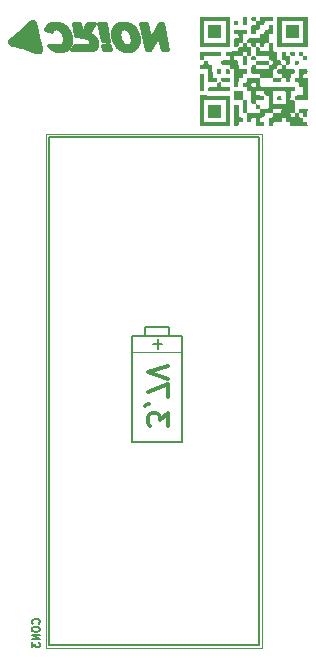
<source format=gbr>
%TF.GenerationSoftware,KiCad,Pcbnew,(6.0.1)*%
%TF.CreationDate,2022-09-20T17:52:40-03:00*%
%TF.ProjectId,HLI-C_main,484c492d-435f-46d6-9169-6e2e6b696361,rev?*%
%TF.SameCoordinates,Original*%
%TF.FileFunction,Legend,Bot*%
%TF.FilePolarity,Positive*%
%FSLAX46Y46*%
G04 Gerber Fmt 4.6, Leading zero omitted, Abs format (unit mm)*
G04 Created by KiCad (PCBNEW (6.0.1)) date 2022-09-20 17:52:40*
%MOMM*%
%LPD*%
G01*
G04 APERTURE LIST*
%ADD10C,0.264583*%
%ADD11C,0.200000*%
%ADD12C,0.120000*%
%ADD13C,0.300000*%
%ADD14C,0.162500*%
%ADD15C,0.050000*%
%ADD16C,0.127000*%
G04 APERTURE END LIST*
D10*
X181736563Y-22213474D02*
X181704207Y-22064976D01*
X181704207Y-22064976D02*
X181673175Y-21912751D01*
X181673175Y-21912751D02*
X181643401Y-21756470D01*
X181643401Y-21756470D02*
X181614822Y-21595805D01*
X181614822Y-21595805D02*
X181587370Y-21430427D01*
X181587370Y-21430427D02*
X181560983Y-21260007D01*
X181560983Y-21260007D02*
X181535594Y-21084217D01*
X181535594Y-21084217D02*
X181511138Y-20902729D01*
X181511138Y-20902729D02*
X181510580Y-20899315D01*
X181510580Y-20899315D02*
X181509882Y-20895954D01*
X181509882Y-20895954D02*
X181509044Y-20892648D01*
X181509044Y-20892648D02*
X181508072Y-20889402D01*
X181508072Y-20889402D02*
X181506969Y-20886217D01*
X181506969Y-20886217D02*
X181505736Y-20883097D01*
X181505736Y-20883097D02*
X181504379Y-20880044D01*
X181504379Y-20880044D02*
X181502899Y-20877063D01*
X181502899Y-20877063D02*
X181501301Y-20874156D01*
X181501301Y-20874156D02*
X181499587Y-20871326D01*
X181499587Y-20871326D02*
X181497760Y-20868576D01*
X181497760Y-20868576D02*
X181495825Y-20865909D01*
X181495825Y-20865909D02*
X181493783Y-20863328D01*
X181493783Y-20863328D02*
X181491639Y-20860837D01*
X181491639Y-20860837D02*
X181489396Y-20858437D01*
X181489396Y-20858437D02*
X181487056Y-20856134D01*
X181487056Y-20856134D02*
X181484624Y-20853928D01*
X181484624Y-20853928D02*
X181482101Y-20851824D01*
X181482101Y-20851824D02*
X181479492Y-20849825D01*
X181479492Y-20849825D02*
X181476800Y-20847933D01*
X181476800Y-20847933D02*
X181474028Y-20846152D01*
X181474028Y-20846152D02*
X181471178Y-20844484D01*
X181471178Y-20844484D02*
X181468256Y-20842933D01*
X181468256Y-20842933D02*
X181465262Y-20841502D01*
X181465262Y-20841502D02*
X181462202Y-20840194D01*
X181462202Y-20840194D02*
X181459078Y-20839011D01*
X181459078Y-20839011D02*
X181455893Y-20837958D01*
X181455893Y-20837958D02*
X181452651Y-20837036D01*
X181452651Y-20837036D02*
X181449354Y-20836250D01*
X181449354Y-20836250D02*
X181446007Y-20835601D01*
X181446007Y-20835601D02*
X181442611Y-20835094D01*
X181442611Y-20835094D02*
X181439171Y-20834731D01*
X181439171Y-20834731D02*
X181434859Y-20834364D01*
X181434859Y-20834364D02*
X181430554Y-20834219D01*
X181430554Y-20834219D02*
X181426264Y-20834292D01*
X181426264Y-20834292D02*
X181421997Y-20834581D01*
X181421997Y-20834581D02*
X181417759Y-20835084D01*
X181417759Y-20835084D02*
X181413561Y-20835799D01*
X181413561Y-20835799D02*
X181409408Y-20836722D01*
X181409408Y-20836722D02*
X181405309Y-20837852D01*
X181405309Y-20837852D02*
X181401272Y-20839187D01*
X181401272Y-20839187D02*
X181397305Y-20840723D01*
X181397305Y-20840723D02*
X181393416Y-20842458D01*
X181393416Y-20842458D02*
X181389612Y-20844391D01*
X181389612Y-20844391D02*
X181385901Y-20846518D01*
X181385901Y-20846518D02*
X181382291Y-20848838D01*
X181382291Y-20848838D02*
X181378791Y-20851348D01*
X181378791Y-20851348D02*
X181375407Y-20854045D01*
X181375407Y-20854045D02*
X181233111Y-20973646D01*
X181233111Y-20973646D02*
X181093601Y-21088888D01*
X181093601Y-21088888D02*
X180956632Y-21199950D01*
X180956632Y-21199950D02*
X180821964Y-21307012D01*
X180821964Y-21307012D02*
X180689356Y-21410254D01*
X180689356Y-21410254D02*
X180558564Y-21509856D01*
X180558564Y-21509856D02*
X180429347Y-21605998D01*
X180429347Y-21605998D02*
X180301463Y-21698860D01*
X180301463Y-21698860D02*
X180299227Y-21700481D01*
X180299227Y-21700481D02*
X180297062Y-21702173D01*
X180297062Y-21702173D02*
X180294969Y-21703934D01*
X180294969Y-21703934D02*
X180292950Y-21705760D01*
X180292950Y-21705760D02*
X180291004Y-21707650D01*
X180291004Y-21707650D02*
X180289133Y-21709602D01*
X180289133Y-21709602D02*
X180287337Y-21711613D01*
X180287337Y-21711613D02*
X180285619Y-21713681D01*
X180285619Y-21713681D02*
X180283979Y-21715803D01*
X180283979Y-21715803D02*
X180282417Y-21717977D01*
X180282417Y-21717977D02*
X180280936Y-21720201D01*
X180280936Y-21720201D02*
X180279534Y-21722472D01*
X180279534Y-21722472D02*
X180278215Y-21724789D01*
X180278215Y-21724789D02*
X180276979Y-21727148D01*
X180276979Y-21727148D02*
X180275826Y-21729548D01*
X180275826Y-21729548D02*
X180274758Y-21731986D01*
X180274758Y-21731986D02*
X180273775Y-21734459D01*
X180273775Y-21734459D02*
X180272879Y-21736966D01*
X180272879Y-21736966D02*
X180272071Y-21739504D01*
X180272071Y-21739504D02*
X180271351Y-21742071D01*
X180271351Y-21742071D02*
X180270721Y-21744664D01*
X180270721Y-21744664D02*
X180270181Y-21747282D01*
X180270181Y-21747282D02*
X180269733Y-21749921D01*
X180269733Y-21749921D02*
X180269377Y-21752579D01*
X180269377Y-21752579D02*
X180269115Y-21755255D01*
X180269115Y-21755255D02*
X180268947Y-21757945D01*
X180268947Y-21757945D02*
X180268875Y-21760648D01*
X180268875Y-21760648D02*
X180268899Y-21763361D01*
X180268899Y-21763361D02*
X180269020Y-21766081D01*
X180269020Y-21766081D02*
X180269240Y-21768807D01*
X180269240Y-21768807D02*
X180269558Y-21771536D01*
X180269558Y-21771536D02*
X180269978Y-21774266D01*
X180269978Y-21774266D02*
X180271234Y-21779691D01*
X180271234Y-21779691D02*
X180272852Y-21784968D01*
X180272852Y-21784968D02*
X180274817Y-21790083D01*
X180274817Y-21790083D02*
X180277117Y-21795023D01*
X180277117Y-21795023D02*
X180279739Y-21799772D01*
X180279739Y-21799772D02*
X180282669Y-21804317D01*
X180282669Y-21804317D02*
X180285895Y-21808643D01*
X180285895Y-21808643D02*
X180289404Y-21812736D01*
X180289404Y-21812736D02*
X180293181Y-21816582D01*
X180293181Y-21816582D02*
X180297215Y-21820167D01*
X180297215Y-21820167D02*
X180301492Y-21823475D01*
X180301492Y-21823475D02*
X180306000Y-21826494D01*
X180306000Y-21826494D02*
X180310724Y-21829209D01*
X180310724Y-21829209D02*
X180315653Y-21831605D01*
X180315653Y-21831605D02*
X180320772Y-21833668D01*
X180320772Y-21833668D02*
X180326069Y-21835385D01*
X180326069Y-21835385D02*
X180490680Y-21886263D01*
X180490680Y-21886263D02*
X180654601Y-21939249D01*
X180654601Y-21939249D02*
X180817812Y-21994337D01*
X180817812Y-21994337D02*
X180980293Y-22051519D01*
X180980293Y-22051519D02*
X181142025Y-22110788D01*
X181142025Y-22110788D02*
X181302987Y-22172138D01*
X181302987Y-22172138D02*
X181463159Y-22235560D01*
X181463159Y-22235560D02*
X181622523Y-22301049D01*
X181622523Y-22301049D02*
X181625395Y-22302182D01*
X181625395Y-22302182D02*
X181628303Y-22303210D01*
X181628303Y-22303210D02*
X181631244Y-22304133D01*
X181631244Y-22304133D02*
X181634215Y-22304949D01*
X181634215Y-22304949D02*
X181637212Y-22305658D01*
X181637212Y-22305658D02*
X181640234Y-22306260D01*
X181640234Y-22306260D02*
X181643278Y-22306753D01*
X181643278Y-22306753D02*
X181646340Y-22307137D01*
X181646340Y-22307137D02*
X181651180Y-22307524D01*
X181651180Y-22307524D02*
X181656006Y-22307631D01*
X181656006Y-22307631D02*
X181660806Y-22307463D01*
X181660806Y-22307463D02*
X181665570Y-22307024D01*
X181665570Y-22307024D02*
X181670286Y-22306316D01*
X181670286Y-22306316D02*
X181674945Y-22305345D01*
X181674945Y-22305345D02*
X181679534Y-22304115D01*
X181679534Y-22304115D02*
X181684044Y-22302628D01*
X181684044Y-22302628D02*
X181688462Y-22300890D01*
X181688462Y-22300890D02*
X181692779Y-22298904D01*
X181692779Y-22298904D02*
X181696983Y-22296673D01*
X181696983Y-22296673D02*
X181701062Y-22294203D01*
X181701062Y-22294203D02*
X181705008Y-22291497D01*
X181705008Y-22291497D02*
X181708807Y-22288559D01*
X181708807Y-22288559D02*
X181712450Y-22285392D01*
X181712450Y-22285392D02*
X181715926Y-22282001D01*
X181715926Y-22282001D02*
X181719198Y-22278566D01*
X181719198Y-22278566D02*
X181722224Y-22274956D01*
X181722224Y-22274956D02*
X181725000Y-22271185D01*
X181725000Y-22271185D02*
X181727523Y-22267266D01*
X181727523Y-22267266D02*
X181729788Y-22263212D01*
X181729788Y-22263212D02*
X181731791Y-22259037D01*
X181731791Y-22259037D02*
X181733529Y-22254753D01*
X181733529Y-22254753D02*
X181734997Y-22250374D01*
X181734997Y-22250374D02*
X181736191Y-22245912D01*
X181736191Y-22245912D02*
X181737108Y-22241381D01*
X181737108Y-22241381D02*
X181737744Y-22236794D01*
X181737744Y-22236794D02*
X181738094Y-22232164D01*
X181738094Y-22232164D02*
X181738155Y-22227504D01*
X181738155Y-22227504D02*
X181737923Y-22222827D01*
X181737923Y-22222827D02*
X181737394Y-22218146D01*
X181737394Y-22218146D02*
X181736563Y-22213474D01*
X181736563Y-22213474D02*
X181736563Y-22213474D01*
G36*
X181434859Y-20834364D02*
G01*
X181439171Y-20834731D01*
X181442611Y-20835094D01*
X181446007Y-20835601D01*
X181449354Y-20836250D01*
X181452651Y-20837036D01*
X181455893Y-20837958D01*
X181459078Y-20839011D01*
X181462202Y-20840194D01*
X181465262Y-20841502D01*
X181468256Y-20842933D01*
X181471178Y-20844484D01*
X181474028Y-20846152D01*
X181476800Y-20847933D01*
X181479492Y-20849825D01*
X181482101Y-20851824D01*
X181484624Y-20853928D01*
X181487056Y-20856134D01*
X181489396Y-20858437D01*
X181491639Y-20860837D01*
X181493783Y-20863328D01*
X181495825Y-20865909D01*
X181497760Y-20868576D01*
X181499587Y-20871326D01*
X181501301Y-20874156D01*
X181502899Y-20877063D01*
X181504379Y-20880044D01*
X181505736Y-20883097D01*
X181506969Y-20886217D01*
X181508072Y-20889402D01*
X181509044Y-20892648D01*
X181509882Y-20895954D01*
X181510580Y-20899315D01*
X181511138Y-20902729D01*
X181535594Y-21084217D01*
X181560983Y-21260007D01*
X181587370Y-21430427D01*
X181614822Y-21595805D01*
X181643401Y-21756470D01*
X181673175Y-21912751D01*
X181704207Y-22064976D01*
X181736563Y-22213474D01*
X181737394Y-22218146D01*
X181737923Y-22222827D01*
X181738155Y-22227504D01*
X181738094Y-22232164D01*
X181737744Y-22236794D01*
X181737108Y-22241381D01*
X181736191Y-22245912D01*
X181734997Y-22250374D01*
X181733529Y-22254753D01*
X181731791Y-22259037D01*
X181729788Y-22263212D01*
X181727523Y-22267266D01*
X181725000Y-22271185D01*
X181722224Y-22274956D01*
X181719198Y-22278566D01*
X181715926Y-22282001D01*
X181712450Y-22285392D01*
X181708807Y-22288559D01*
X181705008Y-22291497D01*
X181701062Y-22294203D01*
X181696983Y-22296673D01*
X181692779Y-22298904D01*
X181688462Y-22300890D01*
X181684044Y-22302628D01*
X181679534Y-22304115D01*
X181674945Y-22305345D01*
X181670286Y-22306316D01*
X181665570Y-22307024D01*
X181660806Y-22307463D01*
X181656006Y-22307631D01*
X181651180Y-22307524D01*
X181646340Y-22307137D01*
X181643278Y-22306753D01*
X181640234Y-22306260D01*
X181637212Y-22305658D01*
X181634215Y-22304949D01*
X181631244Y-22304133D01*
X181628303Y-22303210D01*
X181625395Y-22302182D01*
X181622523Y-22301049D01*
X181463159Y-22235560D01*
X181302987Y-22172138D01*
X181142025Y-22110788D01*
X180980293Y-22051519D01*
X180817812Y-21994337D01*
X180654601Y-21939249D01*
X180490680Y-21886263D01*
X180326069Y-21835385D01*
X180320772Y-21833668D01*
X180315653Y-21831605D01*
X180310724Y-21829209D01*
X180306000Y-21826494D01*
X180301492Y-21823475D01*
X180297215Y-21820167D01*
X180293181Y-21816582D01*
X180289404Y-21812736D01*
X180285895Y-21808643D01*
X180282669Y-21804317D01*
X180279739Y-21799772D01*
X180277117Y-21795023D01*
X180274817Y-21790083D01*
X180272852Y-21784968D01*
X180271234Y-21779691D01*
X180269978Y-21774266D01*
X180269558Y-21771536D01*
X180269240Y-21768807D01*
X180269020Y-21766081D01*
X180268899Y-21763361D01*
X180268875Y-21760648D01*
X180268947Y-21757945D01*
X180269115Y-21755255D01*
X180269377Y-21752579D01*
X180269733Y-21749921D01*
X180270181Y-21747282D01*
X180270721Y-21744664D01*
X180271351Y-21742071D01*
X180272071Y-21739504D01*
X180272879Y-21736966D01*
X180273775Y-21734459D01*
X180274758Y-21731986D01*
X180275826Y-21729548D01*
X180276979Y-21727148D01*
X180278215Y-21724789D01*
X180279534Y-21722472D01*
X180280936Y-21720201D01*
X180282417Y-21717977D01*
X180283979Y-21715803D01*
X180285619Y-21713681D01*
X180287337Y-21711613D01*
X180289133Y-21709602D01*
X180291004Y-21707650D01*
X180292950Y-21705760D01*
X180294969Y-21703934D01*
X180297062Y-21702173D01*
X180299227Y-21700481D01*
X180301463Y-21698860D01*
X180429347Y-21605998D01*
X180558564Y-21509856D01*
X180689356Y-21410254D01*
X180821964Y-21307012D01*
X180956632Y-21199950D01*
X181093601Y-21088888D01*
X181233111Y-20973646D01*
X181375407Y-20854045D01*
X181378791Y-20851348D01*
X181382291Y-20848838D01*
X181385901Y-20846518D01*
X181389612Y-20844391D01*
X181393416Y-20842458D01*
X181397305Y-20840723D01*
X181401272Y-20839187D01*
X181405309Y-20837852D01*
X181409408Y-20836722D01*
X181413561Y-20835799D01*
X181417759Y-20835084D01*
X181421997Y-20834581D01*
X181426264Y-20834292D01*
X181430554Y-20834219D01*
X181434859Y-20834364D01*
G37*
X181434859Y-20834364D02*
X181439171Y-20834731D01*
X181442611Y-20835094D01*
X181446007Y-20835601D01*
X181449354Y-20836250D01*
X181452651Y-20837036D01*
X181455893Y-20837958D01*
X181459078Y-20839011D01*
X181462202Y-20840194D01*
X181465262Y-20841502D01*
X181468256Y-20842933D01*
X181471178Y-20844484D01*
X181474028Y-20846152D01*
X181476800Y-20847933D01*
X181479492Y-20849825D01*
X181482101Y-20851824D01*
X181484624Y-20853928D01*
X181487056Y-20856134D01*
X181489396Y-20858437D01*
X181491639Y-20860837D01*
X181493783Y-20863328D01*
X181495825Y-20865909D01*
X181497760Y-20868576D01*
X181499587Y-20871326D01*
X181501301Y-20874156D01*
X181502899Y-20877063D01*
X181504379Y-20880044D01*
X181505736Y-20883097D01*
X181506969Y-20886217D01*
X181508072Y-20889402D01*
X181509044Y-20892648D01*
X181509882Y-20895954D01*
X181510580Y-20899315D01*
X181511138Y-20902729D01*
X181535594Y-21084217D01*
X181560983Y-21260007D01*
X181587370Y-21430427D01*
X181614822Y-21595805D01*
X181643401Y-21756470D01*
X181673175Y-21912751D01*
X181704207Y-22064976D01*
X181736563Y-22213474D01*
X181737394Y-22218146D01*
X181737923Y-22222827D01*
X181738155Y-22227504D01*
X181738094Y-22232164D01*
X181737744Y-22236794D01*
X181737108Y-22241381D01*
X181736191Y-22245912D01*
X181734997Y-22250374D01*
X181733529Y-22254753D01*
X181731791Y-22259037D01*
X181729788Y-22263212D01*
X181727523Y-22267266D01*
X181725000Y-22271185D01*
X181722224Y-22274956D01*
X181719198Y-22278566D01*
X181715926Y-22282001D01*
X181712450Y-22285392D01*
X181708807Y-22288559D01*
X181705008Y-22291497D01*
X181701062Y-22294203D01*
X181696983Y-22296673D01*
X181692779Y-22298904D01*
X181688462Y-22300890D01*
X181684044Y-22302628D01*
X181679534Y-22304115D01*
X181674945Y-22305345D01*
X181670286Y-22306316D01*
X181665570Y-22307024D01*
X181660806Y-22307463D01*
X181656006Y-22307631D01*
X181651180Y-22307524D01*
X181646340Y-22307137D01*
X181643278Y-22306753D01*
X181640234Y-22306260D01*
X181637212Y-22305658D01*
X181634215Y-22304949D01*
X181631244Y-22304133D01*
X181628303Y-22303210D01*
X181625395Y-22302182D01*
X181622523Y-22301049D01*
X181463159Y-22235560D01*
X181302987Y-22172138D01*
X181142025Y-22110788D01*
X180980293Y-22051519D01*
X180817812Y-21994337D01*
X180654601Y-21939249D01*
X180490680Y-21886263D01*
X180326069Y-21835385D01*
X180320772Y-21833668D01*
X180315653Y-21831605D01*
X180310724Y-21829209D01*
X180306000Y-21826494D01*
X180301492Y-21823475D01*
X180297215Y-21820167D01*
X180293181Y-21816582D01*
X180289404Y-21812736D01*
X180285895Y-21808643D01*
X180282669Y-21804317D01*
X180279739Y-21799772D01*
X180277117Y-21795023D01*
X180274817Y-21790083D01*
X180272852Y-21784968D01*
X180271234Y-21779691D01*
X180269978Y-21774266D01*
X180269558Y-21771536D01*
X180269240Y-21768807D01*
X180269020Y-21766081D01*
X180268899Y-21763361D01*
X180268875Y-21760648D01*
X180268947Y-21757945D01*
X180269115Y-21755255D01*
X180269377Y-21752579D01*
X180269733Y-21749921D01*
X180270181Y-21747282D01*
X180270721Y-21744664D01*
X180271351Y-21742071D01*
X180272071Y-21739504D01*
X180272879Y-21736966D01*
X180273775Y-21734459D01*
X180274758Y-21731986D01*
X180275826Y-21729548D01*
X180276979Y-21727148D01*
X180278215Y-21724789D01*
X180279534Y-21722472D01*
X180280936Y-21720201D01*
X180282417Y-21717977D01*
X180283979Y-21715803D01*
X180285619Y-21713681D01*
X180287337Y-21711613D01*
X180289133Y-21709602D01*
X180291004Y-21707650D01*
X180292950Y-21705760D01*
X180294969Y-21703934D01*
X180297062Y-21702173D01*
X180299227Y-21700481D01*
X180301463Y-21698860D01*
X180429347Y-21605998D01*
X180558564Y-21509856D01*
X180689356Y-21410254D01*
X180821964Y-21307012D01*
X180956632Y-21199950D01*
X181093601Y-21088888D01*
X181233111Y-20973646D01*
X181375407Y-20854045D01*
X181378791Y-20851348D01*
X181382291Y-20848838D01*
X181385901Y-20846518D01*
X181389612Y-20844391D01*
X181393416Y-20842458D01*
X181397305Y-20840723D01*
X181401272Y-20839187D01*
X181405309Y-20837852D01*
X181409408Y-20836722D01*
X181413561Y-20835799D01*
X181417759Y-20835084D01*
X181421997Y-20834581D01*
X181426264Y-20834292D01*
X181430554Y-20834219D01*
X181434859Y-20834364D01*
X184760486Y-22198129D02*
X184734570Y-22249220D01*
X184734570Y-22249220D02*
X184705599Y-22297201D01*
X184705599Y-22297201D02*
X184673730Y-22342110D01*
X184673730Y-22342110D02*
X184639126Y-22383985D01*
X184639126Y-22383985D02*
X184601945Y-22422866D01*
X184601945Y-22422866D02*
X184562348Y-22458793D01*
X184562348Y-22458793D02*
X184520495Y-22491804D01*
X184520495Y-22491804D02*
X184476546Y-22521937D01*
X184476546Y-22521937D02*
X184430662Y-22549233D01*
X184430662Y-22549233D02*
X184383003Y-22573730D01*
X184383003Y-22573730D02*
X184333728Y-22595468D01*
X184333728Y-22595468D02*
X184282999Y-22614485D01*
X184282999Y-22614485D02*
X184230974Y-22630820D01*
X184230974Y-22630820D02*
X184177815Y-22644512D01*
X184177815Y-22644512D02*
X184123681Y-22655601D01*
X184123681Y-22655601D02*
X184068733Y-22664126D01*
X184068733Y-22664126D02*
X184013130Y-22670125D01*
X184013130Y-22670125D02*
X183957034Y-22673638D01*
X183957034Y-22673638D02*
X183900603Y-22674703D01*
X183900603Y-22674703D02*
X183843999Y-22673361D01*
X183843999Y-22673361D02*
X183787381Y-22669649D01*
X183787381Y-22669649D02*
X183730910Y-22663606D01*
X183730910Y-22663606D02*
X183674746Y-22655273D01*
X183674746Y-22655273D02*
X183619048Y-22644687D01*
X183619048Y-22644687D02*
X183563978Y-22631889D01*
X183563978Y-22631889D02*
X183509695Y-22616916D01*
X183509695Y-22616916D02*
X183456359Y-22599809D01*
X183456359Y-22599809D02*
X183404131Y-22580606D01*
X183404131Y-22580606D02*
X183353171Y-22559345D01*
X183353171Y-22559345D02*
X183303639Y-22536067D01*
X183303639Y-22536067D02*
X183255694Y-22510811D01*
X183255694Y-22510811D02*
X183209498Y-22483614D01*
X183209498Y-22483614D02*
X183187977Y-22469825D01*
X183187977Y-22469825D02*
X183166759Y-22455608D01*
X183166759Y-22455608D02*
X183145850Y-22440967D01*
X183145850Y-22440967D02*
X183125258Y-22425908D01*
X183125258Y-22425908D02*
X183104987Y-22410436D01*
X183104987Y-22410436D02*
X183085043Y-22394557D01*
X183085043Y-22394557D02*
X183065434Y-22378275D01*
X183065434Y-22378275D02*
X183046164Y-22361598D01*
X183046164Y-22361598D02*
X183027240Y-22344528D01*
X183027240Y-22344528D02*
X183008668Y-22327073D01*
X183008668Y-22327073D02*
X182990454Y-22309237D01*
X182990454Y-22309237D02*
X182972604Y-22291026D01*
X182972604Y-22291026D02*
X182955123Y-22272444D01*
X182955123Y-22272444D02*
X182938019Y-22253498D01*
X182938019Y-22253498D02*
X182921297Y-22234192D01*
X182921297Y-22234192D02*
X182904963Y-22214533D01*
X182904963Y-22214533D02*
X182904536Y-22213896D01*
X182904536Y-22213896D02*
X182904158Y-22213237D01*
X182904158Y-22213237D02*
X182903830Y-22212557D01*
X182903830Y-22212557D02*
X182903552Y-22211861D01*
X182903552Y-22211861D02*
X182903323Y-22211151D01*
X182903323Y-22211151D02*
X182903144Y-22210428D01*
X182903144Y-22210428D02*
X182903015Y-22209697D01*
X182903015Y-22209697D02*
X182902937Y-22208959D01*
X182902937Y-22208959D02*
X182902909Y-22208218D01*
X182902909Y-22208218D02*
X182902931Y-22207476D01*
X182902931Y-22207476D02*
X182903005Y-22206735D01*
X182903005Y-22206735D02*
X182903130Y-22205999D01*
X182903130Y-22205999D02*
X182903306Y-22205270D01*
X182903306Y-22205270D02*
X182903534Y-22204551D01*
X182903534Y-22204551D02*
X182903813Y-22203844D01*
X182903813Y-22203844D02*
X182904144Y-22203153D01*
X182904144Y-22203153D02*
X182904328Y-22202816D01*
X182904328Y-22202816D02*
X182904523Y-22202486D01*
X182904523Y-22202486D02*
X182904729Y-22202166D01*
X182904729Y-22202166D02*
X182904944Y-22201854D01*
X182904944Y-22201854D02*
X182905170Y-22201551D01*
X182905170Y-22201551D02*
X182905405Y-22201257D01*
X182905405Y-22201257D02*
X182905650Y-22200972D01*
X182905650Y-22200972D02*
X182905904Y-22200697D01*
X182905904Y-22200697D02*
X182906166Y-22200431D01*
X182906166Y-22200431D02*
X182906437Y-22200174D01*
X182906437Y-22200174D02*
X182906716Y-22199928D01*
X182906716Y-22199928D02*
X182907003Y-22199691D01*
X182907003Y-22199691D02*
X182907298Y-22199465D01*
X182907298Y-22199465D02*
X182907600Y-22199249D01*
X182907600Y-22199249D02*
X182907909Y-22199044D01*
X182907909Y-22199044D02*
X182908225Y-22198849D01*
X182908225Y-22198849D02*
X182908547Y-22198666D01*
X182908547Y-22198666D02*
X182908876Y-22198493D01*
X182908876Y-22198493D02*
X182909210Y-22198332D01*
X182909210Y-22198332D02*
X182909550Y-22198182D01*
X182909550Y-22198182D02*
X182909895Y-22198043D01*
X182909895Y-22198043D02*
X182910245Y-22197917D01*
X182910245Y-22197917D02*
X182910600Y-22197802D01*
X182910600Y-22197802D02*
X182910959Y-22197699D01*
X182910959Y-22197699D02*
X182911323Y-22197609D01*
X182911323Y-22197609D02*
X182911690Y-22197531D01*
X182911690Y-22197531D02*
X182912061Y-22197466D01*
X182912061Y-22197466D02*
X182912435Y-22197413D01*
X182912435Y-22197413D02*
X182912812Y-22197374D01*
X182912812Y-22197374D02*
X182913192Y-22197348D01*
X182913192Y-22197348D02*
X182913574Y-22197334D01*
X182913574Y-22197334D02*
X182913959Y-22197335D01*
X182913959Y-22197335D02*
X183808250Y-22197335D01*
X183808250Y-22197335D02*
X183820545Y-22197866D01*
X183820545Y-22197866D02*
X183832836Y-22198103D01*
X183832836Y-22198103D02*
X183845118Y-22198046D01*
X183845118Y-22198046D02*
X183857387Y-22197695D01*
X183857387Y-22197695D02*
X183869638Y-22197052D01*
X183869638Y-22197052D02*
X183881864Y-22196117D01*
X183881864Y-22196117D02*
X183894061Y-22194892D01*
X183894061Y-22194892D02*
X183906224Y-22193375D01*
X183906224Y-22193375D02*
X183918347Y-22191569D01*
X183918347Y-22191569D02*
X183930425Y-22189474D01*
X183930425Y-22189474D02*
X183942453Y-22187091D01*
X183942453Y-22187091D02*
X183954426Y-22184421D01*
X183954426Y-22184421D02*
X183966338Y-22181463D01*
X183966338Y-22181463D02*
X183978185Y-22178219D01*
X183978185Y-22178219D02*
X183989961Y-22174690D01*
X183989961Y-22174690D02*
X184001661Y-22170877D01*
X184001661Y-22170877D02*
X184020862Y-22161646D01*
X184020862Y-22161646D02*
X184039346Y-22151336D01*
X184039346Y-22151336D02*
X184057077Y-22139991D01*
X184057077Y-22139991D02*
X184074019Y-22127656D01*
X184074019Y-22127656D02*
X184090139Y-22114374D01*
X184090139Y-22114374D02*
X184105399Y-22100190D01*
X184105399Y-22100190D02*
X184119765Y-22085149D01*
X184119765Y-22085149D02*
X184133202Y-22069293D01*
X184133202Y-22069293D02*
X184145675Y-22052668D01*
X184145675Y-22052668D02*
X184157147Y-22035318D01*
X184157147Y-22035318D02*
X184167585Y-22017287D01*
X184167585Y-22017287D02*
X184176952Y-21998619D01*
X184176952Y-21998619D02*
X184185213Y-21979358D01*
X184185213Y-21979358D02*
X184192333Y-21959549D01*
X184192333Y-21959549D02*
X184198277Y-21939237D01*
X184198277Y-21939237D02*
X184203009Y-21918464D01*
X184203009Y-21918464D02*
X184208655Y-21888983D01*
X184208655Y-21888983D02*
X184213471Y-21859396D01*
X184213471Y-21859396D02*
X184217459Y-21829721D01*
X184217459Y-21829721D02*
X184220618Y-21799976D01*
X184220618Y-21799976D02*
X184222949Y-21770176D01*
X184222949Y-21770176D02*
X184224452Y-21740341D01*
X184224452Y-21740341D02*
X184225127Y-21710487D01*
X184225127Y-21710487D02*
X184224975Y-21680631D01*
X184224975Y-21680631D02*
X184223995Y-21650791D01*
X184223995Y-21650791D02*
X184222190Y-21620984D01*
X184222190Y-21620984D02*
X184219557Y-21591227D01*
X184219557Y-21591227D02*
X184216099Y-21561538D01*
X184216099Y-21561538D02*
X184211815Y-21531933D01*
X184211815Y-21531933D02*
X184206706Y-21502431D01*
X184206706Y-21502431D02*
X184200772Y-21473048D01*
X184200772Y-21473048D02*
X184194013Y-21443802D01*
X184194013Y-21443802D02*
X184187671Y-21413382D01*
X184187671Y-21413382D02*
X184180492Y-21383194D01*
X184180492Y-21383194D02*
X184172482Y-21353252D01*
X184172482Y-21353252D02*
X184163649Y-21323575D01*
X184163649Y-21323575D02*
X184154001Y-21294177D01*
X184154001Y-21294177D02*
X184143544Y-21265076D01*
X184143544Y-21265076D02*
X184132285Y-21236288D01*
X184132285Y-21236288D02*
X184120233Y-21207829D01*
X184120233Y-21207829D02*
X184107394Y-21179717D01*
X184107394Y-21179717D02*
X184093776Y-21151967D01*
X184093776Y-21151967D02*
X184079385Y-21124597D01*
X184079385Y-21124597D02*
X184064230Y-21097622D01*
X184064230Y-21097622D02*
X184048317Y-21071060D01*
X184048317Y-21071060D02*
X184031653Y-21044926D01*
X184031653Y-21044926D02*
X184014247Y-21019237D01*
X184014247Y-21019237D02*
X183996105Y-20994010D01*
X183996105Y-20994010D02*
X183974768Y-20965413D01*
X183974768Y-20965413D02*
X183951784Y-20938484D01*
X183951784Y-20938484D02*
X183927250Y-20913268D01*
X183927250Y-20913268D02*
X183901267Y-20889815D01*
X183901267Y-20889815D02*
X183873933Y-20868171D01*
X183873933Y-20868171D02*
X183845347Y-20848384D01*
X183845347Y-20848384D02*
X183815609Y-20830500D01*
X183815609Y-20830500D02*
X183784817Y-20814567D01*
X183784817Y-20814567D02*
X183753071Y-20800633D01*
X183753071Y-20800633D02*
X183720469Y-20788745D01*
X183720469Y-20788745D02*
X183687111Y-20778950D01*
X183687111Y-20778950D02*
X183653096Y-20771296D01*
X183653096Y-20771296D02*
X183618523Y-20765829D01*
X183618523Y-20765829D02*
X183583491Y-20762597D01*
X183583491Y-20762597D02*
X183548099Y-20761648D01*
X183548099Y-20761648D02*
X183512447Y-20763028D01*
X183512447Y-20763028D02*
X183499115Y-20764800D01*
X183499115Y-20764800D02*
X183485943Y-20767077D01*
X183485943Y-20767077D02*
X183460120Y-20773107D01*
X183460120Y-20773107D02*
X183435065Y-20781043D01*
X183435065Y-20781043D02*
X183410863Y-20790808D01*
X183410863Y-20790808D02*
X183387600Y-20802328D01*
X183387600Y-20802328D02*
X183365362Y-20815526D01*
X183365362Y-20815526D02*
X183344235Y-20830326D01*
X183344235Y-20830326D02*
X183324304Y-20846653D01*
X183324304Y-20846653D02*
X183305656Y-20864430D01*
X183305656Y-20864430D02*
X183288375Y-20883582D01*
X183288375Y-20883582D02*
X183272549Y-20904033D01*
X183272549Y-20904033D02*
X183258262Y-20925706D01*
X183258262Y-20925706D02*
X183245601Y-20948527D01*
X183245601Y-20948527D02*
X183234651Y-20972419D01*
X183234651Y-20972419D02*
X183225499Y-20997307D01*
X183225499Y-20997307D02*
X183221623Y-21010100D01*
X183221623Y-21010100D02*
X183218229Y-21023114D01*
X183218229Y-21023114D02*
X183218074Y-21023613D01*
X183218074Y-21023613D02*
X183217896Y-21024099D01*
X183217896Y-21024099D02*
X183217697Y-21024572D01*
X183217697Y-21024572D02*
X183217478Y-21025032D01*
X183217478Y-21025032D02*
X183217239Y-21025478D01*
X183217239Y-21025478D02*
X183216981Y-21025910D01*
X183216981Y-21025910D02*
X183216704Y-21026328D01*
X183216704Y-21026328D02*
X183216410Y-21026730D01*
X183216410Y-21026730D02*
X183216098Y-21027117D01*
X183216098Y-21027117D02*
X183215771Y-21027488D01*
X183215771Y-21027488D02*
X183215427Y-21027843D01*
X183215427Y-21027843D02*
X183215068Y-21028181D01*
X183215068Y-21028181D02*
X183214696Y-21028502D01*
X183214696Y-21028502D02*
X183214309Y-21028806D01*
X183214309Y-21028806D02*
X183213909Y-21029091D01*
X183213909Y-21029091D02*
X183213498Y-21029358D01*
X183213498Y-21029358D02*
X183213074Y-21029607D01*
X183213074Y-21029607D02*
X183212640Y-21029836D01*
X183212640Y-21029836D02*
X183212195Y-21030045D01*
X183212195Y-21030045D02*
X183211741Y-21030234D01*
X183211741Y-21030234D02*
X183211278Y-21030403D01*
X183211278Y-21030403D02*
X183210807Y-21030551D01*
X183210807Y-21030551D02*
X183210328Y-21030678D01*
X183210328Y-21030678D02*
X183209843Y-21030782D01*
X183209843Y-21030782D02*
X183209351Y-21030865D01*
X183209351Y-21030865D02*
X183208854Y-21030925D01*
X183208854Y-21030925D02*
X183208352Y-21030962D01*
X183208352Y-21030962D02*
X183207846Y-21030976D01*
X183207846Y-21030976D02*
X183207336Y-21030965D01*
X183207336Y-21030965D02*
X183206824Y-21030931D01*
X183206824Y-21030931D02*
X183206310Y-21030871D01*
X183206310Y-21030871D02*
X183205794Y-21030787D01*
X183205794Y-21030787D02*
X182602544Y-20920191D01*
X182602544Y-20920191D02*
X182601987Y-20920099D01*
X182601987Y-20920099D02*
X182601438Y-20919977D01*
X182601438Y-20919977D02*
X182600900Y-20919826D01*
X182600900Y-20919826D02*
X182600372Y-20919647D01*
X182600372Y-20919647D02*
X182599856Y-20919441D01*
X182599856Y-20919441D02*
X182599352Y-20919207D01*
X182599352Y-20919207D02*
X182598863Y-20918947D01*
X182598863Y-20918947D02*
X182598389Y-20918661D01*
X182598389Y-20918661D02*
X182597931Y-20918351D01*
X182597931Y-20918351D02*
X182597490Y-20918016D01*
X182597490Y-20918016D02*
X182597066Y-20917657D01*
X182597066Y-20917657D02*
X182596662Y-20917275D01*
X182596662Y-20917275D02*
X182596278Y-20916871D01*
X182596278Y-20916871D02*
X182595915Y-20916445D01*
X182595915Y-20916445D02*
X182595575Y-20915998D01*
X182595575Y-20915998D02*
X182595257Y-20915531D01*
X182595257Y-20915531D02*
X182594966Y-20915047D01*
X182594966Y-20915047D02*
X182594703Y-20914550D01*
X182594703Y-20914550D02*
X182594468Y-20914042D01*
X182594468Y-20914042D02*
X182594262Y-20913524D01*
X182594262Y-20913524D02*
X182594084Y-20912998D01*
X182594084Y-20912998D02*
X182593936Y-20912463D01*
X182593936Y-20912463D02*
X182593817Y-20911922D01*
X182593817Y-20911922D02*
X182593726Y-20911376D01*
X182593726Y-20911376D02*
X182593666Y-20910826D01*
X182593666Y-20910826D02*
X182593634Y-20910272D01*
X182593634Y-20910272D02*
X182593633Y-20909718D01*
X182593633Y-20909718D02*
X182593661Y-20909162D01*
X182593661Y-20909162D02*
X182593720Y-20908608D01*
X182593720Y-20908608D02*
X182593809Y-20908056D01*
X182593809Y-20908056D02*
X182593928Y-20907507D01*
X182593928Y-20907507D02*
X182594078Y-20906962D01*
X182594078Y-20906962D02*
X182598919Y-20892910D01*
X182598919Y-20892910D02*
X182604330Y-20878432D01*
X182604330Y-20878432D02*
X182610039Y-20863974D01*
X182610039Y-20863974D02*
X182615773Y-20849977D01*
X182615773Y-20849977D02*
X182626224Y-20825144D01*
X182626224Y-20825144D02*
X182633500Y-20807478D01*
X182633500Y-20807478D02*
X182639723Y-20792863D01*
X182639723Y-20792863D02*
X182646183Y-20778354D01*
X182646183Y-20778354D02*
X182652880Y-20763954D01*
X182652880Y-20763954D02*
X182659811Y-20749668D01*
X182659811Y-20749668D02*
X182666976Y-20735497D01*
X182666976Y-20735497D02*
X182674373Y-20721445D01*
X182674373Y-20721445D02*
X182682000Y-20707514D01*
X182682000Y-20707514D02*
X182689857Y-20693708D01*
X182689857Y-20693708D02*
X182703823Y-20670253D01*
X182703823Y-20670253D02*
X182718578Y-20647358D01*
X182718578Y-20647358D02*
X182734105Y-20625041D01*
X182734105Y-20625041D02*
X182750384Y-20603320D01*
X182750384Y-20603320D02*
X182767398Y-20582212D01*
X182767398Y-20582212D02*
X182785128Y-20561734D01*
X182785128Y-20561734D02*
X182803557Y-20541904D01*
X182803557Y-20541904D02*
X182822666Y-20522741D01*
X182822666Y-20522741D02*
X182842436Y-20504261D01*
X182842436Y-20504261D02*
X182862850Y-20486482D01*
X182862850Y-20486482D02*
X182883890Y-20469422D01*
X182883890Y-20469422D02*
X182905536Y-20453099D01*
X182905536Y-20453099D02*
X182927772Y-20437530D01*
X182927772Y-20437530D02*
X182950579Y-20422732D01*
X182950579Y-20422732D02*
X182973938Y-20408723D01*
X182973938Y-20408723D02*
X182997831Y-20395522D01*
X182997831Y-20395522D02*
X183030567Y-20380094D01*
X183030567Y-20380094D02*
X183063732Y-20365788D01*
X183063732Y-20365788D02*
X183097297Y-20352610D01*
X183097297Y-20352610D02*
X183131233Y-20340566D01*
X183131233Y-20340566D02*
X183165512Y-20329661D01*
X183165512Y-20329661D02*
X183200105Y-20319901D01*
X183200105Y-20319901D02*
X183234982Y-20311292D01*
X183234982Y-20311292D02*
X183270114Y-20303839D01*
X183270114Y-20303839D02*
X183305473Y-20297547D01*
X183305473Y-20297547D02*
X183341030Y-20292423D01*
X183341030Y-20292423D02*
X183376755Y-20288472D01*
X183376755Y-20288472D02*
X183412620Y-20285701D01*
X183412620Y-20285701D02*
X183448595Y-20284113D01*
X183448595Y-20284113D02*
X183484652Y-20283716D01*
X183484652Y-20283716D02*
X183520762Y-20284514D01*
X183520762Y-20284514D02*
X183556896Y-20286514D01*
X183556896Y-20286514D02*
X183556896Y-20284927D01*
X183556896Y-20284927D02*
X183612469Y-20287320D01*
X183612469Y-20287320D02*
X183667705Y-20292084D01*
X183667705Y-20292084D02*
X183722536Y-20299192D01*
X183722536Y-20299192D02*
X183776890Y-20308616D01*
X183776890Y-20308616D02*
X183830697Y-20320330D01*
X183830697Y-20320330D02*
X183883886Y-20334307D01*
X183883886Y-20334307D02*
X183936387Y-20350521D01*
X183936387Y-20350521D02*
X183988128Y-20368943D01*
X183988128Y-20368943D02*
X184039040Y-20389548D01*
X184039040Y-20389548D02*
X184089052Y-20412309D01*
X184089052Y-20412309D02*
X184138092Y-20437198D01*
X184138092Y-20437198D02*
X184186091Y-20464190D01*
X184186091Y-20464190D02*
X184232977Y-20493256D01*
X184232977Y-20493256D02*
X184278681Y-20524371D01*
X184278681Y-20524371D02*
X184323131Y-20557507D01*
X184323131Y-20557507D02*
X184366257Y-20592637D01*
X184366257Y-20592637D02*
X184405510Y-20629691D01*
X184405510Y-20629691D02*
X184443242Y-20668102D01*
X184443242Y-20668102D02*
X184479424Y-20707822D01*
X184479424Y-20707822D02*
X184514028Y-20748801D01*
X184514028Y-20748801D02*
X184547025Y-20790992D01*
X184547025Y-20790992D02*
X184578386Y-20834345D01*
X184578386Y-20834345D02*
X184608082Y-20878811D01*
X184608082Y-20878811D02*
X184636085Y-20924341D01*
X184636085Y-20924341D02*
X184662365Y-20970887D01*
X184662365Y-20970887D02*
X184686894Y-21018400D01*
X184686894Y-21018400D02*
X184709642Y-21066830D01*
X184709642Y-21066830D02*
X184730582Y-21116129D01*
X184730582Y-21116129D02*
X184749684Y-21166247D01*
X184749684Y-21166247D02*
X184766919Y-21217137D01*
X184766919Y-21217137D02*
X184782260Y-21268750D01*
X184782260Y-21268750D02*
X184795676Y-21321035D01*
X184795676Y-21321035D02*
X184810811Y-21375275D01*
X184810811Y-21375275D02*
X184823621Y-21429932D01*
X184823621Y-21429932D02*
X184834109Y-21484932D01*
X184834109Y-21484932D02*
X184842279Y-21540203D01*
X184842279Y-21540203D02*
X184848132Y-21595671D01*
X184848132Y-21595671D02*
X184851672Y-21651266D01*
X184851672Y-21651266D02*
X184852901Y-21706913D01*
X184852901Y-21706913D02*
X184851823Y-21762541D01*
X184851823Y-21762541D02*
X184848441Y-21818076D01*
X184848441Y-21818076D02*
X184842757Y-21873445D01*
X184842757Y-21873445D02*
X184834775Y-21928578D01*
X184834775Y-21928578D02*
X184824497Y-21983399D01*
X184824497Y-21983399D02*
X184811926Y-22037838D01*
X184811926Y-22037838D02*
X184797065Y-22091821D01*
X184797065Y-22091821D02*
X184779917Y-22145275D01*
X184779917Y-22145275D02*
X184760486Y-22198129D01*
X184760486Y-22198129D02*
X184760486Y-22198129D01*
G36*
X183520762Y-20284514D02*
G01*
X183556896Y-20286514D01*
X183556896Y-20284927D01*
X183612469Y-20287320D01*
X183667705Y-20292084D01*
X183722536Y-20299192D01*
X183776890Y-20308616D01*
X183830697Y-20320330D01*
X183883886Y-20334307D01*
X183936387Y-20350521D01*
X183988128Y-20368943D01*
X184039040Y-20389548D01*
X184089052Y-20412309D01*
X184138092Y-20437198D01*
X184186091Y-20464190D01*
X184232977Y-20493256D01*
X184278681Y-20524371D01*
X184323131Y-20557507D01*
X184366257Y-20592637D01*
X184405510Y-20629691D01*
X184443242Y-20668102D01*
X184479424Y-20707822D01*
X184514028Y-20748801D01*
X184547025Y-20790992D01*
X184578386Y-20834345D01*
X184608082Y-20878811D01*
X184636085Y-20924341D01*
X184662365Y-20970887D01*
X184686894Y-21018400D01*
X184709642Y-21066830D01*
X184730582Y-21116129D01*
X184749684Y-21166247D01*
X184766919Y-21217137D01*
X184782260Y-21268750D01*
X184795676Y-21321035D01*
X184810811Y-21375275D01*
X184823621Y-21429932D01*
X184834109Y-21484932D01*
X184842279Y-21540203D01*
X184848132Y-21595671D01*
X184851672Y-21651266D01*
X184852901Y-21706913D01*
X184851823Y-21762541D01*
X184848441Y-21818076D01*
X184842757Y-21873445D01*
X184834775Y-21928578D01*
X184824497Y-21983399D01*
X184811926Y-22037838D01*
X184797065Y-22091821D01*
X184779917Y-22145275D01*
X184760486Y-22198129D01*
X184734570Y-22249220D01*
X184705599Y-22297201D01*
X184673730Y-22342110D01*
X184639126Y-22383985D01*
X184601945Y-22422866D01*
X184562348Y-22458793D01*
X184520495Y-22491804D01*
X184476546Y-22521937D01*
X184430662Y-22549233D01*
X184383003Y-22573730D01*
X184333728Y-22595468D01*
X184282999Y-22614485D01*
X184230974Y-22630820D01*
X184177815Y-22644512D01*
X184123681Y-22655601D01*
X184068733Y-22664126D01*
X184013130Y-22670125D01*
X183957034Y-22673638D01*
X183900603Y-22674703D01*
X183843999Y-22673361D01*
X183787381Y-22669649D01*
X183730910Y-22663606D01*
X183674746Y-22655273D01*
X183619048Y-22644687D01*
X183563978Y-22631889D01*
X183509695Y-22616916D01*
X183456359Y-22599809D01*
X183404131Y-22580606D01*
X183353171Y-22559345D01*
X183303639Y-22536067D01*
X183255694Y-22510811D01*
X183209498Y-22483614D01*
X183187977Y-22469825D01*
X183166759Y-22455608D01*
X183145850Y-22440967D01*
X183125258Y-22425908D01*
X183104987Y-22410436D01*
X183085043Y-22394557D01*
X183065434Y-22378275D01*
X183046164Y-22361598D01*
X183027240Y-22344528D01*
X183008668Y-22327073D01*
X182990454Y-22309237D01*
X182972604Y-22291026D01*
X182955123Y-22272444D01*
X182938019Y-22253498D01*
X182921297Y-22234192D01*
X182904963Y-22214533D01*
X182904536Y-22213896D01*
X182904158Y-22213237D01*
X182903830Y-22212557D01*
X182903552Y-22211861D01*
X182903323Y-22211151D01*
X182903144Y-22210428D01*
X182903015Y-22209697D01*
X182902937Y-22208959D01*
X182902909Y-22208218D01*
X182902931Y-22207476D01*
X182903005Y-22206735D01*
X182903130Y-22205999D01*
X182903306Y-22205270D01*
X182903534Y-22204551D01*
X182903813Y-22203844D01*
X182904144Y-22203153D01*
X182904328Y-22202816D01*
X182904523Y-22202486D01*
X182904729Y-22202166D01*
X182904944Y-22201854D01*
X182905170Y-22201551D01*
X182905405Y-22201257D01*
X182905650Y-22200972D01*
X182905904Y-22200697D01*
X182906166Y-22200431D01*
X182906437Y-22200174D01*
X182906716Y-22199928D01*
X182907003Y-22199691D01*
X182907298Y-22199465D01*
X182907600Y-22199249D01*
X182907909Y-22199044D01*
X182908225Y-22198849D01*
X182908547Y-22198666D01*
X182908876Y-22198493D01*
X182909210Y-22198332D01*
X182909550Y-22198182D01*
X182909895Y-22198043D01*
X182910245Y-22197917D01*
X182910600Y-22197802D01*
X182910959Y-22197699D01*
X182911323Y-22197609D01*
X182911690Y-22197531D01*
X182912061Y-22197466D01*
X182912435Y-22197413D01*
X182912812Y-22197374D01*
X182913192Y-22197348D01*
X182913574Y-22197334D01*
X182913959Y-22197335D01*
X183808250Y-22197335D01*
X183820545Y-22197866D01*
X183832836Y-22198103D01*
X183845118Y-22198046D01*
X183857387Y-22197695D01*
X183869638Y-22197052D01*
X183881864Y-22196117D01*
X183894061Y-22194892D01*
X183906224Y-22193375D01*
X183918347Y-22191569D01*
X183930425Y-22189474D01*
X183942453Y-22187091D01*
X183954426Y-22184421D01*
X183966338Y-22181463D01*
X183978185Y-22178219D01*
X183989961Y-22174690D01*
X184001661Y-22170877D01*
X184020862Y-22161646D01*
X184039346Y-22151336D01*
X184057077Y-22139991D01*
X184074019Y-22127656D01*
X184090139Y-22114374D01*
X184105399Y-22100190D01*
X184119765Y-22085149D01*
X184133202Y-22069293D01*
X184145675Y-22052668D01*
X184157147Y-22035318D01*
X184167585Y-22017287D01*
X184176952Y-21998619D01*
X184185213Y-21979358D01*
X184192333Y-21959549D01*
X184198277Y-21939237D01*
X184203009Y-21918464D01*
X184208655Y-21888983D01*
X184213471Y-21859396D01*
X184217459Y-21829721D01*
X184220618Y-21799976D01*
X184222949Y-21770176D01*
X184224452Y-21740341D01*
X184225127Y-21710487D01*
X184224975Y-21680631D01*
X184223995Y-21650791D01*
X184222190Y-21620984D01*
X184219557Y-21591227D01*
X184216099Y-21561538D01*
X184211815Y-21531933D01*
X184206706Y-21502431D01*
X184200772Y-21473048D01*
X184194013Y-21443802D01*
X184187671Y-21413382D01*
X184180492Y-21383194D01*
X184172482Y-21353252D01*
X184163649Y-21323575D01*
X184154001Y-21294177D01*
X184143544Y-21265076D01*
X184132285Y-21236288D01*
X184120233Y-21207829D01*
X184107394Y-21179717D01*
X184093776Y-21151967D01*
X184079385Y-21124597D01*
X184064230Y-21097622D01*
X184048317Y-21071060D01*
X184031653Y-21044926D01*
X184014247Y-21019237D01*
X183996105Y-20994010D01*
X183974768Y-20965413D01*
X183951784Y-20938484D01*
X183927250Y-20913268D01*
X183901267Y-20889815D01*
X183873933Y-20868171D01*
X183845347Y-20848384D01*
X183815609Y-20830500D01*
X183784817Y-20814567D01*
X183753071Y-20800633D01*
X183720469Y-20788745D01*
X183687111Y-20778950D01*
X183653096Y-20771296D01*
X183618523Y-20765829D01*
X183583491Y-20762597D01*
X183548099Y-20761648D01*
X183512447Y-20763028D01*
X183499115Y-20764800D01*
X183485943Y-20767077D01*
X183460120Y-20773107D01*
X183435065Y-20781043D01*
X183410863Y-20790808D01*
X183387600Y-20802328D01*
X183365362Y-20815526D01*
X183344235Y-20830326D01*
X183324304Y-20846653D01*
X183305656Y-20864430D01*
X183288375Y-20883582D01*
X183272549Y-20904033D01*
X183258262Y-20925706D01*
X183245601Y-20948527D01*
X183234651Y-20972419D01*
X183225499Y-20997307D01*
X183221623Y-21010100D01*
X183218229Y-21023114D01*
X183218074Y-21023613D01*
X183217896Y-21024099D01*
X183217697Y-21024572D01*
X183217478Y-21025032D01*
X183217239Y-21025478D01*
X183216981Y-21025910D01*
X183216704Y-21026328D01*
X183216410Y-21026730D01*
X183216098Y-21027117D01*
X183215771Y-21027488D01*
X183215427Y-21027843D01*
X183215068Y-21028181D01*
X183214696Y-21028502D01*
X183214309Y-21028806D01*
X183213909Y-21029091D01*
X183213498Y-21029358D01*
X183213074Y-21029607D01*
X183212640Y-21029836D01*
X183212195Y-21030045D01*
X183211741Y-21030234D01*
X183211278Y-21030403D01*
X183210807Y-21030551D01*
X183210328Y-21030678D01*
X183209843Y-21030782D01*
X183209351Y-21030865D01*
X183208854Y-21030925D01*
X183208352Y-21030962D01*
X183207846Y-21030976D01*
X183207336Y-21030965D01*
X183206824Y-21030931D01*
X183206310Y-21030871D01*
X183205794Y-21030787D01*
X182602544Y-20920191D01*
X182601987Y-20920099D01*
X182601438Y-20919977D01*
X182600900Y-20919826D01*
X182600372Y-20919647D01*
X182599856Y-20919441D01*
X182599352Y-20919207D01*
X182598863Y-20918947D01*
X182598389Y-20918661D01*
X182597931Y-20918351D01*
X182597490Y-20918016D01*
X182597066Y-20917657D01*
X182596662Y-20917275D01*
X182596278Y-20916871D01*
X182595915Y-20916445D01*
X182595575Y-20915998D01*
X182595257Y-20915531D01*
X182594966Y-20915047D01*
X182594703Y-20914550D01*
X182594468Y-20914042D01*
X182594262Y-20913524D01*
X182594084Y-20912998D01*
X182593936Y-20912463D01*
X182593817Y-20911922D01*
X182593726Y-20911376D01*
X182593666Y-20910826D01*
X182593634Y-20910272D01*
X182593633Y-20909718D01*
X182593661Y-20909162D01*
X182593720Y-20908608D01*
X182593809Y-20908056D01*
X182593928Y-20907507D01*
X182594078Y-20906962D01*
X182598919Y-20892910D01*
X182604330Y-20878432D01*
X182610039Y-20863974D01*
X182615773Y-20849977D01*
X182626224Y-20825144D01*
X182633500Y-20807478D01*
X182639723Y-20792863D01*
X182646183Y-20778354D01*
X182652880Y-20763954D01*
X182659811Y-20749668D01*
X182666976Y-20735497D01*
X182674373Y-20721445D01*
X182682000Y-20707514D01*
X182689857Y-20693708D01*
X182703823Y-20670253D01*
X182718578Y-20647358D01*
X182734105Y-20625041D01*
X182750384Y-20603320D01*
X182767398Y-20582212D01*
X182785128Y-20561734D01*
X182803557Y-20541904D01*
X182822666Y-20522741D01*
X182842436Y-20504261D01*
X182862850Y-20486482D01*
X182883890Y-20469422D01*
X182905536Y-20453099D01*
X182927772Y-20437530D01*
X182950579Y-20422732D01*
X182973938Y-20408723D01*
X182997831Y-20395522D01*
X183030567Y-20380094D01*
X183063732Y-20365788D01*
X183097297Y-20352610D01*
X183131233Y-20340566D01*
X183165512Y-20329661D01*
X183200105Y-20319901D01*
X183234982Y-20311292D01*
X183270114Y-20303839D01*
X183305473Y-20297547D01*
X183341030Y-20292423D01*
X183376755Y-20288472D01*
X183412620Y-20285701D01*
X183448595Y-20284113D01*
X183484652Y-20283716D01*
X183520762Y-20284514D01*
G37*
X183520762Y-20284514D02*
X183556896Y-20286514D01*
X183556896Y-20284927D01*
X183612469Y-20287320D01*
X183667705Y-20292084D01*
X183722536Y-20299192D01*
X183776890Y-20308616D01*
X183830697Y-20320330D01*
X183883886Y-20334307D01*
X183936387Y-20350521D01*
X183988128Y-20368943D01*
X184039040Y-20389548D01*
X184089052Y-20412309D01*
X184138092Y-20437198D01*
X184186091Y-20464190D01*
X184232977Y-20493256D01*
X184278681Y-20524371D01*
X184323131Y-20557507D01*
X184366257Y-20592637D01*
X184405510Y-20629691D01*
X184443242Y-20668102D01*
X184479424Y-20707822D01*
X184514028Y-20748801D01*
X184547025Y-20790992D01*
X184578386Y-20834345D01*
X184608082Y-20878811D01*
X184636085Y-20924341D01*
X184662365Y-20970887D01*
X184686894Y-21018400D01*
X184709642Y-21066830D01*
X184730582Y-21116129D01*
X184749684Y-21166247D01*
X184766919Y-21217137D01*
X184782260Y-21268750D01*
X184795676Y-21321035D01*
X184810811Y-21375275D01*
X184823621Y-21429932D01*
X184834109Y-21484932D01*
X184842279Y-21540203D01*
X184848132Y-21595671D01*
X184851672Y-21651266D01*
X184852901Y-21706913D01*
X184851823Y-21762541D01*
X184848441Y-21818076D01*
X184842757Y-21873445D01*
X184834775Y-21928578D01*
X184824497Y-21983399D01*
X184811926Y-22037838D01*
X184797065Y-22091821D01*
X184779917Y-22145275D01*
X184760486Y-22198129D01*
X184734570Y-22249220D01*
X184705599Y-22297201D01*
X184673730Y-22342110D01*
X184639126Y-22383985D01*
X184601945Y-22422866D01*
X184562348Y-22458793D01*
X184520495Y-22491804D01*
X184476546Y-22521937D01*
X184430662Y-22549233D01*
X184383003Y-22573730D01*
X184333728Y-22595468D01*
X184282999Y-22614485D01*
X184230974Y-22630820D01*
X184177815Y-22644512D01*
X184123681Y-22655601D01*
X184068733Y-22664126D01*
X184013130Y-22670125D01*
X183957034Y-22673638D01*
X183900603Y-22674703D01*
X183843999Y-22673361D01*
X183787381Y-22669649D01*
X183730910Y-22663606D01*
X183674746Y-22655273D01*
X183619048Y-22644687D01*
X183563978Y-22631889D01*
X183509695Y-22616916D01*
X183456359Y-22599809D01*
X183404131Y-22580606D01*
X183353171Y-22559345D01*
X183303639Y-22536067D01*
X183255694Y-22510811D01*
X183209498Y-22483614D01*
X183187977Y-22469825D01*
X183166759Y-22455608D01*
X183145850Y-22440967D01*
X183125258Y-22425908D01*
X183104987Y-22410436D01*
X183085043Y-22394557D01*
X183065434Y-22378275D01*
X183046164Y-22361598D01*
X183027240Y-22344528D01*
X183008668Y-22327073D01*
X182990454Y-22309237D01*
X182972604Y-22291026D01*
X182955123Y-22272444D01*
X182938019Y-22253498D01*
X182921297Y-22234192D01*
X182904963Y-22214533D01*
X182904536Y-22213896D01*
X182904158Y-22213237D01*
X182903830Y-22212557D01*
X182903552Y-22211861D01*
X182903323Y-22211151D01*
X182903144Y-22210428D01*
X182903015Y-22209697D01*
X182902937Y-22208959D01*
X182902909Y-22208218D01*
X182902931Y-22207476D01*
X182903005Y-22206735D01*
X182903130Y-22205999D01*
X182903306Y-22205270D01*
X182903534Y-22204551D01*
X182903813Y-22203844D01*
X182904144Y-22203153D01*
X182904328Y-22202816D01*
X182904523Y-22202486D01*
X182904729Y-22202166D01*
X182904944Y-22201854D01*
X182905170Y-22201551D01*
X182905405Y-22201257D01*
X182905650Y-22200972D01*
X182905904Y-22200697D01*
X182906166Y-22200431D01*
X182906437Y-22200174D01*
X182906716Y-22199928D01*
X182907003Y-22199691D01*
X182907298Y-22199465D01*
X182907600Y-22199249D01*
X182907909Y-22199044D01*
X182908225Y-22198849D01*
X182908547Y-22198666D01*
X182908876Y-22198493D01*
X182909210Y-22198332D01*
X182909550Y-22198182D01*
X182909895Y-22198043D01*
X182910245Y-22197917D01*
X182910600Y-22197802D01*
X182910959Y-22197699D01*
X182911323Y-22197609D01*
X182911690Y-22197531D01*
X182912061Y-22197466D01*
X182912435Y-22197413D01*
X182912812Y-22197374D01*
X182913192Y-22197348D01*
X182913574Y-22197334D01*
X182913959Y-22197335D01*
X183808250Y-22197335D01*
X183820545Y-22197866D01*
X183832836Y-22198103D01*
X183845118Y-22198046D01*
X183857387Y-22197695D01*
X183869638Y-22197052D01*
X183881864Y-22196117D01*
X183894061Y-22194892D01*
X183906224Y-22193375D01*
X183918347Y-22191569D01*
X183930425Y-22189474D01*
X183942453Y-22187091D01*
X183954426Y-22184421D01*
X183966338Y-22181463D01*
X183978185Y-22178219D01*
X183989961Y-22174690D01*
X184001661Y-22170877D01*
X184020862Y-22161646D01*
X184039346Y-22151336D01*
X184057077Y-22139991D01*
X184074019Y-22127656D01*
X184090139Y-22114374D01*
X184105399Y-22100190D01*
X184119765Y-22085149D01*
X184133202Y-22069293D01*
X184145675Y-22052668D01*
X184157147Y-22035318D01*
X184167585Y-22017287D01*
X184176952Y-21998619D01*
X184185213Y-21979358D01*
X184192333Y-21959549D01*
X184198277Y-21939237D01*
X184203009Y-21918464D01*
X184208655Y-21888983D01*
X184213471Y-21859396D01*
X184217459Y-21829721D01*
X184220618Y-21799976D01*
X184222949Y-21770176D01*
X184224452Y-21740341D01*
X184225127Y-21710487D01*
X184224975Y-21680631D01*
X184223995Y-21650791D01*
X184222190Y-21620984D01*
X184219557Y-21591227D01*
X184216099Y-21561538D01*
X184211815Y-21531933D01*
X184206706Y-21502431D01*
X184200772Y-21473048D01*
X184194013Y-21443802D01*
X184187671Y-21413382D01*
X184180492Y-21383194D01*
X184172482Y-21353252D01*
X184163649Y-21323575D01*
X184154001Y-21294177D01*
X184143544Y-21265076D01*
X184132285Y-21236288D01*
X184120233Y-21207829D01*
X184107394Y-21179717D01*
X184093776Y-21151967D01*
X184079385Y-21124597D01*
X184064230Y-21097622D01*
X184048317Y-21071060D01*
X184031653Y-21044926D01*
X184014247Y-21019237D01*
X183996105Y-20994010D01*
X183974768Y-20965413D01*
X183951784Y-20938484D01*
X183927250Y-20913268D01*
X183901267Y-20889815D01*
X183873933Y-20868171D01*
X183845347Y-20848384D01*
X183815609Y-20830500D01*
X183784817Y-20814567D01*
X183753071Y-20800633D01*
X183720469Y-20788745D01*
X183687111Y-20778950D01*
X183653096Y-20771296D01*
X183618523Y-20765829D01*
X183583491Y-20762597D01*
X183548099Y-20761648D01*
X183512447Y-20763028D01*
X183499115Y-20764800D01*
X183485943Y-20767077D01*
X183460120Y-20773107D01*
X183435065Y-20781043D01*
X183410863Y-20790808D01*
X183387600Y-20802328D01*
X183365362Y-20815526D01*
X183344235Y-20830326D01*
X183324304Y-20846653D01*
X183305656Y-20864430D01*
X183288375Y-20883582D01*
X183272549Y-20904033D01*
X183258262Y-20925706D01*
X183245601Y-20948527D01*
X183234651Y-20972419D01*
X183225499Y-20997307D01*
X183221623Y-21010100D01*
X183218229Y-21023114D01*
X183218074Y-21023613D01*
X183217896Y-21024099D01*
X183217697Y-21024572D01*
X183217478Y-21025032D01*
X183217239Y-21025478D01*
X183216981Y-21025910D01*
X183216704Y-21026328D01*
X183216410Y-21026730D01*
X183216098Y-21027117D01*
X183215771Y-21027488D01*
X183215427Y-21027843D01*
X183215068Y-21028181D01*
X183214696Y-21028502D01*
X183214309Y-21028806D01*
X183213909Y-21029091D01*
X183213498Y-21029358D01*
X183213074Y-21029607D01*
X183212640Y-21029836D01*
X183212195Y-21030045D01*
X183211741Y-21030234D01*
X183211278Y-21030403D01*
X183210807Y-21030551D01*
X183210328Y-21030678D01*
X183209843Y-21030782D01*
X183209351Y-21030865D01*
X183208854Y-21030925D01*
X183208352Y-21030962D01*
X183207846Y-21030976D01*
X183207336Y-21030965D01*
X183206824Y-21030931D01*
X183206310Y-21030871D01*
X183205794Y-21030787D01*
X182602544Y-20920191D01*
X182601987Y-20920099D01*
X182601438Y-20919977D01*
X182600900Y-20919826D01*
X182600372Y-20919647D01*
X182599856Y-20919441D01*
X182599352Y-20919207D01*
X182598863Y-20918947D01*
X182598389Y-20918661D01*
X182597931Y-20918351D01*
X182597490Y-20918016D01*
X182597066Y-20917657D01*
X182596662Y-20917275D01*
X182596278Y-20916871D01*
X182595915Y-20916445D01*
X182595575Y-20915998D01*
X182595257Y-20915531D01*
X182594966Y-20915047D01*
X182594703Y-20914550D01*
X182594468Y-20914042D01*
X182594262Y-20913524D01*
X182594084Y-20912998D01*
X182593936Y-20912463D01*
X182593817Y-20911922D01*
X182593726Y-20911376D01*
X182593666Y-20910826D01*
X182593634Y-20910272D01*
X182593633Y-20909718D01*
X182593661Y-20909162D01*
X182593720Y-20908608D01*
X182593809Y-20908056D01*
X182593928Y-20907507D01*
X182594078Y-20906962D01*
X182598919Y-20892910D01*
X182604330Y-20878432D01*
X182610039Y-20863974D01*
X182615773Y-20849977D01*
X182626224Y-20825144D01*
X182633500Y-20807478D01*
X182639723Y-20792863D01*
X182646183Y-20778354D01*
X182652880Y-20763954D01*
X182659811Y-20749668D01*
X182666976Y-20735497D01*
X182674373Y-20721445D01*
X182682000Y-20707514D01*
X182689857Y-20693708D01*
X182703823Y-20670253D01*
X182718578Y-20647358D01*
X182734105Y-20625041D01*
X182750384Y-20603320D01*
X182767398Y-20582212D01*
X182785128Y-20561734D01*
X182803557Y-20541904D01*
X182822666Y-20522741D01*
X182842436Y-20504261D01*
X182862850Y-20486482D01*
X182883890Y-20469422D01*
X182905536Y-20453099D01*
X182927772Y-20437530D01*
X182950579Y-20422732D01*
X182973938Y-20408723D01*
X182997831Y-20395522D01*
X183030567Y-20380094D01*
X183063732Y-20365788D01*
X183097297Y-20352610D01*
X183131233Y-20340566D01*
X183165512Y-20329661D01*
X183200105Y-20319901D01*
X183234982Y-20311292D01*
X183270114Y-20303839D01*
X183305473Y-20297547D01*
X183341030Y-20292423D01*
X183376755Y-20288472D01*
X183412620Y-20285701D01*
X183448595Y-20284113D01*
X183484652Y-20283716D01*
X183520762Y-20284514D01*
X187044369Y-22251045D02*
X187031034Y-22288581D01*
X187031034Y-22288581D02*
X187015363Y-22323560D01*
X187015363Y-22323560D02*
X186997465Y-22356072D01*
X186997465Y-22356072D02*
X186977450Y-22386206D01*
X186977450Y-22386206D02*
X186955428Y-22414052D01*
X186955428Y-22414052D02*
X186931508Y-22439699D01*
X186931508Y-22439699D02*
X186905799Y-22463237D01*
X186905799Y-22463237D02*
X186878413Y-22484755D01*
X186878413Y-22484755D02*
X186849458Y-22504343D01*
X186849458Y-22504343D02*
X186819044Y-22522091D01*
X186819044Y-22522091D02*
X186787281Y-22538087D01*
X186787281Y-22538087D02*
X186754279Y-22552422D01*
X186754279Y-22552422D02*
X186720148Y-22565185D01*
X186720148Y-22565185D02*
X186684996Y-22576466D01*
X186684996Y-22576466D02*
X186648935Y-22586353D01*
X186648935Y-22586353D02*
X186612073Y-22594937D01*
X186612073Y-22594937D02*
X186536386Y-22608554D01*
X186536386Y-22608554D02*
X186458815Y-22618031D01*
X186458815Y-22618031D02*
X186380237Y-22624084D01*
X186380237Y-22624084D02*
X186301530Y-22627432D01*
X186301530Y-22627432D02*
X186147241Y-22628870D01*
X186147241Y-22628870D02*
X186002969Y-22628076D01*
X186002969Y-22628076D02*
X184803613Y-22628076D01*
X184803613Y-22628076D02*
X184802812Y-22628085D01*
X184802812Y-22628085D02*
X184802022Y-22628032D01*
X184802022Y-22628032D02*
X184801245Y-22627919D01*
X184801245Y-22627919D02*
X184800484Y-22627749D01*
X184800484Y-22627749D02*
X184799741Y-22627524D01*
X184799741Y-22627524D02*
X184799021Y-22627244D01*
X184799021Y-22627244D02*
X184798325Y-22626912D01*
X184798325Y-22626912D02*
X184797657Y-22626530D01*
X184797657Y-22626530D02*
X184797019Y-22626099D01*
X184797019Y-22626099D02*
X184796414Y-22625621D01*
X184796414Y-22625621D02*
X184795845Y-22625098D01*
X184795845Y-22625098D02*
X184795315Y-22624532D01*
X184795315Y-22624532D02*
X184794827Y-22623924D01*
X184794827Y-22623924D02*
X184794383Y-22623277D01*
X184794383Y-22623277D02*
X184793986Y-22622591D01*
X184793986Y-22622591D02*
X184793640Y-22621869D01*
X184793640Y-22621869D02*
X184793351Y-22621122D01*
X184793351Y-22621122D02*
X184793122Y-22620364D01*
X184793122Y-22620364D02*
X184792953Y-22619597D01*
X184792953Y-22619597D02*
X184792845Y-22618825D01*
X184792845Y-22618825D02*
X184792795Y-22618051D01*
X184792795Y-22618051D02*
X184792803Y-22617278D01*
X184792803Y-22617278D02*
X184792868Y-22616510D01*
X184792868Y-22616510D02*
X184792991Y-22615750D01*
X184792991Y-22615750D02*
X184793170Y-22615001D01*
X184793170Y-22615001D02*
X184793404Y-22614267D01*
X184793404Y-22614267D02*
X184793693Y-22613550D01*
X184793693Y-22613550D02*
X184794037Y-22612855D01*
X184794037Y-22612855D02*
X184794434Y-22612184D01*
X184794434Y-22612184D02*
X184794884Y-22611540D01*
X184794884Y-22611540D02*
X184795386Y-22610928D01*
X184795386Y-22610928D02*
X184795940Y-22610349D01*
X184795940Y-22610349D02*
X184812817Y-22593738D01*
X184812817Y-22593738D02*
X184829286Y-22576754D01*
X184829286Y-22576754D02*
X184845342Y-22559405D01*
X184845342Y-22559405D02*
X184860980Y-22541699D01*
X184860980Y-22541699D02*
X184876193Y-22523644D01*
X184876193Y-22523644D02*
X184890977Y-22505247D01*
X184890977Y-22505247D02*
X184905326Y-22486517D01*
X184905326Y-22486517D02*
X184919233Y-22467462D01*
X184919233Y-22467462D02*
X184932695Y-22448088D01*
X184932695Y-22448088D02*
X184945704Y-22428404D01*
X184945704Y-22428404D02*
X184958256Y-22408418D01*
X184958256Y-22408418D02*
X184970344Y-22388137D01*
X184970344Y-22388137D02*
X184981964Y-22367570D01*
X184981964Y-22367570D02*
X184993110Y-22346724D01*
X184993110Y-22346724D02*
X185003776Y-22325607D01*
X185003776Y-22325607D02*
X185013956Y-22304226D01*
X185013956Y-22304226D02*
X185060258Y-22203949D01*
X185060258Y-22203949D02*
X185060437Y-22203589D01*
X185060437Y-22203589D02*
X185060628Y-22203238D01*
X185060628Y-22203238D02*
X185060830Y-22202895D01*
X185060830Y-22202895D02*
X185061043Y-22202561D01*
X185061043Y-22202561D02*
X185061267Y-22202237D01*
X185061267Y-22202237D02*
X185061502Y-22201921D01*
X185061502Y-22201921D02*
X185061747Y-22201615D01*
X185061747Y-22201615D02*
X185062002Y-22201318D01*
X185062002Y-22201318D02*
X185062267Y-22201032D01*
X185062267Y-22201032D02*
X185062541Y-22200755D01*
X185062541Y-22200755D02*
X185062824Y-22200489D01*
X185062824Y-22200489D02*
X185063116Y-22200232D01*
X185063116Y-22200232D02*
X185063416Y-22199987D01*
X185063416Y-22199987D02*
X185063725Y-22199752D01*
X185063725Y-22199752D02*
X185064041Y-22199529D01*
X185064041Y-22199529D02*
X185064365Y-22199316D01*
X185064365Y-22199316D02*
X185064696Y-22199115D01*
X185064696Y-22199115D02*
X185065034Y-22198926D01*
X185065034Y-22198926D02*
X185065378Y-22198748D01*
X185065378Y-22198748D02*
X185065729Y-22198582D01*
X185065729Y-22198582D02*
X185066085Y-22198429D01*
X185066085Y-22198429D02*
X185066448Y-22198288D01*
X185066448Y-22198288D02*
X185066815Y-22198159D01*
X185066815Y-22198159D02*
X185067188Y-22198043D01*
X185067188Y-22198043D02*
X185067565Y-22197940D01*
X185067565Y-22197940D02*
X185067947Y-22197851D01*
X185067947Y-22197851D02*
X185068333Y-22197774D01*
X185068333Y-22197774D02*
X185068723Y-22197711D01*
X185068723Y-22197711D02*
X185069116Y-22197662D01*
X185069116Y-22197662D02*
X185069512Y-22197627D01*
X185069512Y-22197627D02*
X185069911Y-22197606D01*
X185069911Y-22197606D02*
X185070313Y-22197599D01*
X185070313Y-22197599D02*
X186093721Y-22197599D01*
X186093721Y-22197599D02*
X186108066Y-22198196D01*
X186108066Y-22198196D02*
X186122409Y-22198472D01*
X186122409Y-22198472D02*
X186136743Y-22198428D01*
X186136743Y-22198428D02*
X186151064Y-22198065D01*
X186151064Y-22198065D02*
X186165366Y-22197382D01*
X186165366Y-22197382D02*
X186179645Y-22196382D01*
X186179645Y-22196382D02*
X186193894Y-22195064D01*
X186193894Y-22195064D02*
X186208108Y-22193429D01*
X186208108Y-22193429D02*
X186222282Y-22191478D01*
X186222282Y-22191478D02*
X186236411Y-22189211D01*
X186236411Y-22189211D02*
X186250490Y-22186630D01*
X186250490Y-22186630D02*
X186264513Y-22183734D01*
X186264513Y-22183734D02*
X186278474Y-22180525D01*
X186278474Y-22180525D02*
X186292370Y-22177004D01*
X186292370Y-22177004D02*
X186306193Y-22173170D01*
X186306193Y-22173170D02*
X186319939Y-22169024D01*
X186319939Y-22169024D02*
X186328432Y-22165667D01*
X186328432Y-22165667D02*
X186336707Y-22161972D01*
X186336707Y-22161972D02*
X186344760Y-22157950D01*
X186344760Y-22157950D02*
X186352583Y-22153612D01*
X186352583Y-22153612D02*
X186360170Y-22148967D01*
X186360170Y-22148967D02*
X186367516Y-22144025D01*
X186367516Y-22144025D02*
X186374615Y-22138798D01*
X186374615Y-22138798D02*
X186381460Y-22133295D01*
X186381460Y-22133295D02*
X186388045Y-22127526D01*
X186388045Y-22127526D02*
X186394364Y-22121501D01*
X186394364Y-22121501D02*
X186400411Y-22115231D01*
X186400411Y-22115231D02*
X186406181Y-22108726D01*
X186406181Y-22108726D02*
X186411666Y-22101996D01*
X186411666Y-22101996D02*
X186416861Y-22095051D01*
X186416861Y-22095051D02*
X186421760Y-22087902D01*
X186421760Y-22087902D02*
X186426357Y-22080558D01*
X186426357Y-22080558D02*
X186430645Y-22073029D01*
X186430645Y-22073029D02*
X186434619Y-22065327D01*
X186434619Y-22065327D02*
X186438272Y-22057461D01*
X186438272Y-22057461D02*
X186441598Y-22049441D01*
X186441598Y-22049441D02*
X186444592Y-22041277D01*
X186444592Y-22041277D02*
X186447246Y-22032981D01*
X186447246Y-22032981D02*
X186449556Y-22024561D01*
X186449556Y-22024561D02*
X186451515Y-22016028D01*
X186451515Y-22016028D02*
X186453117Y-22007392D01*
X186453117Y-22007392D02*
X186454355Y-21998664D01*
X186454355Y-21998664D02*
X186455225Y-21989854D01*
X186455225Y-21989854D02*
X186455718Y-21980971D01*
X186455718Y-21980971D02*
X186455831Y-21972026D01*
X186455831Y-21972026D02*
X186455556Y-21963030D01*
X186455556Y-21963030D02*
X186454887Y-21953992D01*
X186454887Y-21953992D02*
X186453819Y-21944922D01*
X186453819Y-21944922D02*
X186452966Y-21921582D01*
X186452966Y-21921582D02*
X186450773Y-21898470D01*
X186450773Y-21898470D02*
X186447265Y-21875637D01*
X186447265Y-21875637D02*
X186442470Y-21853136D01*
X186442470Y-21853136D02*
X186436411Y-21831015D01*
X186436411Y-21831015D02*
X186429115Y-21809328D01*
X186429115Y-21809328D02*
X186420607Y-21788123D01*
X186420607Y-21788123D02*
X186410913Y-21767452D01*
X186410913Y-21767452D02*
X186400059Y-21747367D01*
X186400059Y-21747367D02*
X186388071Y-21727917D01*
X186388071Y-21727917D02*
X186374973Y-21709154D01*
X186374973Y-21709154D02*
X186360792Y-21691129D01*
X186360792Y-21691129D02*
X186345553Y-21673892D01*
X186345553Y-21673892D02*
X186329282Y-21657495D01*
X186329282Y-21657495D02*
X186312004Y-21641988D01*
X186312004Y-21641988D02*
X186293746Y-21627422D01*
X186293746Y-21627422D02*
X186282803Y-21620799D01*
X186282803Y-21620799D02*
X186271702Y-21614475D01*
X186271702Y-21614475D02*
X186260450Y-21608453D01*
X186260450Y-21608453D02*
X186249052Y-21602734D01*
X186249052Y-21602734D02*
X186237516Y-21597321D01*
X186237516Y-21597321D02*
X186225847Y-21592217D01*
X186225847Y-21592217D02*
X186214052Y-21587424D01*
X186214052Y-21587424D02*
X186202137Y-21582943D01*
X186202137Y-21582943D02*
X186190108Y-21578777D01*
X186190108Y-21578777D02*
X186177972Y-21574929D01*
X186177972Y-21574929D02*
X186165734Y-21571400D01*
X186165734Y-21571400D02*
X186153402Y-21568193D01*
X186153402Y-21568193D02*
X186140980Y-21565311D01*
X186140980Y-21565311D02*
X186128476Y-21562755D01*
X186128476Y-21562755D02*
X186115896Y-21560527D01*
X186115896Y-21560527D02*
X186103246Y-21558631D01*
X186103246Y-21558631D02*
X185933119Y-21527410D01*
X185933119Y-21527410D02*
X185172442Y-21388239D01*
X185172442Y-21388239D02*
X185172042Y-21388179D01*
X185172042Y-21388179D02*
X185171648Y-21388104D01*
X185171648Y-21388104D02*
X185170876Y-21387911D01*
X185170876Y-21387911D02*
X185170127Y-21387661D01*
X185170127Y-21387661D02*
X185169405Y-21387356D01*
X185169405Y-21387356D02*
X185168711Y-21387000D01*
X185168711Y-21387000D02*
X185168049Y-21386594D01*
X185168049Y-21386594D02*
X185167421Y-21386140D01*
X185167421Y-21386140D02*
X185166830Y-21385641D01*
X185166830Y-21385641D02*
X185166277Y-21385100D01*
X185166277Y-21385100D02*
X185165766Y-21384517D01*
X185165766Y-21384517D02*
X185165298Y-21383897D01*
X185165298Y-21383897D02*
X185164878Y-21383241D01*
X185164878Y-21383241D02*
X185164506Y-21382550D01*
X185164506Y-21382550D02*
X185164186Y-21381829D01*
X185164186Y-21381829D02*
X185163920Y-21381078D01*
X185163920Y-21381078D02*
X185163808Y-21380693D01*
X185163808Y-21380693D02*
X185163710Y-21380301D01*
X185163710Y-21380301D02*
X184961833Y-20338637D01*
X184961833Y-20338637D02*
X184961761Y-20338052D01*
X184961761Y-20338052D02*
X184961721Y-20337467D01*
X184961721Y-20337467D02*
X184961714Y-20336884D01*
X184961714Y-20336884D02*
X184961738Y-20336303D01*
X184961738Y-20336303D02*
X184961795Y-20335727D01*
X184961795Y-20335727D02*
X184961882Y-20335155D01*
X184961882Y-20335155D02*
X184962001Y-20334590D01*
X184962001Y-20334590D02*
X184962150Y-20334032D01*
X184962150Y-20334032D02*
X184962329Y-20333484D01*
X184962329Y-20333484D02*
X184962538Y-20332945D01*
X184962538Y-20332945D02*
X184962776Y-20332418D01*
X184962776Y-20332418D02*
X184963043Y-20331904D01*
X184963043Y-20331904D02*
X184963339Y-20331404D01*
X184963339Y-20331404D02*
X184963664Y-20330919D01*
X184963664Y-20330919D02*
X184964016Y-20330451D01*
X184964016Y-20330451D02*
X184964395Y-20330000D01*
X184964395Y-20330000D02*
X184964800Y-20329572D01*
X184964800Y-20329572D02*
X184965225Y-20329168D01*
X184965225Y-20329168D02*
X184965669Y-20328790D01*
X184965669Y-20328790D02*
X184966132Y-20328439D01*
X184966132Y-20328439D02*
X184966612Y-20328115D01*
X184966612Y-20328115D02*
X184967108Y-20327818D01*
X184967108Y-20327818D02*
X184967619Y-20327548D01*
X184967619Y-20327548D02*
X184968144Y-20327308D01*
X184968144Y-20327308D02*
X184968680Y-20327096D01*
X184968680Y-20327096D02*
X184969228Y-20326913D01*
X184969228Y-20326913D02*
X184969786Y-20326761D01*
X184969786Y-20326761D02*
X184970353Y-20326639D01*
X184970353Y-20326639D02*
X184970927Y-20326548D01*
X184970927Y-20326548D02*
X184971507Y-20326488D01*
X184971507Y-20326488D02*
X184972092Y-20326461D01*
X184972092Y-20326461D02*
X184972681Y-20326466D01*
X184972681Y-20326466D02*
X185565612Y-20326466D01*
X185565612Y-20326466D02*
X185566099Y-20326455D01*
X185566099Y-20326455D02*
X185566581Y-20326466D01*
X185566581Y-20326466D02*
X185567058Y-20326499D01*
X185567058Y-20326499D02*
X185567531Y-20326553D01*
X185567531Y-20326553D02*
X185567998Y-20326628D01*
X185567998Y-20326628D02*
X185568458Y-20326722D01*
X185568458Y-20326722D02*
X185568912Y-20326837D01*
X185568912Y-20326837D02*
X185569358Y-20326972D01*
X185569358Y-20326972D02*
X185569797Y-20327125D01*
X185569797Y-20327125D02*
X185570227Y-20327297D01*
X185570227Y-20327297D02*
X185570648Y-20327487D01*
X185570648Y-20327487D02*
X185571059Y-20327695D01*
X185571059Y-20327695D02*
X185571461Y-20327920D01*
X185571461Y-20327920D02*
X185571852Y-20328162D01*
X185571852Y-20328162D02*
X185572232Y-20328421D01*
X185572232Y-20328421D02*
X185572600Y-20328696D01*
X185572600Y-20328696D02*
X185572956Y-20328986D01*
X185572956Y-20328986D02*
X185573299Y-20329292D01*
X185573299Y-20329292D02*
X185573629Y-20329612D01*
X185573629Y-20329612D02*
X185573945Y-20329947D01*
X185573945Y-20329947D02*
X185574247Y-20330296D01*
X185574247Y-20330296D02*
X185574533Y-20330658D01*
X185574533Y-20330658D02*
X185574805Y-20331033D01*
X185574805Y-20331033D02*
X185575060Y-20331421D01*
X185575060Y-20331421D02*
X185575298Y-20331822D01*
X185575298Y-20331822D02*
X185575520Y-20332234D01*
X185575520Y-20332234D02*
X185575724Y-20332658D01*
X185575724Y-20332658D02*
X185575910Y-20333092D01*
X185575910Y-20333092D02*
X185576077Y-20333538D01*
X185576077Y-20333538D02*
X185576225Y-20333993D01*
X185576225Y-20333993D02*
X185576353Y-20334458D01*
X185576353Y-20334458D02*
X185576460Y-20334932D01*
X185576460Y-20334932D02*
X185648394Y-20729592D01*
X185648394Y-20729592D02*
X185730448Y-21191124D01*
X185730448Y-21191124D02*
X185730542Y-21191550D01*
X185730542Y-21191550D02*
X185730651Y-21191970D01*
X185730651Y-21191970D02*
X185730776Y-21192383D01*
X185730776Y-21192383D02*
X185730917Y-21192788D01*
X185730917Y-21192788D02*
X185731072Y-21193186D01*
X185731072Y-21193186D02*
X185731242Y-21193577D01*
X185731242Y-21193577D02*
X185731623Y-21194333D01*
X185731623Y-21194333D02*
X185732059Y-21195053D01*
X185732059Y-21195053D02*
X185732546Y-21195736D01*
X185732546Y-21195736D02*
X185733082Y-21196379D01*
X185733082Y-21196379D02*
X185733664Y-21196979D01*
X185733664Y-21196979D02*
X185734289Y-21197534D01*
X185734289Y-21197534D02*
X185734955Y-21198041D01*
X185734955Y-21198041D02*
X185735659Y-21198497D01*
X185735659Y-21198497D02*
X185736399Y-21198901D01*
X185736399Y-21198901D02*
X185737171Y-21199248D01*
X185737171Y-21199248D02*
X185737568Y-21199401D01*
X185737568Y-21199401D02*
X185737973Y-21199538D01*
X185737973Y-21199538D02*
X185738384Y-21199660D01*
X185738384Y-21199660D02*
X185738802Y-21199767D01*
X185738802Y-21199767D02*
X185739226Y-21199858D01*
X185739226Y-21199858D02*
X185739656Y-21199932D01*
X185739656Y-21199932D02*
X185740520Y-21200031D01*
X185740520Y-21200031D02*
X185741380Y-21200062D01*
X185741380Y-21200062D02*
X185742232Y-21200027D01*
X185742232Y-21200027D02*
X185743073Y-21199927D01*
X185743073Y-21199927D02*
X185743899Y-21199765D01*
X185743899Y-21199765D02*
X185744708Y-21199541D01*
X185744708Y-21199541D02*
X185745495Y-21199258D01*
X185745495Y-21199258D02*
X185746258Y-21198917D01*
X185746258Y-21198917D02*
X185746993Y-21198520D01*
X185746993Y-21198520D02*
X185747698Y-21198067D01*
X185747698Y-21198067D02*
X185748368Y-21197562D01*
X185748368Y-21197562D02*
X185749000Y-21197006D01*
X185749000Y-21197006D02*
X185749591Y-21196400D01*
X185749591Y-21196400D02*
X185750138Y-21195746D01*
X185750138Y-21195746D02*
X185750637Y-21195045D01*
X185750637Y-21195045D02*
X185751085Y-21194299D01*
X185751085Y-21194299D02*
X186203523Y-20332022D01*
X186203523Y-20332022D02*
X186203709Y-20331691D01*
X186203709Y-20331691D02*
X186203905Y-20331368D01*
X186203905Y-20331368D02*
X186204113Y-20331054D01*
X186204113Y-20331054D02*
X186204330Y-20330749D01*
X186204330Y-20330749D02*
X186204557Y-20330453D01*
X186204557Y-20330453D02*
X186204793Y-20330166D01*
X186204793Y-20330166D02*
X186205039Y-20329888D01*
X186205039Y-20329888D02*
X186205294Y-20329619D01*
X186205294Y-20329619D02*
X186205557Y-20329361D01*
X186205557Y-20329361D02*
X186205829Y-20329112D01*
X186205829Y-20329112D02*
X186206109Y-20328873D01*
X186206109Y-20328873D02*
X186206396Y-20328644D01*
X186206396Y-20328644D02*
X186206691Y-20328426D01*
X186206691Y-20328426D02*
X186206993Y-20328218D01*
X186206993Y-20328218D02*
X186207302Y-20328021D01*
X186207302Y-20328021D02*
X186207617Y-20327835D01*
X186207617Y-20327835D02*
X186207939Y-20327659D01*
X186207939Y-20327659D02*
X186208267Y-20327495D01*
X186208267Y-20327495D02*
X186208600Y-20327342D01*
X186208600Y-20327342D02*
X186208939Y-20327201D01*
X186208939Y-20327201D02*
X186209282Y-20327072D01*
X186209282Y-20327072D02*
X186209631Y-20326954D01*
X186209631Y-20326954D02*
X186209984Y-20326848D01*
X186209984Y-20326848D02*
X186210341Y-20326755D01*
X186210341Y-20326755D02*
X186210702Y-20326674D01*
X186210702Y-20326674D02*
X186211067Y-20326605D01*
X186211067Y-20326605D02*
X186211434Y-20326549D01*
X186211434Y-20326549D02*
X186211805Y-20326506D01*
X186211805Y-20326506D02*
X186212179Y-20326476D01*
X186212179Y-20326476D02*
X186212555Y-20326459D01*
X186212555Y-20326459D02*
X186212933Y-20326456D01*
X186212933Y-20326456D02*
X186213312Y-20326466D01*
X186213312Y-20326466D02*
X186835084Y-20326466D01*
X186835084Y-20326466D02*
X186835788Y-20326427D01*
X186835788Y-20326427D02*
X186836487Y-20326436D01*
X186836487Y-20326436D02*
X186837179Y-20326491D01*
X186837179Y-20326491D02*
X186837862Y-20326593D01*
X186837862Y-20326593D02*
X186838534Y-20326739D01*
X186838534Y-20326739D02*
X186839193Y-20326929D01*
X186839193Y-20326929D02*
X186839836Y-20327162D01*
X186839836Y-20327162D02*
X186840462Y-20327437D01*
X186840462Y-20327437D02*
X186841069Y-20327753D01*
X186841069Y-20327753D02*
X186841654Y-20328108D01*
X186841654Y-20328108D02*
X186842215Y-20328502D01*
X186842215Y-20328502D02*
X186842750Y-20328934D01*
X186842750Y-20328934D02*
X186843258Y-20329403D01*
X186843258Y-20329403D02*
X186843735Y-20329907D01*
X186843735Y-20329907D02*
X186844180Y-20330447D01*
X186844180Y-20330447D02*
X186844591Y-20331020D01*
X186844591Y-20331020D02*
X186844962Y-20331619D01*
X186844962Y-20331619D02*
X186845288Y-20332237D01*
X186845288Y-20332237D02*
X186845571Y-20332872D01*
X186845571Y-20332872D02*
X186845808Y-20333521D01*
X186845808Y-20333521D02*
X186846001Y-20334181D01*
X186846001Y-20334181D02*
X186846149Y-20334850D01*
X186846149Y-20334850D02*
X186846252Y-20335527D01*
X186846252Y-20335527D02*
X186846310Y-20336208D01*
X186846310Y-20336208D02*
X186846323Y-20336892D01*
X186846323Y-20336892D02*
X186846290Y-20337575D01*
X186846290Y-20337575D02*
X186846212Y-20338257D01*
X186846212Y-20338257D02*
X186846089Y-20338933D01*
X186846089Y-20338933D02*
X186845920Y-20339603D01*
X186845920Y-20339603D02*
X186845705Y-20340263D01*
X186845705Y-20340263D02*
X186845444Y-20340912D01*
X186845444Y-20340912D02*
X186845137Y-20341547D01*
X186845137Y-20341547D02*
X186366771Y-21235575D01*
X186366771Y-21235575D02*
X186366485Y-21236147D01*
X186366485Y-21236147D02*
X186366237Y-21236732D01*
X186366237Y-21236732D02*
X186366028Y-21237328D01*
X186366028Y-21237328D02*
X186365858Y-21237933D01*
X186365858Y-21237933D02*
X186365726Y-21238545D01*
X186365726Y-21238545D02*
X186365632Y-21239163D01*
X186365632Y-21239163D02*
X186365578Y-21239784D01*
X186365578Y-21239784D02*
X186365561Y-21240407D01*
X186365561Y-21240407D02*
X186365584Y-21241029D01*
X186365584Y-21241029D02*
X186365645Y-21241650D01*
X186365645Y-21241650D02*
X186365744Y-21242266D01*
X186365744Y-21242266D02*
X186365882Y-21242877D01*
X186365882Y-21242877D02*
X186366059Y-21243481D01*
X186366059Y-21243481D02*
X186366274Y-21244075D01*
X186366274Y-21244075D02*
X186366527Y-21244657D01*
X186366527Y-21244657D02*
X186366819Y-21245227D01*
X186366819Y-21245227D02*
X186366979Y-21245505D01*
X186366979Y-21245505D02*
X186367147Y-21245777D01*
X186367147Y-21245777D02*
X186367322Y-21246042D01*
X186367322Y-21246042D02*
X186367506Y-21246301D01*
X186367506Y-21246301D02*
X186367697Y-21246553D01*
X186367697Y-21246553D02*
X186367895Y-21246798D01*
X186367895Y-21246798D02*
X186368313Y-21247268D01*
X186368313Y-21247268D02*
X186368757Y-21247709D01*
X186368757Y-21247709D02*
X186369227Y-21248121D01*
X186369227Y-21248121D02*
X186369720Y-21248502D01*
X186369720Y-21248502D02*
X186370236Y-21248852D01*
X186370236Y-21248852D02*
X186370772Y-21249168D01*
X186370772Y-21249168D02*
X186371328Y-21249452D01*
X186371328Y-21249452D02*
X186371901Y-21249700D01*
X186371901Y-21249700D02*
X186372490Y-21249914D01*
X186372490Y-21249914D02*
X186373093Y-21250090D01*
X186373093Y-21250090D02*
X186373400Y-21250165D01*
X186373400Y-21250165D02*
X186373709Y-21250229D01*
X186373709Y-21250229D02*
X186374022Y-21250285D01*
X186374022Y-21250285D02*
X186374337Y-21250330D01*
X186374337Y-21250330D02*
X186374654Y-21250366D01*
X186374654Y-21250366D02*
X186374974Y-21250391D01*
X186374974Y-21250391D02*
X186417244Y-21257725D01*
X186417244Y-21257725D02*
X186458862Y-21267228D01*
X186458862Y-21267228D02*
X186499754Y-21278856D01*
X186499754Y-21278856D02*
X186539848Y-21292561D01*
X186539848Y-21292561D02*
X186579070Y-21308297D01*
X186579070Y-21308297D02*
X186617346Y-21326019D01*
X186617346Y-21326019D02*
X186654603Y-21345678D01*
X186654603Y-21345678D02*
X186690767Y-21367230D01*
X186690767Y-21367230D02*
X186725766Y-21390627D01*
X186725766Y-21390627D02*
X186759526Y-21415824D01*
X186759526Y-21415824D02*
X186791972Y-21442774D01*
X186791972Y-21442774D02*
X186823033Y-21471430D01*
X186823033Y-21471430D02*
X186852635Y-21501747D01*
X186852635Y-21501747D02*
X186880704Y-21533677D01*
X186880704Y-21533677D02*
X186907166Y-21567175D01*
X186907166Y-21567175D02*
X186931949Y-21602195D01*
X186931949Y-21602195D02*
X186954849Y-21638474D01*
X186954849Y-21638474D02*
X186975702Y-21675724D01*
X186975702Y-21675724D02*
X186994492Y-21713859D01*
X186994492Y-21713859D02*
X187011205Y-21752795D01*
X187011205Y-21752795D02*
X187025827Y-21792446D01*
X187025827Y-21792446D02*
X187038342Y-21832726D01*
X187038342Y-21832726D02*
X187048736Y-21873550D01*
X187048736Y-21873550D02*
X187056993Y-21914831D01*
X187056993Y-21914831D02*
X187063099Y-21956485D01*
X187063099Y-21956485D02*
X187067039Y-21998426D01*
X187067039Y-21998426D02*
X187068799Y-22040569D01*
X187068799Y-22040569D02*
X187068363Y-22082827D01*
X187068363Y-22082827D02*
X187065717Y-22125116D01*
X187065717Y-22125116D02*
X187060846Y-22167350D01*
X187060846Y-22167350D02*
X187053735Y-22209443D01*
X187053735Y-22209443D02*
X187044369Y-22251310D01*
X187044369Y-22251310D02*
X187044369Y-22251045D01*
X187044369Y-22251045D02*
X187044369Y-22251045D01*
G36*
X186836487Y-20326436D02*
G01*
X186837179Y-20326491D01*
X186837862Y-20326593D01*
X186838534Y-20326739D01*
X186839193Y-20326929D01*
X186839836Y-20327162D01*
X186840462Y-20327437D01*
X186841069Y-20327753D01*
X186841654Y-20328108D01*
X186842215Y-20328502D01*
X186842750Y-20328934D01*
X186843258Y-20329403D01*
X186843735Y-20329907D01*
X186844180Y-20330447D01*
X186844591Y-20331020D01*
X186844962Y-20331619D01*
X186845288Y-20332237D01*
X186845571Y-20332872D01*
X186845808Y-20333521D01*
X186846001Y-20334181D01*
X186846149Y-20334850D01*
X186846252Y-20335527D01*
X186846310Y-20336208D01*
X186846323Y-20336892D01*
X186846290Y-20337575D01*
X186846212Y-20338257D01*
X186846089Y-20338933D01*
X186845920Y-20339603D01*
X186845705Y-20340263D01*
X186845444Y-20340912D01*
X186845137Y-20341547D01*
X186366771Y-21235575D01*
X186366485Y-21236147D01*
X186366237Y-21236732D01*
X186366028Y-21237328D01*
X186365858Y-21237933D01*
X186365726Y-21238545D01*
X186365632Y-21239163D01*
X186365578Y-21239784D01*
X186365561Y-21240407D01*
X186365584Y-21241029D01*
X186365645Y-21241650D01*
X186365744Y-21242266D01*
X186365882Y-21242877D01*
X186366059Y-21243481D01*
X186366274Y-21244075D01*
X186366527Y-21244657D01*
X186366819Y-21245227D01*
X186366979Y-21245505D01*
X186367147Y-21245777D01*
X186367322Y-21246042D01*
X186367506Y-21246301D01*
X186367697Y-21246553D01*
X186367895Y-21246798D01*
X186368313Y-21247268D01*
X186368757Y-21247709D01*
X186369227Y-21248121D01*
X186369720Y-21248502D01*
X186370236Y-21248852D01*
X186370772Y-21249168D01*
X186371328Y-21249452D01*
X186371901Y-21249700D01*
X186372490Y-21249914D01*
X186373093Y-21250090D01*
X186373400Y-21250165D01*
X186373709Y-21250229D01*
X186374022Y-21250285D01*
X186374337Y-21250330D01*
X186374654Y-21250366D01*
X186374974Y-21250391D01*
X186417244Y-21257725D01*
X186458862Y-21267228D01*
X186499754Y-21278856D01*
X186539848Y-21292561D01*
X186579070Y-21308297D01*
X186617346Y-21326019D01*
X186654603Y-21345678D01*
X186690767Y-21367230D01*
X186725766Y-21390627D01*
X186759526Y-21415824D01*
X186791972Y-21442774D01*
X186823033Y-21471430D01*
X186852635Y-21501747D01*
X186880704Y-21533677D01*
X186907166Y-21567175D01*
X186931949Y-21602195D01*
X186954849Y-21638474D01*
X186975702Y-21675724D01*
X186994492Y-21713859D01*
X187011205Y-21752795D01*
X187025827Y-21792446D01*
X187038342Y-21832726D01*
X187048736Y-21873550D01*
X187056993Y-21914831D01*
X187063099Y-21956485D01*
X187067039Y-21998426D01*
X187068799Y-22040569D01*
X187068363Y-22082827D01*
X187065717Y-22125116D01*
X187060846Y-22167350D01*
X187053735Y-22209443D01*
X187044369Y-22251310D01*
X187044369Y-22251045D01*
X187031034Y-22288581D01*
X187015363Y-22323560D01*
X186997465Y-22356072D01*
X186977450Y-22386206D01*
X186955428Y-22414052D01*
X186931508Y-22439699D01*
X186905799Y-22463237D01*
X186878413Y-22484755D01*
X186849458Y-22504343D01*
X186819044Y-22522091D01*
X186787281Y-22538087D01*
X186754279Y-22552422D01*
X186720148Y-22565185D01*
X186684996Y-22576466D01*
X186648935Y-22586353D01*
X186612073Y-22594937D01*
X186536386Y-22608554D01*
X186458815Y-22618031D01*
X186380237Y-22624084D01*
X186301530Y-22627432D01*
X186147241Y-22628870D01*
X186002969Y-22628076D01*
X184803613Y-22628076D01*
X184802812Y-22628085D01*
X184802022Y-22628032D01*
X184801245Y-22627919D01*
X184800484Y-22627749D01*
X184799741Y-22627524D01*
X184799021Y-22627244D01*
X184798325Y-22626912D01*
X184797657Y-22626530D01*
X184797019Y-22626099D01*
X184796414Y-22625621D01*
X184795845Y-22625098D01*
X184795315Y-22624532D01*
X184794827Y-22623924D01*
X184794383Y-22623277D01*
X184793986Y-22622591D01*
X184793640Y-22621869D01*
X184793351Y-22621122D01*
X184793122Y-22620364D01*
X184792953Y-22619597D01*
X184792845Y-22618825D01*
X184792795Y-22618051D01*
X184792803Y-22617278D01*
X184792868Y-22616510D01*
X184792991Y-22615750D01*
X184793170Y-22615001D01*
X184793404Y-22614267D01*
X184793693Y-22613550D01*
X184794037Y-22612855D01*
X184794434Y-22612184D01*
X184794884Y-22611540D01*
X184795386Y-22610928D01*
X184795940Y-22610349D01*
X184812817Y-22593738D01*
X184829286Y-22576754D01*
X184845342Y-22559405D01*
X184860980Y-22541699D01*
X184876193Y-22523644D01*
X184890977Y-22505247D01*
X184905326Y-22486517D01*
X184919233Y-22467462D01*
X184932695Y-22448088D01*
X184945704Y-22428404D01*
X184958256Y-22408418D01*
X184970344Y-22388137D01*
X184981964Y-22367570D01*
X184993110Y-22346724D01*
X185003776Y-22325607D01*
X185013956Y-22304226D01*
X185060258Y-22203949D01*
X185060437Y-22203589D01*
X185060628Y-22203238D01*
X185060830Y-22202895D01*
X185061043Y-22202561D01*
X185061267Y-22202237D01*
X185061502Y-22201921D01*
X185061747Y-22201615D01*
X185062002Y-22201318D01*
X185062267Y-22201032D01*
X185062541Y-22200755D01*
X185062824Y-22200489D01*
X185063116Y-22200232D01*
X185063416Y-22199987D01*
X185063725Y-22199752D01*
X185064041Y-22199529D01*
X185064365Y-22199316D01*
X185064696Y-22199115D01*
X185065034Y-22198926D01*
X185065378Y-22198748D01*
X185065729Y-22198582D01*
X185066085Y-22198429D01*
X185066448Y-22198288D01*
X185066815Y-22198159D01*
X185067188Y-22198043D01*
X185067565Y-22197940D01*
X185067947Y-22197851D01*
X185068333Y-22197774D01*
X185068723Y-22197711D01*
X185069116Y-22197662D01*
X185069512Y-22197627D01*
X185069911Y-22197606D01*
X185070313Y-22197599D01*
X186093721Y-22197599D01*
X186108066Y-22198196D01*
X186122409Y-22198472D01*
X186136743Y-22198428D01*
X186151064Y-22198065D01*
X186165366Y-22197382D01*
X186179645Y-22196382D01*
X186193894Y-22195064D01*
X186208108Y-22193429D01*
X186222282Y-22191478D01*
X186236411Y-22189211D01*
X186250490Y-22186630D01*
X186264513Y-22183734D01*
X186278474Y-22180525D01*
X186292370Y-22177004D01*
X186306193Y-22173170D01*
X186319939Y-22169024D01*
X186328432Y-22165667D01*
X186336707Y-22161972D01*
X186344760Y-22157950D01*
X186352583Y-22153612D01*
X186360170Y-22148967D01*
X186367516Y-22144025D01*
X186374615Y-22138798D01*
X186381460Y-22133295D01*
X186388045Y-22127526D01*
X186394364Y-22121501D01*
X186400411Y-22115231D01*
X186406181Y-22108726D01*
X186411666Y-22101996D01*
X186416861Y-22095051D01*
X186421760Y-22087902D01*
X186426357Y-22080558D01*
X186430645Y-22073029D01*
X186434619Y-22065327D01*
X186438272Y-22057461D01*
X186441598Y-22049441D01*
X186444592Y-22041277D01*
X186447246Y-22032981D01*
X186449556Y-22024561D01*
X186451515Y-22016028D01*
X186453117Y-22007392D01*
X186454355Y-21998664D01*
X186455225Y-21989854D01*
X186455718Y-21980971D01*
X186455831Y-21972026D01*
X186455556Y-21963030D01*
X186454887Y-21953992D01*
X186453819Y-21944922D01*
X186452966Y-21921582D01*
X186450773Y-21898470D01*
X186447265Y-21875637D01*
X186442470Y-21853136D01*
X186436411Y-21831015D01*
X186429115Y-21809328D01*
X186420607Y-21788123D01*
X186410913Y-21767452D01*
X186400059Y-21747367D01*
X186388071Y-21727917D01*
X186374973Y-21709154D01*
X186360792Y-21691129D01*
X186345553Y-21673892D01*
X186329282Y-21657495D01*
X186312004Y-21641988D01*
X186293746Y-21627422D01*
X186282803Y-21620799D01*
X186271702Y-21614475D01*
X186260450Y-21608453D01*
X186249052Y-21602734D01*
X186237516Y-21597321D01*
X186225847Y-21592217D01*
X186214052Y-21587424D01*
X186202137Y-21582943D01*
X186190108Y-21578777D01*
X186177972Y-21574929D01*
X186165734Y-21571400D01*
X186153402Y-21568193D01*
X186140980Y-21565311D01*
X186128476Y-21562755D01*
X186115896Y-21560527D01*
X186103246Y-21558631D01*
X185933119Y-21527410D01*
X185172442Y-21388239D01*
X185172042Y-21388179D01*
X185171648Y-21388104D01*
X185170876Y-21387911D01*
X185170127Y-21387661D01*
X185169405Y-21387356D01*
X185168711Y-21387000D01*
X185168049Y-21386594D01*
X185167421Y-21386140D01*
X185166830Y-21385641D01*
X185166277Y-21385100D01*
X185165766Y-21384517D01*
X185165298Y-21383897D01*
X185164878Y-21383241D01*
X185164506Y-21382550D01*
X185164186Y-21381829D01*
X185163920Y-21381078D01*
X185163808Y-21380693D01*
X185163710Y-21380301D01*
X184961833Y-20338637D01*
X184961761Y-20338052D01*
X184961721Y-20337467D01*
X184961714Y-20336884D01*
X184961738Y-20336303D01*
X184961795Y-20335727D01*
X184961882Y-20335155D01*
X184962001Y-20334590D01*
X184962150Y-20334032D01*
X184962329Y-20333484D01*
X184962538Y-20332945D01*
X184962776Y-20332418D01*
X184963043Y-20331904D01*
X184963339Y-20331404D01*
X184963664Y-20330919D01*
X184964016Y-20330451D01*
X184964395Y-20330000D01*
X184964800Y-20329572D01*
X184965225Y-20329168D01*
X184965669Y-20328790D01*
X184966132Y-20328439D01*
X184966612Y-20328115D01*
X184967108Y-20327818D01*
X184967619Y-20327548D01*
X184968144Y-20327308D01*
X184968680Y-20327096D01*
X184969228Y-20326913D01*
X184969786Y-20326761D01*
X184970353Y-20326639D01*
X184970927Y-20326548D01*
X184971507Y-20326488D01*
X184972092Y-20326461D01*
X184972681Y-20326466D01*
X185565612Y-20326466D01*
X185566099Y-20326455D01*
X185566581Y-20326466D01*
X185567058Y-20326499D01*
X185567531Y-20326553D01*
X185567998Y-20326628D01*
X185568458Y-20326722D01*
X185568912Y-20326837D01*
X185569358Y-20326972D01*
X185569797Y-20327125D01*
X185570227Y-20327297D01*
X185570648Y-20327487D01*
X185571059Y-20327695D01*
X185571461Y-20327920D01*
X185571852Y-20328162D01*
X185572232Y-20328421D01*
X185572600Y-20328696D01*
X185572956Y-20328986D01*
X185573299Y-20329292D01*
X185573629Y-20329612D01*
X185573945Y-20329947D01*
X185574247Y-20330296D01*
X185574533Y-20330658D01*
X185574805Y-20331033D01*
X185575060Y-20331421D01*
X185575298Y-20331822D01*
X185575520Y-20332234D01*
X185575724Y-20332658D01*
X185575910Y-20333092D01*
X185576077Y-20333538D01*
X185576225Y-20333993D01*
X185576353Y-20334458D01*
X185576460Y-20334932D01*
X185648394Y-20729592D01*
X185730448Y-21191124D01*
X185730542Y-21191550D01*
X185730651Y-21191970D01*
X185730776Y-21192383D01*
X185730917Y-21192788D01*
X185731072Y-21193186D01*
X185731242Y-21193577D01*
X185731623Y-21194333D01*
X185732059Y-21195053D01*
X185732546Y-21195736D01*
X185733082Y-21196379D01*
X185733664Y-21196979D01*
X185734289Y-21197534D01*
X185734955Y-21198041D01*
X185735659Y-21198497D01*
X185736399Y-21198901D01*
X185737171Y-21199248D01*
X185737568Y-21199401D01*
X185737973Y-21199538D01*
X185738384Y-21199660D01*
X185738802Y-21199767D01*
X185739226Y-21199858D01*
X185739656Y-21199932D01*
X185740520Y-21200031D01*
X185741380Y-21200062D01*
X185742232Y-21200027D01*
X185743073Y-21199927D01*
X185743899Y-21199765D01*
X185744708Y-21199541D01*
X185745495Y-21199258D01*
X185746258Y-21198917D01*
X185746993Y-21198520D01*
X185747698Y-21198067D01*
X185748368Y-21197562D01*
X185749000Y-21197006D01*
X185749591Y-21196400D01*
X185750138Y-21195746D01*
X185750637Y-21195045D01*
X185751085Y-21194299D01*
X186203523Y-20332022D01*
X186203709Y-20331691D01*
X186203905Y-20331368D01*
X186204113Y-20331054D01*
X186204330Y-20330749D01*
X186204557Y-20330453D01*
X186204793Y-20330166D01*
X186205039Y-20329888D01*
X186205294Y-20329619D01*
X186205557Y-20329361D01*
X186205829Y-20329112D01*
X186206109Y-20328873D01*
X186206396Y-20328644D01*
X186206691Y-20328426D01*
X186206993Y-20328218D01*
X186207302Y-20328021D01*
X186207617Y-20327835D01*
X186207939Y-20327659D01*
X186208267Y-20327495D01*
X186208600Y-20327342D01*
X186208939Y-20327201D01*
X186209282Y-20327072D01*
X186209631Y-20326954D01*
X186209984Y-20326848D01*
X186210341Y-20326755D01*
X186210702Y-20326674D01*
X186211067Y-20326605D01*
X186211434Y-20326549D01*
X186211805Y-20326506D01*
X186212179Y-20326476D01*
X186212555Y-20326459D01*
X186212933Y-20326456D01*
X186213312Y-20326466D01*
X186835084Y-20326466D01*
X186835788Y-20326427D01*
X186836487Y-20326436D01*
G37*
X186836487Y-20326436D02*
X186837179Y-20326491D01*
X186837862Y-20326593D01*
X186838534Y-20326739D01*
X186839193Y-20326929D01*
X186839836Y-20327162D01*
X186840462Y-20327437D01*
X186841069Y-20327753D01*
X186841654Y-20328108D01*
X186842215Y-20328502D01*
X186842750Y-20328934D01*
X186843258Y-20329403D01*
X186843735Y-20329907D01*
X186844180Y-20330447D01*
X186844591Y-20331020D01*
X186844962Y-20331619D01*
X186845288Y-20332237D01*
X186845571Y-20332872D01*
X186845808Y-20333521D01*
X186846001Y-20334181D01*
X186846149Y-20334850D01*
X186846252Y-20335527D01*
X186846310Y-20336208D01*
X186846323Y-20336892D01*
X186846290Y-20337575D01*
X186846212Y-20338257D01*
X186846089Y-20338933D01*
X186845920Y-20339603D01*
X186845705Y-20340263D01*
X186845444Y-20340912D01*
X186845137Y-20341547D01*
X186366771Y-21235575D01*
X186366485Y-21236147D01*
X186366237Y-21236732D01*
X186366028Y-21237328D01*
X186365858Y-21237933D01*
X186365726Y-21238545D01*
X186365632Y-21239163D01*
X186365578Y-21239784D01*
X186365561Y-21240407D01*
X186365584Y-21241029D01*
X186365645Y-21241650D01*
X186365744Y-21242266D01*
X186365882Y-21242877D01*
X186366059Y-21243481D01*
X186366274Y-21244075D01*
X186366527Y-21244657D01*
X186366819Y-21245227D01*
X186366979Y-21245505D01*
X186367147Y-21245777D01*
X186367322Y-21246042D01*
X186367506Y-21246301D01*
X186367697Y-21246553D01*
X186367895Y-21246798D01*
X186368313Y-21247268D01*
X186368757Y-21247709D01*
X186369227Y-21248121D01*
X186369720Y-21248502D01*
X186370236Y-21248852D01*
X186370772Y-21249168D01*
X186371328Y-21249452D01*
X186371901Y-21249700D01*
X186372490Y-21249914D01*
X186373093Y-21250090D01*
X186373400Y-21250165D01*
X186373709Y-21250229D01*
X186374022Y-21250285D01*
X186374337Y-21250330D01*
X186374654Y-21250366D01*
X186374974Y-21250391D01*
X186417244Y-21257725D01*
X186458862Y-21267228D01*
X186499754Y-21278856D01*
X186539848Y-21292561D01*
X186579070Y-21308297D01*
X186617346Y-21326019D01*
X186654603Y-21345678D01*
X186690767Y-21367230D01*
X186725766Y-21390627D01*
X186759526Y-21415824D01*
X186791972Y-21442774D01*
X186823033Y-21471430D01*
X186852635Y-21501747D01*
X186880704Y-21533677D01*
X186907166Y-21567175D01*
X186931949Y-21602195D01*
X186954849Y-21638474D01*
X186975702Y-21675724D01*
X186994492Y-21713859D01*
X187011205Y-21752795D01*
X187025827Y-21792446D01*
X187038342Y-21832726D01*
X187048736Y-21873550D01*
X187056993Y-21914831D01*
X187063099Y-21956485D01*
X187067039Y-21998426D01*
X187068799Y-22040569D01*
X187068363Y-22082827D01*
X187065717Y-22125116D01*
X187060846Y-22167350D01*
X187053735Y-22209443D01*
X187044369Y-22251310D01*
X187044369Y-22251045D01*
X187031034Y-22288581D01*
X187015363Y-22323560D01*
X186997465Y-22356072D01*
X186977450Y-22386206D01*
X186955428Y-22414052D01*
X186931508Y-22439699D01*
X186905799Y-22463237D01*
X186878413Y-22484755D01*
X186849458Y-22504343D01*
X186819044Y-22522091D01*
X186787281Y-22538087D01*
X186754279Y-22552422D01*
X186720148Y-22565185D01*
X186684996Y-22576466D01*
X186648935Y-22586353D01*
X186612073Y-22594937D01*
X186536386Y-22608554D01*
X186458815Y-22618031D01*
X186380237Y-22624084D01*
X186301530Y-22627432D01*
X186147241Y-22628870D01*
X186002969Y-22628076D01*
X184803613Y-22628076D01*
X184802812Y-22628085D01*
X184802022Y-22628032D01*
X184801245Y-22627919D01*
X184800484Y-22627749D01*
X184799741Y-22627524D01*
X184799021Y-22627244D01*
X184798325Y-22626912D01*
X184797657Y-22626530D01*
X184797019Y-22626099D01*
X184796414Y-22625621D01*
X184795845Y-22625098D01*
X184795315Y-22624532D01*
X184794827Y-22623924D01*
X184794383Y-22623277D01*
X184793986Y-22622591D01*
X184793640Y-22621869D01*
X184793351Y-22621122D01*
X184793122Y-22620364D01*
X184792953Y-22619597D01*
X184792845Y-22618825D01*
X184792795Y-22618051D01*
X184792803Y-22617278D01*
X184792868Y-22616510D01*
X184792991Y-22615750D01*
X184793170Y-22615001D01*
X184793404Y-22614267D01*
X184793693Y-22613550D01*
X184794037Y-22612855D01*
X184794434Y-22612184D01*
X184794884Y-22611540D01*
X184795386Y-22610928D01*
X184795940Y-22610349D01*
X184812817Y-22593738D01*
X184829286Y-22576754D01*
X184845342Y-22559405D01*
X184860980Y-22541699D01*
X184876193Y-22523644D01*
X184890977Y-22505247D01*
X184905326Y-22486517D01*
X184919233Y-22467462D01*
X184932695Y-22448088D01*
X184945704Y-22428404D01*
X184958256Y-22408418D01*
X184970344Y-22388137D01*
X184981964Y-22367570D01*
X184993110Y-22346724D01*
X185003776Y-22325607D01*
X185013956Y-22304226D01*
X185060258Y-22203949D01*
X185060437Y-22203589D01*
X185060628Y-22203238D01*
X185060830Y-22202895D01*
X185061043Y-22202561D01*
X185061267Y-22202237D01*
X185061502Y-22201921D01*
X185061747Y-22201615D01*
X185062002Y-22201318D01*
X185062267Y-22201032D01*
X185062541Y-22200755D01*
X185062824Y-22200489D01*
X185063116Y-22200232D01*
X185063416Y-22199987D01*
X185063725Y-22199752D01*
X185064041Y-22199529D01*
X185064365Y-22199316D01*
X185064696Y-22199115D01*
X185065034Y-22198926D01*
X185065378Y-22198748D01*
X185065729Y-22198582D01*
X185066085Y-22198429D01*
X185066448Y-22198288D01*
X185066815Y-22198159D01*
X185067188Y-22198043D01*
X185067565Y-22197940D01*
X185067947Y-22197851D01*
X185068333Y-22197774D01*
X185068723Y-22197711D01*
X185069116Y-22197662D01*
X185069512Y-22197627D01*
X185069911Y-22197606D01*
X185070313Y-22197599D01*
X186093721Y-22197599D01*
X186108066Y-22198196D01*
X186122409Y-22198472D01*
X186136743Y-22198428D01*
X186151064Y-22198065D01*
X186165366Y-22197382D01*
X186179645Y-22196382D01*
X186193894Y-22195064D01*
X186208108Y-22193429D01*
X186222282Y-22191478D01*
X186236411Y-22189211D01*
X186250490Y-22186630D01*
X186264513Y-22183734D01*
X186278474Y-22180525D01*
X186292370Y-22177004D01*
X186306193Y-22173170D01*
X186319939Y-22169024D01*
X186328432Y-22165667D01*
X186336707Y-22161972D01*
X186344760Y-22157950D01*
X186352583Y-22153612D01*
X186360170Y-22148967D01*
X186367516Y-22144025D01*
X186374615Y-22138798D01*
X186381460Y-22133295D01*
X186388045Y-22127526D01*
X186394364Y-22121501D01*
X186400411Y-22115231D01*
X186406181Y-22108726D01*
X186411666Y-22101996D01*
X186416861Y-22095051D01*
X186421760Y-22087902D01*
X186426357Y-22080558D01*
X186430645Y-22073029D01*
X186434619Y-22065327D01*
X186438272Y-22057461D01*
X186441598Y-22049441D01*
X186444592Y-22041277D01*
X186447246Y-22032981D01*
X186449556Y-22024561D01*
X186451515Y-22016028D01*
X186453117Y-22007392D01*
X186454355Y-21998664D01*
X186455225Y-21989854D01*
X186455718Y-21980971D01*
X186455831Y-21972026D01*
X186455556Y-21963030D01*
X186454887Y-21953992D01*
X186453819Y-21944922D01*
X186452966Y-21921582D01*
X186450773Y-21898470D01*
X186447265Y-21875637D01*
X186442470Y-21853136D01*
X186436411Y-21831015D01*
X186429115Y-21809328D01*
X186420607Y-21788123D01*
X186410913Y-21767452D01*
X186400059Y-21747367D01*
X186388071Y-21727917D01*
X186374973Y-21709154D01*
X186360792Y-21691129D01*
X186345553Y-21673892D01*
X186329282Y-21657495D01*
X186312004Y-21641988D01*
X186293746Y-21627422D01*
X186282803Y-21620799D01*
X186271702Y-21614475D01*
X186260450Y-21608453D01*
X186249052Y-21602734D01*
X186237516Y-21597321D01*
X186225847Y-21592217D01*
X186214052Y-21587424D01*
X186202137Y-21582943D01*
X186190108Y-21578777D01*
X186177972Y-21574929D01*
X186165734Y-21571400D01*
X186153402Y-21568193D01*
X186140980Y-21565311D01*
X186128476Y-21562755D01*
X186115896Y-21560527D01*
X186103246Y-21558631D01*
X185933119Y-21527410D01*
X185172442Y-21388239D01*
X185172042Y-21388179D01*
X185171648Y-21388104D01*
X185170876Y-21387911D01*
X185170127Y-21387661D01*
X185169405Y-21387356D01*
X185168711Y-21387000D01*
X185168049Y-21386594D01*
X185167421Y-21386140D01*
X185166830Y-21385641D01*
X185166277Y-21385100D01*
X185165766Y-21384517D01*
X185165298Y-21383897D01*
X185164878Y-21383241D01*
X185164506Y-21382550D01*
X185164186Y-21381829D01*
X185163920Y-21381078D01*
X185163808Y-21380693D01*
X185163710Y-21380301D01*
X184961833Y-20338637D01*
X184961761Y-20338052D01*
X184961721Y-20337467D01*
X184961714Y-20336884D01*
X184961738Y-20336303D01*
X184961795Y-20335727D01*
X184961882Y-20335155D01*
X184962001Y-20334590D01*
X184962150Y-20334032D01*
X184962329Y-20333484D01*
X184962538Y-20332945D01*
X184962776Y-20332418D01*
X184963043Y-20331904D01*
X184963339Y-20331404D01*
X184963664Y-20330919D01*
X184964016Y-20330451D01*
X184964395Y-20330000D01*
X184964800Y-20329572D01*
X184965225Y-20329168D01*
X184965669Y-20328790D01*
X184966132Y-20328439D01*
X184966612Y-20328115D01*
X184967108Y-20327818D01*
X184967619Y-20327548D01*
X184968144Y-20327308D01*
X184968680Y-20327096D01*
X184969228Y-20326913D01*
X184969786Y-20326761D01*
X184970353Y-20326639D01*
X184970927Y-20326548D01*
X184971507Y-20326488D01*
X184972092Y-20326461D01*
X184972681Y-20326466D01*
X185565612Y-20326466D01*
X185566099Y-20326455D01*
X185566581Y-20326466D01*
X185567058Y-20326499D01*
X185567531Y-20326553D01*
X185567998Y-20326628D01*
X185568458Y-20326722D01*
X185568912Y-20326837D01*
X185569358Y-20326972D01*
X185569797Y-20327125D01*
X185570227Y-20327297D01*
X185570648Y-20327487D01*
X185571059Y-20327695D01*
X185571461Y-20327920D01*
X185571852Y-20328162D01*
X185572232Y-20328421D01*
X185572600Y-20328696D01*
X185572956Y-20328986D01*
X185573299Y-20329292D01*
X185573629Y-20329612D01*
X185573945Y-20329947D01*
X185574247Y-20330296D01*
X185574533Y-20330658D01*
X185574805Y-20331033D01*
X185575060Y-20331421D01*
X185575298Y-20331822D01*
X185575520Y-20332234D01*
X185575724Y-20332658D01*
X185575910Y-20333092D01*
X185576077Y-20333538D01*
X185576225Y-20333993D01*
X185576353Y-20334458D01*
X185576460Y-20334932D01*
X185648394Y-20729592D01*
X185730448Y-21191124D01*
X185730542Y-21191550D01*
X185730651Y-21191970D01*
X185730776Y-21192383D01*
X185730917Y-21192788D01*
X185731072Y-21193186D01*
X185731242Y-21193577D01*
X185731623Y-21194333D01*
X185732059Y-21195053D01*
X185732546Y-21195736D01*
X185733082Y-21196379D01*
X185733664Y-21196979D01*
X185734289Y-21197534D01*
X185734955Y-21198041D01*
X185735659Y-21198497D01*
X185736399Y-21198901D01*
X185737171Y-21199248D01*
X185737568Y-21199401D01*
X185737973Y-21199538D01*
X185738384Y-21199660D01*
X185738802Y-21199767D01*
X185739226Y-21199858D01*
X185739656Y-21199932D01*
X185740520Y-21200031D01*
X185741380Y-21200062D01*
X185742232Y-21200027D01*
X185743073Y-21199927D01*
X185743899Y-21199765D01*
X185744708Y-21199541D01*
X185745495Y-21199258D01*
X185746258Y-21198917D01*
X185746993Y-21198520D01*
X185747698Y-21198067D01*
X185748368Y-21197562D01*
X185749000Y-21197006D01*
X185749591Y-21196400D01*
X185750138Y-21195746D01*
X185750637Y-21195045D01*
X185751085Y-21194299D01*
X186203523Y-20332022D01*
X186203709Y-20331691D01*
X186203905Y-20331368D01*
X186204113Y-20331054D01*
X186204330Y-20330749D01*
X186204557Y-20330453D01*
X186204793Y-20330166D01*
X186205039Y-20329888D01*
X186205294Y-20329619D01*
X186205557Y-20329361D01*
X186205829Y-20329112D01*
X186206109Y-20328873D01*
X186206396Y-20328644D01*
X186206691Y-20328426D01*
X186206993Y-20328218D01*
X186207302Y-20328021D01*
X186207617Y-20327835D01*
X186207939Y-20327659D01*
X186208267Y-20327495D01*
X186208600Y-20327342D01*
X186208939Y-20327201D01*
X186209282Y-20327072D01*
X186209631Y-20326954D01*
X186209984Y-20326848D01*
X186210341Y-20326755D01*
X186210702Y-20326674D01*
X186211067Y-20326605D01*
X186211434Y-20326549D01*
X186211805Y-20326506D01*
X186212179Y-20326476D01*
X186212555Y-20326459D01*
X186212933Y-20326456D01*
X186213312Y-20326466D01*
X186835084Y-20326466D01*
X186835788Y-20326427D01*
X186836487Y-20326436D01*
X187147292Y-20328318D02*
X187757950Y-20328318D01*
X187757950Y-20328318D02*
X188060104Y-21903383D01*
X188060104Y-21903383D02*
X188060179Y-21904040D01*
X188060179Y-21904040D02*
X188060214Y-21904696D01*
X188060214Y-21904696D02*
X188060208Y-21905350D01*
X188060208Y-21905350D02*
X188060164Y-21905999D01*
X188060164Y-21905999D02*
X188060081Y-21906643D01*
X188060081Y-21906643D02*
X188059960Y-21907278D01*
X188059960Y-21907278D02*
X188059802Y-21907905D01*
X188059802Y-21907905D02*
X188059607Y-21908520D01*
X188059607Y-21908520D02*
X188059376Y-21909122D01*
X188059376Y-21909122D02*
X188059109Y-21909711D01*
X188059109Y-21909711D02*
X188058808Y-21910283D01*
X188058808Y-21910283D02*
X188058471Y-21910838D01*
X188058471Y-21910838D02*
X188058101Y-21911373D01*
X188058101Y-21911373D02*
X188057698Y-21911887D01*
X188057698Y-21911887D02*
X188057261Y-21912379D01*
X188057261Y-21912379D02*
X188056793Y-21912846D01*
X188056793Y-21912846D02*
X188056297Y-21913284D01*
X188056297Y-21913284D02*
X188055779Y-21913688D01*
X188055779Y-21913688D02*
X188055240Y-21914059D01*
X188055240Y-21914059D02*
X188054683Y-21914394D01*
X188054683Y-21914394D02*
X188054108Y-21914695D01*
X188054108Y-21914695D02*
X188053518Y-21914960D01*
X188053518Y-21914960D02*
X188052914Y-21915189D01*
X188052914Y-21915189D02*
X188052298Y-21915382D01*
X188052298Y-21915382D02*
X188051672Y-21915538D01*
X188051672Y-21915538D02*
X188051037Y-21915656D01*
X188051037Y-21915656D02*
X188050395Y-21915736D01*
X188050395Y-21915736D02*
X188049748Y-21915779D01*
X188049748Y-21915779D02*
X188049097Y-21915782D01*
X188049097Y-21915782D02*
X188048444Y-21915746D01*
X188048444Y-21915746D02*
X188047791Y-21915670D01*
X188047791Y-21915670D02*
X188047140Y-21915554D01*
X188047140Y-21915554D02*
X187429867Y-21802841D01*
X187429867Y-21802841D02*
X187147292Y-20328318D01*
X187147292Y-20328318D02*
X187147292Y-20328318D01*
G36*
X188060104Y-21903383D02*
G01*
X188060179Y-21904040D01*
X188060214Y-21904696D01*
X188060208Y-21905350D01*
X188060164Y-21905999D01*
X188060081Y-21906643D01*
X188059960Y-21907278D01*
X188059802Y-21907905D01*
X188059607Y-21908520D01*
X188059376Y-21909122D01*
X188059109Y-21909711D01*
X188058808Y-21910283D01*
X188058471Y-21910838D01*
X188058101Y-21911373D01*
X188057698Y-21911887D01*
X188057261Y-21912379D01*
X188056793Y-21912846D01*
X188056297Y-21913284D01*
X188055779Y-21913688D01*
X188055240Y-21914059D01*
X188054683Y-21914394D01*
X188054108Y-21914695D01*
X188053518Y-21914960D01*
X188052914Y-21915189D01*
X188052298Y-21915382D01*
X188051672Y-21915538D01*
X188051037Y-21915656D01*
X188050395Y-21915736D01*
X188049748Y-21915779D01*
X188049097Y-21915782D01*
X188048444Y-21915746D01*
X188047791Y-21915670D01*
X188047140Y-21915554D01*
X187429867Y-21802841D01*
X187147292Y-20328318D01*
X187757950Y-20328318D01*
X188060104Y-21903383D01*
G37*
X188060104Y-21903383D02*
X188060179Y-21904040D01*
X188060214Y-21904696D01*
X188060208Y-21905350D01*
X188060164Y-21905999D01*
X188060081Y-21906643D01*
X188059960Y-21907278D01*
X188059802Y-21907905D01*
X188059607Y-21908520D01*
X188059376Y-21909122D01*
X188059109Y-21909711D01*
X188058808Y-21910283D01*
X188058471Y-21910838D01*
X188058101Y-21911373D01*
X188057698Y-21911887D01*
X188057261Y-21912379D01*
X188056793Y-21912846D01*
X188056297Y-21913284D01*
X188055779Y-21913688D01*
X188055240Y-21914059D01*
X188054683Y-21914394D01*
X188054108Y-21914695D01*
X188053518Y-21914960D01*
X188052914Y-21915189D01*
X188052298Y-21915382D01*
X188051672Y-21915538D01*
X188051037Y-21915656D01*
X188050395Y-21915736D01*
X188049748Y-21915779D01*
X188049097Y-21915782D01*
X188048444Y-21915746D01*
X188047791Y-21915670D01*
X188047140Y-21915554D01*
X187429867Y-21802841D01*
X187147292Y-20328318D01*
X187757950Y-20328318D01*
X188060104Y-21903383D01*
D11*
X193100000Y-46762000D02*
X191118800Y-46762000D01*
X191118800Y-46762000D02*
X191118800Y-46000000D01*
X191118800Y-46000000D02*
X193100000Y-46000000D01*
X193100000Y-46000000D02*
X193100000Y-46762000D01*
D10*
X182310973Y-22615906D02*
X182305327Y-22633110D01*
X182305327Y-22633110D02*
X182298541Y-22649722D01*
X182298541Y-22649722D02*
X182290662Y-22665697D01*
X182290662Y-22665697D02*
X182281739Y-22680992D01*
X182281739Y-22680992D02*
X182271820Y-22695564D01*
X182271820Y-22695564D02*
X182260952Y-22709371D01*
X182260952Y-22709371D02*
X182249184Y-22722368D01*
X182249184Y-22722368D02*
X182236564Y-22734514D01*
X182236564Y-22734514D02*
X182223140Y-22745764D01*
X182223140Y-22745764D02*
X182208959Y-22756076D01*
X182208959Y-22756076D02*
X182194070Y-22765406D01*
X182194070Y-22765406D02*
X182178521Y-22773711D01*
X182178521Y-22773711D02*
X182162360Y-22780949D01*
X182162360Y-22780949D02*
X182145635Y-22787075D01*
X182145635Y-22787075D02*
X182128393Y-22792047D01*
X182128393Y-22792047D02*
X182110684Y-22795822D01*
X182110684Y-22795822D02*
X182088470Y-22796707D01*
X182088470Y-22796707D02*
X182066289Y-22796789D01*
X182066289Y-22796789D02*
X182044163Y-22796074D01*
X182044163Y-22796074D02*
X182022112Y-22794567D01*
X182022112Y-22794567D02*
X182000158Y-22792273D01*
X182000158Y-22792273D02*
X181978320Y-22789195D01*
X181978320Y-22789195D02*
X181956620Y-22785340D01*
X181956620Y-22785340D02*
X181935079Y-22780712D01*
X181935079Y-22780712D02*
X181913717Y-22775316D01*
X181913717Y-22775316D02*
X181892555Y-22769157D01*
X181892555Y-22769157D02*
X181871615Y-22762239D01*
X181871615Y-22762239D02*
X181850916Y-22754568D01*
X181850916Y-22754568D02*
X181830481Y-22746149D01*
X181830481Y-22746149D02*
X181810329Y-22736985D01*
X181810329Y-22736985D02*
X181790481Y-22727083D01*
X181790481Y-22727083D02*
X181770959Y-22716447D01*
X181770959Y-22716447D02*
X181558697Y-22638131D01*
X181558697Y-22638131D02*
X181345244Y-22563518D01*
X181345244Y-22563518D02*
X181130601Y-22492610D01*
X181130601Y-22492610D02*
X180914767Y-22425406D01*
X180914767Y-22425406D02*
X180697875Y-22361988D01*
X180697875Y-22361988D02*
X180480057Y-22302441D01*
X180480057Y-22302441D02*
X180261312Y-22246762D01*
X180261312Y-22246762D02*
X180041642Y-22194954D01*
X180041642Y-22194954D02*
X179943283Y-22173225D01*
X179943283Y-22173225D02*
X179844528Y-22152091D01*
X179844528Y-22152091D02*
X179834063Y-22150155D01*
X179834063Y-22150155D02*
X179823669Y-22147940D01*
X179823669Y-22147940D02*
X179813349Y-22145448D01*
X179813349Y-22145448D02*
X179803109Y-22142681D01*
X179803109Y-22142681D02*
X179792954Y-22139642D01*
X179792954Y-22139642D02*
X179782890Y-22136333D01*
X179782890Y-22136333D02*
X179772923Y-22132756D01*
X179772923Y-22132756D02*
X179763057Y-22128913D01*
X179763057Y-22128913D02*
X179753298Y-22124806D01*
X179753298Y-22124806D02*
X179743650Y-22120438D01*
X179743650Y-22120438D02*
X179734121Y-22115810D01*
X179734121Y-22115810D02*
X179724714Y-22110925D01*
X179724714Y-22110925D02*
X179715436Y-22105785D01*
X179715436Y-22105785D02*
X179706291Y-22100392D01*
X179706291Y-22100392D02*
X179697285Y-22094748D01*
X179697285Y-22094748D02*
X179688423Y-22088856D01*
X179688423Y-22088856D02*
X179679827Y-22081736D01*
X179679827Y-22081736D02*
X179671616Y-22074304D01*
X179671616Y-22074304D02*
X179663792Y-22066576D01*
X179663792Y-22066576D02*
X179656359Y-22058564D01*
X179656359Y-22058564D02*
X179649320Y-22050284D01*
X179649320Y-22050284D02*
X179642679Y-22041750D01*
X179642679Y-22041750D02*
X179636438Y-22032976D01*
X179636438Y-22032976D02*
X179630601Y-22023977D01*
X179630601Y-22023977D02*
X179625171Y-22014768D01*
X179625171Y-22014768D02*
X179620151Y-22005362D01*
X179620151Y-22005362D02*
X179615544Y-21995774D01*
X179615544Y-21995774D02*
X179611353Y-21986018D01*
X179611353Y-21986018D02*
X179607583Y-21976110D01*
X179607583Y-21976110D02*
X179604235Y-21966063D01*
X179604235Y-21966063D02*
X179601313Y-21955892D01*
X179601313Y-21955892D02*
X179598820Y-21945611D01*
X179598820Y-21945611D02*
X179596759Y-21935235D01*
X179596759Y-21935235D02*
X179595134Y-21924778D01*
X179595134Y-21924778D02*
X179593948Y-21914255D01*
X179593948Y-21914255D02*
X179593204Y-21903679D01*
X179593204Y-21903679D02*
X179592904Y-21893066D01*
X179592904Y-21893066D02*
X179593053Y-21882430D01*
X179593053Y-21882430D02*
X179593654Y-21871785D01*
X179593654Y-21871785D02*
X179594709Y-21861146D01*
X179594709Y-21861146D02*
X179596221Y-21850527D01*
X179596221Y-21850527D02*
X179598195Y-21839943D01*
X179598195Y-21839943D02*
X179600633Y-21829407D01*
X179600633Y-21829407D02*
X179603538Y-21818935D01*
X179603538Y-21818935D02*
X179606914Y-21808541D01*
X179606914Y-21808541D02*
X179610764Y-21798239D01*
X179610764Y-21798239D02*
X179615090Y-21788044D01*
X179615090Y-21788044D02*
X179619896Y-21777970D01*
X179619896Y-21777970D02*
X179633282Y-21760287D01*
X179633282Y-21760287D02*
X179647095Y-21742968D01*
X179647095Y-21742968D02*
X179661329Y-21726021D01*
X179661329Y-21726021D02*
X179675976Y-21709452D01*
X179675976Y-21709452D02*
X179691027Y-21693270D01*
X179691027Y-21693270D02*
X179706475Y-21677480D01*
X179706475Y-21677480D02*
X179722312Y-21662090D01*
X179722312Y-21662090D02*
X179738529Y-21647108D01*
X179738529Y-21647108D02*
X179755120Y-21632539D01*
X179755120Y-21632539D02*
X179772076Y-21618392D01*
X179772076Y-21618392D02*
X179789389Y-21604674D01*
X179789389Y-21604674D02*
X179807052Y-21591391D01*
X179807052Y-21591391D02*
X179825056Y-21578550D01*
X179825056Y-21578550D02*
X179843394Y-21566160D01*
X179843394Y-21566160D02*
X179862058Y-21554226D01*
X179862058Y-21554226D02*
X179881040Y-21542756D01*
X179881040Y-21542756D02*
X180056657Y-21403386D01*
X180056657Y-21403386D02*
X180144094Y-21333131D01*
X180144094Y-21333131D02*
X180231084Y-21262033D01*
X180231084Y-21262033D02*
X180316846Y-21190863D01*
X180316846Y-21190863D02*
X180401740Y-21118873D01*
X180401740Y-21118873D02*
X180485840Y-21046106D01*
X180485840Y-21046106D02*
X180569221Y-20972612D01*
X180569221Y-20972612D02*
X180734123Y-20823622D01*
X180734123Y-20823622D02*
X180897040Y-20672276D01*
X180897040Y-20672276D02*
X181060023Y-20517892D01*
X181060023Y-20517892D02*
X181222478Y-20362714D01*
X181222478Y-20362714D02*
X181236404Y-20344693D01*
X181236404Y-20344693D02*
X181251003Y-20327297D01*
X181251003Y-20327297D02*
X181266253Y-20310543D01*
X181266253Y-20310543D02*
X181282130Y-20294445D01*
X181282130Y-20294445D02*
X181298612Y-20279020D01*
X181298612Y-20279020D02*
X181315678Y-20264282D01*
X181315678Y-20264282D02*
X181333305Y-20250249D01*
X181333305Y-20250249D02*
X181351471Y-20236934D01*
X181351471Y-20236934D02*
X181370153Y-20224355D01*
X181370153Y-20224355D02*
X181389330Y-20212526D01*
X181389330Y-20212526D02*
X181408978Y-20201463D01*
X181408978Y-20201463D02*
X181429076Y-20191182D01*
X181429076Y-20191182D02*
X181449601Y-20181699D01*
X181449601Y-20181699D02*
X181470532Y-20173029D01*
X181470532Y-20173029D02*
X181491845Y-20165188D01*
X181491845Y-20165188D02*
X181513519Y-20158191D01*
X181513519Y-20158191D02*
X181525104Y-20156811D01*
X181525104Y-20156811D02*
X181536651Y-20155936D01*
X181536651Y-20155936D02*
X181548147Y-20155559D01*
X181548147Y-20155559D02*
X181559579Y-20155672D01*
X181559579Y-20155672D02*
X181582203Y-20157337D01*
X181582203Y-20157337D02*
X181604419Y-20160872D01*
X181604419Y-20160872D02*
X181626125Y-20166216D01*
X181626125Y-20166216D02*
X181647218Y-20173310D01*
X181647218Y-20173310D02*
X181667597Y-20182094D01*
X181667597Y-20182094D02*
X181687157Y-20192506D01*
X181687157Y-20192506D02*
X181705798Y-20204489D01*
X181705798Y-20204489D02*
X181723416Y-20217980D01*
X181723416Y-20217980D02*
X181739910Y-20232921D01*
X181739910Y-20232921D02*
X181755176Y-20249251D01*
X181755176Y-20249251D02*
X181769112Y-20266910D01*
X181769112Y-20266910D02*
X181781615Y-20285838D01*
X181781615Y-20285838D02*
X181787298Y-20295759D01*
X181787298Y-20295759D02*
X181792584Y-20305974D01*
X181792584Y-20305974D02*
X181797460Y-20316477D01*
X181797460Y-20316477D02*
X181801915Y-20327260D01*
X181801915Y-20327260D02*
X181808572Y-20348119D01*
X181808572Y-20348119D02*
X181814776Y-20369108D01*
X181814776Y-20369108D02*
X181820526Y-20390222D01*
X181820526Y-20390222D02*
X181825820Y-20411452D01*
X181825820Y-20411452D02*
X181830655Y-20432791D01*
X181830655Y-20432791D02*
X181835031Y-20454231D01*
X181835031Y-20454231D02*
X181838945Y-20475766D01*
X181838945Y-20475766D02*
X181842396Y-20497387D01*
X181842396Y-20497387D02*
X181882084Y-20710906D01*
X181882084Y-20710906D02*
X181922561Y-20927232D01*
X181922561Y-20927232D02*
X181965196Y-21143136D01*
X181965196Y-21143136D02*
X182010857Y-21358494D01*
X182010857Y-21358494D02*
X182060413Y-21573183D01*
X182060413Y-21573183D02*
X182086948Y-21679861D01*
X182086948Y-21679861D02*
X182114640Y-21785705D01*
X182114640Y-21785705D02*
X182172761Y-21995623D01*
X182172761Y-21995623D02*
X182294834Y-22413499D01*
X182294834Y-22413499D02*
X182299256Y-22425659D01*
X182299256Y-22425659D02*
X182303228Y-22437942D01*
X182303228Y-22437942D02*
X182306749Y-22450336D01*
X182306749Y-22450336D02*
X182309817Y-22462828D01*
X182309817Y-22462828D02*
X182312431Y-22475407D01*
X182312431Y-22475407D02*
X182314591Y-22488059D01*
X182314591Y-22488059D02*
X182316296Y-22500773D01*
X182316296Y-22500773D02*
X182317544Y-22513535D01*
X182317544Y-22513535D02*
X182318334Y-22526334D01*
X182318334Y-22526334D02*
X182318666Y-22539157D01*
X182318666Y-22539157D02*
X182318538Y-22551992D01*
X182318538Y-22551992D02*
X182317950Y-22564826D01*
X182317950Y-22564826D02*
X182316900Y-22577646D01*
X182316900Y-22577646D02*
X182315388Y-22590442D01*
X182315388Y-22590442D02*
X182313413Y-22603199D01*
X182313413Y-22603199D02*
X182310973Y-22615906D01*
X182310973Y-22615906D02*
X182310973Y-22615906D01*
G36*
X181559579Y-20155672D02*
G01*
X181582203Y-20157337D01*
X181604419Y-20160872D01*
X181626125Y-20166216D01*
X181647218Y-20173310D01*
X181667597Y-20182094D01*
X181687157Y-20192506D01*
X181705798Y-20204489D01*
X181723416Y-20217980D01*
X181739910Y-20232921D01*
X181755176Y-20249251D01*
X181769112Y-20266910D01*
X181781615Y-20285838D01*
X181787298Y-20295759D01*
X181792584Y-20305974D01*
X181797460Y-20316477D01*
X181801915Y-20327260D01*
X181808572Y-20348119D01*
X181814776Y-20369108D01*
X181820526Y-20390222D01*
X181825820Y-20411452D01*
X181830655Y-20432791D01*
X181835031Y-20454231D01*
X181838945Y-20475766D01*
X181842396Y-20497387D01*
X181882084Y-20710906D01*
X181922561Y-20927232D01*
X181965196Y-21143136D01*
X182010857Y-21358494D01*
X182060413Y-21573183D01*
X182086948Y-21679861D01*
X182114640Y-21785705D01*
X182172761Y-21995623D01*
X182294834Y-22413499D01*
X182299256Y-22425659D01*
X182303228Y-22437942D01*
X182306749Y-22450336D01*
X182309817Y-22462828D01*
X182312431Y-22475407D01*
X182314591Y-22488059D01*
X182316296Y-22500773D01*
X182317544Y-22513535D01*
X182318334Y-22526334D01*
X182318666Y-22539157D01*
X182318538Y-22551992D01*
X182317950Y-22564826D01*
X182316900Y-22577646D01*
X182315388Y-22590442D01*
X182313413Y-22603199D01*
X182310973Y-22615906D01*
X182305327Y-22633110D01*
X182298541Y-22649722D01*
X182290662Y-22665697D01*
X182281739Y-22680992D01*
X182271820Y-22695564D01*
X182260952Y-22709371D01*
X182249184Y-22722368D01*
X182236564Y-22734514D01*
X182223140Y-22745764D01*
X182208959Y-22756076D01*
X182194070Y-22765406D01*
X182178521Y-22773711D01*
X182162360Y-22780949D01*
X182145635Y-22787075D01*
X182128393Y-22792047D01*
X182110684Y-22795822D01*
X182088470Y-22796707D01*
X182066289Y-22796789D01*
X182044163Y-22796074D01*
X182022112Y-22794567D01*
X182000158Y-22792273D01*
X181978320Y-22789195D01*
X181956620Y-22785340D01*
X181935079Y-22780712D01*
X181913717Y-22775316D01*
X181892555Y-22769157D01*
X181871615Y-22762239D01*
X181850916Y-22754568D01*
X181830481Y-22746149D01*
X181810329Y-22736985D01*
X181790481Y-22727083D01*
X181770959Y-22716447D01*
X181558697Y-22638131D01*
X181345244Y-22563518D01*
X181130601Y-22492610D01*
X180914767Y-22425406D01*
X180697875Y-22361988D01*
X180480057Y-22302441D01*
X180261312Y-22246762D01*
X180041642Y-22194954D01*
X179943283Y-22173225D01*
X179844528Y-22152091D01*
X179834063Y-22150155D01*
X179823669Y-22147940D01*
X179813349Y-22145448D01*
X179803109Y-22142681D01*
X179792954Y-22139642D01*
X179782890Y-22136333D01*
X179772923Y-22132756D01*
X179763057Y-22128913D01*
X179753298Y-22124806D01*
X179743650Y-22120438D01*
X179734121Y-22115810D01*
X179724714Y-22110925D01*
X179715436Y-22105785D01*
X179706291Y-22100392D01*
X179697285Y-22094748D01*
X179688423Y-22088856D01*
X179679827Y-22081736D01*
X179671616Y-22074304D01*
X179663792Y-22066576D01*
X179656359Y-22058564D01*
X179649320Y-22050284D01*
X179642679Y-22041750D01*
X179636438Y-22032976D01*
X179630601Y-22023977D01*
X179625171Y-22014768D01*
X179620151Y-22005362D01*
X179615544Y-21995774D01*
X179611353Y-21986018D01*
X179607583Y-21976110D01*
X179604235Y-21966063D01*
X179601313Y-21955892D01*
X179598820Y-21945611D01*
X179596759Y-21935235D01*
X179595134Y-21924778D01*
X179593948Y-21914255D01*
X179593204Y-21903679D01*
X179592904Y-21893066D01*
X179593053Y-21882430D01*
X179593654Y-21871785D01*
X179594709Y-21861146D01*
X179596221Y-21850527D01*
X179598195Y-21839943D01*
X179600633Y-21829407D01*
X179603538Y-21818935D01*
X179606914Y-21808541D01*
X179610764Y-21798239D01*
X179615090Y-21788044D01*
X179619896Y-21777970D01*
X179633282Y-21760287D01*
X179647095Y-21742968D01*
X179661329Y-21726021D01*
X179675976Y-21709452D01*
X179691027Y-21693270D01*
X179706475Y-21677480D01*
X179722312Y-21662090D01*
X179738529Y-21647108D01*
X179755120Y-21632539D01*
X179772076Y-21618392D01*
X179789389Y-21604674D01*
X179807052Y-21591391D01*
X179825056Y-21578550D01*
X179843394Y-21566160D01*
X179862058Y-21554226D01*
X179881040Y-21542756D01*
X180056657Y-21403386D01*
X180144094Y-21333131D01*
X180231084Y-21262033D01*
X180316846Y-21190863D01*
X180401740Y-21118873D01*
X180485840Y-21046106D01*
X180569221Y-20972612D01*
X180734123Y-20823622D01*
X180897040Y-20672276D01*
X181060023Y-20517892D01*
X181222478Y-20362714D01*
X181236404Y-20344693D01*
X181251003Y-20327297D01*
X181266253Y-20310543D01*
X181282130Y-20294445D01*
X181298612Y-20279020D01*
X181315678Y-20264282D01*
X181333305Y-20250249D01*
X181351471Y-20236934D01*
X181370153Y-20224355D01*
X181389330Y-20212526D01*
X181408978Y-20201463D01*
X181429076Y-20191182D01*
X181449601Y-20181699D01*
X181470532Y-20173029D01*
X181491845Y-20165188D01*
X181513519Y-20158191D01*
X181525104Y-20156811D01*
X181536651Y-20155936D01*
X181548147Y-20155559D01*
X181559579Y-20155672D01*
G37*
X181559579Y-20155672D02*
X181582203Y-20157337D01*
X181604419Y-20160872D01*
X181626125Y-20166216D01*
X181647218Y-20173310D01*
X181667597Y-20182094D01*
X181687157Y-20192506D01*
X181705798Y-20204489D01*
X181723416Y-20217980D01*
X181739910Y-20232921D01*
X181755176Y-20249251D01*
X181769112Y-20266910D01*
X181781615Y-20285838D01*
X181787298Y-20295759D01*
X181792584Y-20305974D01*
X181797460Y-20316477D01*
X181801915Y-20327260D01*
X181808572Y-20348119D01*
X181814776Y-20369108D01*
X181820526Y-20390222D01*
X181825820Y-20411452D01*
X181830655Y-20432791D01*
X181835031Y-20454231D01*
X181838945Y-20475766D01*
X181842396Y-20497387D01*
X181882084Y-20710906D01*
X181922561Y-20927232D01*
X181965196Y-21143136D01*
X182010857Y-21358494D01*
X182060413Y-21573183D01*
X182086948Y-21679861D01*
X182114640Y-21785705D01*
X182172761Y-21995623D01*
X182294834Y-22413499D01*
X182299256Y-22425659D01*
X182303228Y-22437942D01*
X182306749Y-22450336D01*
X182309817Y-22462828D01*
X182312431Y-22475407D01*
X182314591Y-22488059D01*
X182316296Y-22500773D01*
X182317544Y-22513535D01*
X182318334Y-22526334D01*
X182318666Y-22539157D01*
X182318538Y-22551992D01*
X182317950Y-22564826D01*
X182316900Y-22577646D01*
X182315388Y-22590442D01*
X182313413Y-22603199D01*
X182310973Y-22615906D01*
X182305327Y-22633110D01*
X182298541Y-22649722D01*
X182290662Y-22665697D01*
X182281739Y-22680992D01*
X182271820Y-22695564D01*
X182260952Y-22709371D01*
X182249184Y-22722368D01*
X182236564Y-22734514D01*
X182223140Y-22745764D01*
X182208959Y-22756076D01*
X182194070Y-22765406D01*
X182178521Y-22773711D01*
X182162360Y-22780949D01*
X182145635Y-22787075D01*
X182128393Y-22792047D01*
X182110684Y-22795822D01*
X182088470Y-22796707D01*
X182066289Y-22796789D01*
X182044163Y-22796074D01*
X182022112Y-22794567D01*
X182000158Y-22792273D01*
X181978320Y-22789195D01*
X181956620Y-22785340D01*
X181935079Y-22780712D01*
X181913717Y-22775316D01*
X181892555Y-22769157D01*
X181871615Y-22762239D01*
X181850916Y-22754568D01*
X181830481Y-22746149D01*
X181810329Y-22736985D01*
X181790481Y-22727083D01*
X181770959Y-22716447D01*
X181558697Y-22638131D01*
X181345244Y-22563518D01*
X181130601Y-22492610D01*
X180914767Y-22425406D01*
X180697875Y-22361988D01*
X180480057Y-22302441D01*
X180261312Y-22246762D01*
X180041642Y-22194954D01*
X179943283Y-22173225D01*
X179844528Y-22152091D01*
X179834063Y-22150155D01*
X179823669Y-22147940D01*
X179813349Y-22145448D01*
X179803109Y-22142681D01*
X179792954Y-22139642D01*
X179782890Y-22136333D01*
X179772923Y-22132756D01*
X179763057Y-22128913D01*
X179753298Y-22124806D01*
X179743650Y-22120438D01*
X179734121Y-22115810D01*
X179724714Y-22110925D01*
X179715436Y-22105785D01*
X179706291Y-22100392D01*
X179697285Y-22094748D01*
X179688423Y-22088856D01*
X179679827Y-22081736D01*
X179671616Y-22074304D01*
X179663792Y-22066576D01*
X179656359Y-22058564D01*
X179649320Y-22050284D01*
X179642679Y-22041750D01*
X179636438Y-22032976D01*
X179630601Y-22023977D01*
X179625171Y-22014768D01*
X179620151Y-22005362D01*
X179615544Y-21995774D01*
X179611353Y-21986018D01*
X179607583Y-21976110D01*
X179604235Y-21966063D01*
X179601313Y-21955892D01*
X179598820Y-21945611D01*
X179596759Y-21935235D01*
X179595134Y-21924778D01*
X179593948Y-21914255D01*
X179593204Y-21903679D01*
X179592904Y-21893066D01*
X179593053Y-21882430D01*
X179593654Y-21871785D01*
X179594709Y-21861146D01*
X179596221Y-21850527D01*
X179598195Y-21839943D01*
X179600633Y-21829407D01*
X179603538Y-21818935D01*
X179606914Y-21808541D01*
X179610764Y-21798239D01*
X179615090Y-21788044D01*
X179619896Y-21777970D01*
X179633282Y-21760287D01*
X179647095Y-21742968D01*
X179661329Y-21726021D01*
X179675976Y-21709452D01*
X179691027Y-21693270D01*
X179706475Y-21677480D01*
X179722312Y-21662090D01*
X179738529Y-21647108D01*
X179755120Y-21632539D01*
X179772076Y-21618392D01*
X179789389Y-21604674D01*
X179807052Y-21591391D01*
X179825056Y-21578550D01*
X179843394Y-21566160D01*
X179862058Y-21554226D01*
X179881040Y-21542756D01*
X180056657Y-21403386D01*
X180144094Y-21333131D01*
X180231084Y-21262033D01*
X180316846Y-21190863D01*
X180401740Y-21118873D01*
X180485840Y-21046106D01*
X180569221Y-20972612D01*
X180734123Y-20823622D01*
X180897040Y-20672276D01*
X181060023Y-20517892D01*
X181222478Y-20362714D01*
X181236404Y-20344693D01*
X181251003Y-20327297D01*
X181266253Y-20310543D01*
X181282130Y-20294445D01*
X181298612Y-20279020D01*
X181315678Y-20264282D01*
X181333305Y-20250249D01*
X181351471Y-20236934D01*
X181370153Y-20224355D01*
X181389330Y-20212526D01*
X181408978Y-20201463D01*
X181429076Y-20191182D01*
X181449601Y-20181699D01*
X181470532Y-20173029D01*
X181491845Y-20165188D01*
X181513519Y-20158191D01*
X181525104Y-20156811D01*
X181536651Y-20155936D01*
X181548147Y-20155559D01*
X181559579Y-20155672D01*
D11*
X191819000Y-47500000D02*
X192581000Y-47500000D01*
D10*
X192646920Y-20336785D02*
X193087188Y-22615906D01*
X193087188Y-22615906D02*
X193087276Y-22616499D01*
X193087276Y-22616499D02*
X193087331Y-22617092D01*
X193087331Y-22617092D02*
X193087352Y-22617685D01*
X193087352Y-22617685D02*
X193087340Y-22618276D01*
X193087340Y-22618276D02*
X193087295Y-22618863D01*
X193087295Y-22618863D02*
X193087218Y-22619446D01*
X193087218Y-22619446D02*
X193087109Y-22620023D01*
X193087109Y-22620023D02*
X193086968Y-22620592D01*
X193086968Y-22620592D02*
X193086796Y-22621153D01*
X193086796Y-22621153D02*
X193086593Y-22621704D01*
X193086593Y-22621704D02*
X193086359Y-22622243D01*
X193086359Y-22622243D02*
X193086095Y-22622770D01*
X193086095Y-22622770D02*
X193085801Y-22623283D01*
X193085801Y-22623283D02*
X193085478Y-22623780D01*
X193085478Y-22623780D02*
X193085125Y-22624261D01*
X193085125Y-22624261D02*
X193084744Y-22624724D01*
X193084744Y-22624724D02*
X193084338Y-22625164D01*
X193084338Y-22625164D02*
X193083909Y-22625578D01*
X193083909Y-22625578D02*
X193083461Y-22625966D01*
X193083461Y-22625966D02*
X193082993Y-22626327D01*
X193082993Y-22626327D02*
X193082506Y-22626660D01*
X193082506Y-22626660D02*
X193082004Y-22626965D01*
X193082004Y-22626965D02*
X193081486Y-22627241D01*
X193081486Y-22627241D02*
X193080953Y-22627488D01*
X193080953Y-22627488D02*
X193080408Y-22627705D01*
X193080408Y-22627705D02*
X193079851Y-22627891D01*
X193079851Y-22627891D02*
X193079284Y-22628047D01*
X193079284Y-22628047D02*
X193078708Y-22628171D01*
X193078708Y-22628171D02*
X193078124Y-22628263D01*
X193078124Y-22628263D02*
X193077534Y-22628322D01*
X193077534Y-22628322D02*
X193076939Y-22628349D01*
X193076939Y-22628349D02*
X193076340Y-22628341D01*
X193076340Y-22628341D02*
X192513042Y-22628341D01*
X192513042Y-22628341D02*
X192512563Y-22628355D01*
X192512563Y-22628355D02*
X192512088Y-22628347D01*
X192512088Y-22628347D02*
X192511617Y-22628318D01*
X192511617Y-22628318D02*
X192511151Y-22628268D01*
X192511151Y-22628268D02*
X192510691Y-22628198D01*
X192510691Y-22628198D02*
X192510236Y-22628109D01*
X192510236Y-22628109D02*
X192509787Y-22628000D01*
X192509787Y-22628000D02*
X192509346Y-22627872D01*
X192509346Y-22627872D02*
X192508912Y-22627726D01*
X192508912Y-22627726D02*
X192508486Y-22627561D01*
X192508486Y-22627561D02*
X192508068Y-22627379D01*
X192508068Y-22627379D02*
X192507660Y-22627179D01*
X192507660Y-22627179D02*
X192507261Y-22626962D01*
X192507261Y-22626962D02*
X192506872Y-22626728D01*
X192506872Y-22626728D02*
X192506126Y-22626213D01*
X192506126Y-22626213D02*
X192505427Y-22625636D01*
X192505427Y-22625636D02*
X192505097Y-22625326D01*
X192505097Y-22625326D02*
X192504779Y-22625001D01*
X192504779Y-22625001D02*
X192504476Y-22624662D01*
X192504476Y-22624662D02*
X192504186Y-22624310D01*
X192504186Y-22624310D02*
X192503912Y-22623945D01*
X192503912Y-22623945D02*
X192503653Y-22623568D01*
X192503653Y-22623568D02*
X192503409Y-22623178D01*
X192503409Y-22623178D02*
X192503182Y-22622776D01*
X192503182Y-22622776D02*
X192502972Y-22622363D01*
X192502972Y-22622363D02*
X192502780Y-22621938D01*
X192502780Y-22621938D02*
X192502605Y-22621504D01*
X192502605Y-22621504D02*
X192502449Y-22621058D01*
X192502449Y-22621058D02*
X192502312Y-22620603D01*
X192502312Y-22620603D02*
X192502194Y-22620139D01*
X192502194Y-22620139D02*
X192389415Y-22026844D01*
X192389415Y-22026844D02*
X192318540Y-21644236D01*
X192318540Y-21644236D02*
X192281003Y-21422635D01*
X192281003Y-21422635D02*
X192270418Y-21422635D01*
X192270418Y-21422635D02*
X191505243Y-22623843D01*
X191505243Y-22623843D02*
X191505048Y-22624130D01*
X191505048Y-22624130D02*
X191504844Y-22624409D01*
X191504844Y-22624409D02*
X191504633Y-22624681D01*
X191504633Y-22624681D02*
X191504413Y-22624944D01*
X191504413Y-22624944D02*
X191503950Y-22625447D01*
X191503950Y-22625447D02*
X191503459Y-22625916D01*
X191503459Y-22625916D02*
X191502940Y-22626351D01*
X191502940Y-22626351D02*
X191502397Y-22626751D01*
X191502397Y-22626751D02*
X191501829Y-22627115D01*
X191501829Y-22627115D02*
X191501241Y-22627442D01*
X191501241Y-22627442D02*
X191500633Y-22627731D01*
X191500633Y-22627731D02*
X191500007Y-22627981D01*
X191500007Y-22627981D02*
X191499365Y-22628190D01*
X191499365Y-22628190D02*
X191498709Y-22628359D01*
X191498709Y-22628359D02*
X191498041Y-22628486D01*
X191498041Y-22628486D02*
X191497363Y-22628570D01*
X191497363Y-22628570D02*
X191497021Y-22628596D01*
X191497021Y-22628596D02*
X191496677Y-22628610D01*
X191496677Y-22628610D02*
X191496331Y-22628614D01*
X191496331Y-22628614D02*
X191495984Y-22628606D01*
X191495984Y-22628606D02*
X191157317Y-22628606D01*
X191157317Y-22628606D02*
X191156827Y-22628604D01*
X191156827Y-22628604D02*
X191156341Y-22628581D01*
X191156341Y-22628581D02*
X191155860Y-22628536D01*
X191155860Y-22628536D02*
X191155384Y-22628471D01*
X191155384Y-22628471D02*
X191154915Y-22628385D01*
X191154915Y-22628385D02*
X191154453Y-22628279D01*
X191154453Y-22628279D02*
X191153997Y-22628153D01*
X191153997Y-22628153D02*
X191153550Y-22628009D01*
X191153550Y-22628009D02*
X191153110Y-22627845D01*
X191153110Y-22627845D02*
X191152679Y-22627663D01*
X191152679Y-22627663D02*
X191152258Y-22627463D01*
X191152258Y-22627463D02*
X191151846Y-22627246D01*
X191151846Y-22627246D02*
X191151444Y-22627012D01*
X191151444Y-22627012D02*
X191151054Y-22626761D01*
X191151054Y-22626761D02*
X191150674Y-22626494D01*
X191150674Y-22626494D02*
X191150307Y-22626210D01*
X191150307Y-22626210D02*
X191149952Y-22625912D01*
X191149952Y-22625912D02*
X191149610Y-22625598D01*
X191149610Y-22625598D02*
X191149281Y-22625270D01*
X191149281Y-22625270D02*
X191148966Y-22624928D01*
X191148966Y-22624928D02*
X191148666Y-22624573D01*
X191148666Y-22624573D02*
X191148381Y-22624203D01*
X191148381Y-22624203D02*
X191148111Y-22623821D01*
X191148111Y-22623821D02*
X191147857Y-22623427D01*
X191147857Y-22623427D02*
X191147620Y-22623021D01*
X191147620Y-22623021D02*
X191147400Y-22622603D01*
X191147400Y-22622603D02*
X191147198Y-22622173D01*
X191147198Y-22622173D02*
X191147014Y-22621733D01*
X191147014Y-22621733D02*
X191146848Y-22621283D01*
X191146848Y-22621283D02*
X191146702Y-22620823D01*
X191146702Y-22620823D02*
X191146575Y-22620353D01*
X191146575Y-22620353D02*
X191146469Y-22619874D01*
X191146469Y-22619874D02*
X190705937Y-20340489D01*
X190705937Y-20340489D02*
X190705849Y-20339896D01*
X190705849Y-20339896D02*
X190705794Y-20339303D01*
X190705794Y-20339303D02*
X190705773Y-20338710D01*
X190705773Y-20338710D02*
X190705785Y-20338119D01*
X190705785Y-20338119D02*
X190705829Y-20337532D01*
X190705829Y-20337532D02*
X190705906Y-20336949D01*
X190705906Y-20336949D02*
X190706016Y-20336372D01*
X190706016Y-20336372D02*
X190706156Y-20335803D01*
X190706156Y-20335803D02*
X190706328Y-20335242D01*
X190706328Y-20335242D02*
X190706532Y-20334691D01*
X190706532Y-20334691D02*
X190706765Y-20334152D01*
X190706765Y-20334152D02*
X190707029Y-20333625D01*
X190707029Y-20333625D02*
X190707323Y-20333112D01*
X190707323Y-20333112D02*
X190707646Y-20332615D01*
X190707646Y-20332615D02*
X190707998Y-20332134D01*
X190707998Y-20332134D02*
X190708380Y-20331671D01*
X190708380Y-20331671D02*
X190708786Y-20331231D01*
X190708786Y-20331231D02*
X190709215Y-20330817D01*
X190709215Y-20330817D02*
X190709664Y-20330429D01*
X190709664Y-20330429D02*
X190710132Y-20330068D01*
X190710132Y-20330068D02*
X190710618Y-20329735D01*
X190710618Y-20329735D02*
X190711121Y-20329430D01*
X190711121Y-20329430D02*
X190711639Y-20329154D01*
X190711639Y-20329154D02*
X190712172Y-20328907D01*
X190712172Y-20328907D02*
X190712717Y-20328690D01*
X190712717Y-20328690D02*
X190713273Y-20328504D01*
X190713273Y-20328504D02*
X190713841Y-20328348D01*
X190713841Y-20328348D02*
X190714417Y-20328224D01*
X190714417Y-20328224D02*
X190715000Y-20328132D01*
X190715000Y-20328132D02*
X190715591Y-20328073D01*
X190715591Y-20328073D02*
X190716186Y-20328046D01*
X190716186Y-20328046D02*
X190716785Y-20328054D01*
X190716785Y-20328054D02*
X191283522Y-20328054D01*
X191283522Y-20328054D02*
X191284013Y-20328055D01*
X191284013Y-20328055D02*
X191284499Y-20328078D01*
X191284499Y-20328078D02*
X191284980Y-20328123D01*
X191284980Y-20328123D02*
X191285455Y-20328188D01*
X191285455Y-20328188D02*
X191285924Y-20328274D01*
X191285924Y-20328274D02*
X191286387Y-20328380D01*
X191286387Y-20328380D02*
X191286842Y-20328506D01*
X191286842Y-20328506D02*
X191287290Y-20328651D01*
X191287290Y-20328651D02*
X191287729Y-20328814D01*
X191287729Y-20328814D02*
X191288160Y-20328996D01*
X191288160Y-20328996D02*
X191288582Y-20329196D01*
X191288582Y-20329196D02*
X191288994Y-20329413D01*
X191288994Y-20329413D02*
X191289395Y-20329647D01*
X191289395Y-20329647D02*
X191289786Y-20329899D01*
X191289786Y-20329899D02*
X191290165Y-20330166D01*
X191290165Y-20330166D02*
X191290533Y-20330449D01*
X191290533Y-20330449D02*
X191290888Y-20330747D01*
X191290888Y-20330747D02*
X191291230Y-20331061D01*
X191291230Y-20331061D02*
X191291559Y-20331389D01*
X191291559Y-20331389D02*
X191291873Y-20331731D01*
X191291873Y-20331731D02*
X191292174Y-20332087D01*
X191292174Y-20332087D02*
X191292459Y-20332456D01*
X191292459Y-20332456D02*
X191292729Y-20332838D01*
X191292729Y-20332838D02*
X191292982Y-20333232D01*
X191292982Y-20333232D02*
X191293219Y-20333639D01*
X191293219Y-20333639D02*
X191293439Y-20334057D01*
X191293439Y-20334057D02*
X191293642Y-20334486D01*
X191293642Y-20334486D02*
X191293826Y-20334926D01*
X191293826Y-20334926D02*
X191293991Y-20335376D01*
X191293991Y-20335376D02*
X191294138Y-20335837D01*
X191294138Y-20335837D02*
X191294264Y-20336306D01*
X191294264Y-20336306D02*
X191294371Y-20336785D01*
X191294371Y-20336785D02*
X191522706Y-21540639D01*
X191522706Y-21540639D02*
X191529850Y-21540639D01*
X191529850Y-21540639D02*
X191663472Y-21332983D01*
X191663472Y-21332983D02*
X191906682Y-20948965D01*
X191906682Y-20948965D02*
X192295024Y-20333081D01*
X192295024Y-20333081D02*
X192295429Y-20332522D01*
X192295429Y-20332522D02*
X192295865Y-20331993D01*
X192295865Y-20331993D02*
X192296331Y-20331496D01*
X192296331Y-20331496D02*
X192296826Y-20331032D01*
X192296826Y-20331032D02*
X192297346Y-20330600D01*
X192297346Y-20330600D02*
X192297890Y-20330203D01*
X192297890Y-20330203D02*
X192298457Y-20329842D01*
X192298457Y-20329842D02*
X192299045Y-20329516D01*
X192299045Y-20329516D02*
X192299652Y-20329227D01*
X192299652Y-20329227D02*
X192300276Y-20328976D01*
X192300276Y-20328976D02*
X192300916Y-20328764D01*
X192300916Y-20328764D02*
X192301569Y-20328592D01*
X192301569Y-20328592D02*
X192302234Y-20328460D01*
X192302234Y-20328460D02*
X192302910Y-20328370D01*
X192302910Y-20328370D02*
X192303594Y-20328323D01*
X192303594Y-20328323D02*
X192304284Y-20328318D01*
X192304284Y-20328318D02*
X192637396Y-20328318D01*
X192637396Y-20328318D02*
X192637838Y-20328374D01*
X192637838Y-20328374D02*
X192638276Y-20328447D01*
X192638276Y-20328447D02*
X192638707Y-20328537D01*
X192638707Y-20328537D02*
X192639132Y-20328643D01*
X192639132Y-20328643D02*
X192639550Y-20328767D01*
X192639550Y-20328767D02*
X192639961Y-20328906D01*
X192639961Y-20328906D02*
X192640365Y-20329062D01*
X192640365Y-20329062D02*
X192640761Y-20329232D01*
X192640761Y-20329232D02*
X192641528Y-20329618D01*
X192641528Y-20329618D02*
X192642259Y-20330062D01*
X192642259Y-20330062D02*
X192642950Y-20330561D01*
X192642950Y-20330561D02*
X192643600Y-20331111D01*
X192643600Y-20331111D02*
X192644205Y-20331711D01*
X192644205Y-20331711D02*
X192644762Y-20332357D01*
X192644762Y-20332357D02*
X192645267Y-20333046D01*
X192645267Y-20333046D02*
X192645719Y-20333777D01*
X192645719Y-20333777D02*
X192645923Y-20334156D01*
X192645923Y-20334156D02*
X192646113Y-20334545D01*
X192646113Y-20334545D02*
X192646287Y-20334942D01*
X192646287Y-20334942D02*
X192646446Y-20335348D01*
X192646446Y-20335348D02*
X192646590Y-20335762D01*
X192646590Y-20335762D02*
X192646717Y-20336184D01*
X192646717Y-20336184D02*
X192646827Y-20336613D01*
X192646827Y-20336613D02*
X192646921Y-20337050D01*
X192646921Y-20337050D02*
X192646920Y-20336785D01*
X192646920Y-20336785D02*
X192646920Y-20336785D01*
G36*
X190716785Y-20328054D02*
G01*
X191283522Y-20328054D01*
X191284013Y-20328055D01*
X191284499Y-20328078D01*
X191284980Y-20328123D01*
X191285455Y-20328188D01*
X191285924Y-20328274D01*
X191286387Y-20328380D01*
X191286842Y-20328506D01*
X191287290Y-20328651D01*
X191287729Y-20328814D01*
X191288160Y-20328996D01*
X191288582Y-20329196D01*
X191288994Y-20329413D01*
X191289395Y-20329647D01*
X191289786Y-20329899D01*
X191290165Y-20330166D01*
X191290533Y-20330449D01*
X191290888Y-20330747D01*
X191291230Y-20331061D01*
X191291559Y-20331389D01*
X191291873Y-20331731D01*
X191292174Y-20332087D01*
X191292459Y-20332456D01*
X191292729Y-20332838D01*
X191292982Y-20333232D01*
X191293219Y-20333639D01*
X191293439Y-20334057D01*
X191293642Y-20334486D01*
X191293826Y-20334926D01*
X191293991Y-20335376D01*
X191294138Y-20335837D01*
X191294264Y-20336306D01*
X191294371Y-20336785D01*
X191522706Y-21540639D01*
X191529850Y-21540639D01*
X191663472Y-21332983D01*
X191906682Y-20948965D01*
X192295024Y-20333081D01*
X192295429Y-20332522D01*
X192295865Y-20331993D01*
X192296331Y-20331496D01*
X192296826Y-20331032D01*
X192297346Y-20330600D01*
X192297890Y-20330203D01*
X192298457Y-20329842D01*
X192299045Y-20329516D01*
X192299652Y-20329227D01*
X192300276Y-20328976D01*
X192300916Y-20328764D01*
X192301569Y-20328592D01*
X192302234Y-20328460D01*
X192302910Y-20328370D01*
X192303594Y-20328323D01*
X192304284Y-20328318D01*
X192637396Y-20328318D01*
X192637838Y-20328374D01*
X192638276Y-20328447D01*
X192638707Y-20328537D01*
X192639132Y-20328643D01*
X192639550Y-20328767D01*
X192639961Y-20328906D01*
X192640365Y-20329062D01*
X192640761Y-20329232D01*
X192641528Y-20329618D01*
X192642259Y-20330062D01*
X192642950Y-20330561D01*
X192643600Y-20331111D01*
X192644205Y-20331711D01*
X192644762Y-20332357D01*
X192645267Y-20333046D01*
X192645719Y-20333777D01*
X192645923Y-20334156D01*
X192646113Y-20334545D01*
X192646287Y-20334942D01*
X192646446Y-20335348D01*
X192646590Y-20335762D01*
X192646717Y-20336184D01*
X192646827Y-20336613D01*
X192646921Y-20337050D01*
X192646920Y-20336785D01*
X193087188Y-22615906D01*
X193087276Y-22616499D01*
X193087331Y-22617092D01*
X193087352Y-22617685D01*
X193087340Y-22618276D01*
X193087295Y-22618863D01*
X193087218Y-22619446D01*
X193087109Y-22620023D01*
X193086968Y-22620592D01*
X193086796Y-22621153D01*
X193086593Y-22621704D01*
X193086359Y-22622243D01*
X193086095Y-22622770D01*
X193085801Y-22623283D01*
X193085478Y-22623780D01*
X193085125Y-22624261D01*
X193084744Y-22624724D01*
X193084338Y-22625164D01*
X193083909Y-22625578D01*
X193083461Y-22625966D01*
X193082993Y-22626327D01*
X193082506Y-22626660D01*
X193082004Y-22626965D01*
X193081486Y-22627241D01*
X193080953Y-22627488D01*
X193080408Y-22627705D01*
X193079851Y-22627891D01*
X193079284Y-22628047D01*
X193078708Y-22628171D01*
X193078124Y-22628263D01*
X193077534Y-22628322D01*
X193076939Y-22628349D01*
X193076340Y-22628341D01*
X192513042Y-22628341D01*
X192512563Y-22628355D01*
X192512088Y-22628347D01*
X192511617Y-22628318D01*
X192511151Y-22628268D01*
X192510691Y-22628198D01*
X192510236Y-22628109D01*
X192509787Y-22628000D01*
X192509346Y-22627872D01*
X192508912Y-22627726D01*
X192508486Y-22627561D01*
X192508068Y-22627379D01*
X192507660Y-22627179D01*
X192507261Y-22626962D01*
X192506872Y-22626728D01*
X192506126Y-22626213D01*
X192505427Y-22625636D01*
X192505097Y-22625326D01*
X192504779Y-22625001D01*
X192504476Y-22624662D01*
X192504186Y-22624310D01*
X192503912Y-22623945D01*
X192503653Y-22623568D01*
X192503409Y-22623178D01*
X192503182Y-22622776D01*
X192502972Y-22622363D01*
X192502780Y-22621938D01*
X192502605Y-22621504D01*
X192502449Y-22621058D01*
X192502312Y-22620603D01*
X192502194Y-22620139D01*
X192389415Y-22026844D01*
X192318540Y-21644236D01*
X192281003Y-21422635D01*
X192270418Y-21422635D01*
X191505243Y-22623843D01*
X191505048Y-22624130D01*
X191504844Y-22624409D01*
X191504633Y-22624681D01*
X191504413Y-22624944D01*
X191503950Y-22625447D01*
X191503459Y-22625916D01*
X191502940Y-22626351D01*
X191502397Y-22626751D01*
X191501829Y-22627115D01*
X191501241Y-22627442D01*
X191500633Y-22627731D01*
X191500007Y-22627981D01*
X191499365Y-22628190D01*
X191498709Y-22628359D01*
X191498041Y-22628486D01*
X191497363Y-22628570D01*
X191497021Y-22628596D01*
X191496677Y-22628610D01*
X191496331Y-22628614D01*
X191495984Y-22628606D01*
X191157317Y-22628606D01*
X191156827Y-22628604D01*
X191156341Y-22628581D01*
X191155860Y-22628536D01*
X191155384Y-22628471D01*
X191154915Y-22628385D01*
X191154453Y-22628279D01*
X191153997Y-22628153D01*
X191153550Y-22628009D01*
X191153110Y-22627845D01*
X191152679Y-22627663D01*
X191152258Y-22627463D01*
X191151846Y-22627246D01*
X191151444Y-22627012D01*
X191151054Y-22626761D01*
X191150674Y-22626494D01*
X191150307Y-22626210D01*
X191149952Y-22625912D01*
X191149610Y-22625598D01*
X191149281Y-22625270D01*
X191148966Y-22624928D01*
X191148666Y-22624573D01*
X191148381Y-22624203D01*
X191148111Y-22623821D01*
X191147857Y-22623427D01*
X191147620Y-22623021D01*
X191147400Y-22622603D01*
X191147198Y-22622173D01*
X191147014Y-22621733D01*
X191146848Y-22621283D01*
X191146702Y-22620823D01*
X191146575Y-22620353D01*
X191146469Y-22619874D01*
X190705937Y-20340489D01*
X190705849Y-20339896D01*
X190705794Y-20339303D01*
X190705773Y-20338710D01*
X190705785Y-20338119D01*
X190705829Y-20337532D01*
X190705906Y-20336949D01*
X190706016Y-20336372D01*
X190706156Y-20335803D01*
X190706328Y-20335242D01*
X190706532Y-20334691D01*
X190706765Y-20334152D01*
X190707029Y-20333625D01*
X190707323Y-20333112D01*
X190707646Y-20332615D01*
X190707998Y-20332134D01*
X190708380Y-20331671D01*
X190708786Y-20331231D01*
X190709215Y-20330817D01*
X190709664Y-20330429D01*
X190710132Y-20330068D01*
X190710618Y-20329735D01*
X190711121Y-20329430D01*
X190711639Y-20329154D01*
X190712172Y-20328907D01*
X190712717Y-20328690D01*
X190713273Y-20328504D01*
X190713841Y-20328348D01*
X190714417Y-20328224D01*
X190715000Y-20328132D01*
X190715591Y-20328073D01*
X190716186Y-20328046D01*
X190716785Y-20328054D01*
G37*
X190716785Y-20328054D02*
X191283522Y-20328054D01*
X191284013Y-20328055D01*
X191284499Y-20328078D01*
X191284980Y-20328123D01*
X191285455Y-20328188D01*
X191285924Y-20328274D01*
X191286387Y-20328380D01*
X191286842Y-20328506D01*
X191287290Y-20328651D01*
X191287729Y-20328814D01*
X191288160Y-20328996D01*
X191288582Y-20329196D01*
X191288994Y-20329413D01*
X191289395Y-20329647D01*
X191289786Y-20329899D01*
X191290165Y-20330166D01*
X191290533Y-20330449D01*
X191290888Y-20330747D01*
X191291230Y-20331061D01*
X191291559Y-20331389D01*
X191291873Y-20331731D01*
X191292174Y-20332087D01*
X191292459Y-20332456D01*
X191292729Y-20332838D01*
X191292982Y-20333232D01*
X191293219Y-20333639D01*
X191293439Y-20334057D01*
X191293642Y-20334486D01*
X191293826Y-20334926D01*
X191293991Y-20335376D01*
X191294138Y-20335837D01*
X191294264Y-20336306D01*
X191294371Y-20336785D01*
X191522706Y-21540639D01*
X191529850Y-21540639D01*
X191663472Y-21332983D01*
X191906682Y-20948965D01*
X192295024Y-20333081D01*
X192295429Y-20332522D01*
X192295865Y-20331993D01*
X192296331Y-20331496D01*
X192296826Y-20331032D01*
X192297346Y-20330600D01*
X192297890Y-20330203D01*
X192298457Y-20329842D01*
X192299045Y-20329516D01*
X192299652Y-20329227D01*
X192300276Y-20328976D01*
X192300916Y-20328764D01*
X192301569Y-20328592D01*
X192302234Y-20328460D01*
X192302910Y-20328370D01*
X192303594Y-20328323D01*
X192304284Y-20328318D01*
X192637396Y-20328318D01*
X192637838Y-20328374D01*
X192638276Y-20328447D01*
X192638707Y-20328537D01*
X192639132Y-20328643D01*
X192639550Y-20328767D01*
X192639961Y-20328906D01*
X192640365Y-20329062D01*
X192640761Y-20329232D01*
X192641528Y-20329618D01*
X192642259Y-20330062D01*
X192642950Y-20330561D01*
X192643600Y-20331111D01*
X192644205Y-20331711D01*
X192644762Y-20332357D01*
X192645267Y-20333046D01*
X192645719Y-20333777D01*
X192645923Y-20334156D01*
X192646113Y-20334545D01*
X192646287Y-20334942D01*
X192646446Y-20335348D01*
X192646590Y-20335762D01*
X192646717Y-20336184D01*
X192646827Y-20336613D01*
X192646921Y-20337050D01*
X192646920Y-20336785D01*
X193087188Y-22615906D01*
X193087276Y-22616499D01*
X193087331Y-22617092D01*
X193087352Y-22617685D01*
X193087340Y-22618276D01*
X193087295Y-22618863D01*
X193087218Y-22619446D01*
X193087109Y-22620023D01*
X193086968Y-22620592D01*
X193086796Y-22621153D01*
X193086593Y-22621704D01*
X193086359Y-22622243D01*
X193086095Y-22622770D01*
X193085801Y-22623283D01*
X193085478Y-22623780D01*
X193085125Y-22624261D01*
X193084744Y-22624724D01*
X193084338Y-22625164D01*
X193083909Y-22625578D01*
X193083461Y-22625966D01*
X193082993Y-22626327D01*
X193082506Y-22626660D01*
X193082004Y-22626965D01*
X193081486Y-22627241D01*
X193080953Y-22627488D01*
X193080408Y-22627705D01*
X193079851Y-22627891D01*
X193079284Y-22628047D01*
X193078708Y-22628171D01*
X193078124Y-22628263D01*
X193077534Y-22628322D01*
X193076939Y-22628349D01*
X193076340Y-22628341D01*
X192513042Y-22628341D01*
X192512563Y-22628355D01*
X192512088Y-22628347D01*
X192511617Y-22628318D01*
X192511151Y-22628268D01*
X192510691Y-22628198D01*
X192510236Y-22628109D01*
X192509787Y-22628000D01*
X192509346Y-22627872D01*
X192508912Y-22627726D01*
X192508486Y-22627561D01*
X192508068Y-22627379D01*
X192507660Y-22627179D01*
X192507261Y-22626962D01*
X192506872Y-22626728D01*
X192506126Y-22626213D01*
X192505427Y-22625636D01*
X192505097Y-22625326D01*
X192504779Y-22625001D01*
X192504476Y-22624662D01*
X192504186Y-22624310D01*
X192503912Y-22623945D01*
X192503653Y-22623568D01*
X192503409Y-22623178D01*
X192503182Y-22622776D01*
X192502972Y-22622363D01*
X192502780Y-22621938D01*
X192502605Y-22621504D01*
X192502449Y-22621058D01*
X192502312Y-22620603D01*
X192502194Y-22620139D01*
X192389415Y-22026844D01*
X192318540Y-21644236D01*
X192281003Y-21422635D01*
X192270418Y-21422635D01*
X191505243Y-22623843D01*
X191505048Y-22624130D01*
X191504844Y-22624409D01*
X191504633Y-22624681D01*
X191504413Y-22624944D01*
X191503950Y-22625447D01*
X191503459Y-22625916D01*
X191502940Y-22626351D01*
X191502397Y-22626751D01*
X191501829Y-22627115D01*
X191501241Y-22627442D01*
X191500633Y-22627731D01*
X191500007Y-22627981D01*
X191499365Y-22628190D01*
X191498709Y-22628359D01*
X191498041Y-22628486D01*
X191497363Y-22628570D01*
X191497021Y-22628596D01*
X191496677Y-22628610D01*
X191496331Y-22628614D01*
X191495984Y-22628606D01*
X191157317Y-22628606D01*
X191156827Y-22628604D01*
X191156341Y-22628581D01*
X191155860Y-22628536D01*
X191155384Y-22628471D01*
X191154915Y-22628385D01*
X191154453Y-22628279D01*
X191153997Y-22628153D01*
X191153550Y-22628009D01*
X191153110Y-22627845D01*
X191152679Y-22627663D01*
X191152258Y-22627463D01*
X191151846Y-22627246D01*
X191151444Y-22627012D01*
X191151054Y-22626761D01*
X191150674Y-22626494D01*
X191150307Y-22626210D01*
X191149952Y-22625912D01*
X191149610Y-22625598D01*
X191149281Y-22625270D01*
X191148966Y-22624928D01*
X191148666Y-22624573D01*
X191148381Y-22624203D01*
X191148111Y-22623821D01*
X191147857Y-22623427D01*
X191147620Y-22623021D01*
X191147400Y-22622603D01*
X191147198Y-22622173D01*
X191147014Y-22621733D01*
X191146848Y-22621283D01*
X191146702Y-22620823D01*
X191146575Y-22620353D01*
X191146469Y-22619874D01*
X190705937Y-20340489D01*
X190705849Y-20339896D01*
X190705794Y-20339303D01*
X190705773Y-20338710D01*
X190705785Y-20338119D01*
X190705829Y-20337532D01*
X190705906Y-20336949D01*
X190706016Y-20336372D01*
X190706156Y-20335803D01*
X190706328Y-20335242D01*
X190706532Y-20334691D01*
X190706765Y-20334152D01*
X190707029Y-20333625D01*
X190707323Y-20333112D01*
X190707646Y-20332615D01*
X190707998Y-20332134D01*
X190708380Y-20331671D01*
X190708786Y-20331231D01*
X190709215Y-20330817D01*
X190709664Y-20330429D01*
X190710132Y-20330068D01*
X190710618Y-20329735D01*
X190711121Y-20329430D01*
X190711639Y-20329154D01*
X190712172Y-20328907D01*
X190712717Y-20328690D01*
X190713273Y-20328504D01*
X190713841Y-20328348D01*
X190714417Y-20328224D01*
X190715000Y-20328132D01*
X190715591Y-20328073D01*
X190716186Y-20328046D01*
X190716785Y-20328054D01*
X187498394Y-22198129D02*
X188109317Y-22198129D01*
X188109317Y-22198129D02*
X188192396Y-22628341D01*
X188192396Y-22628341D02*
X187581209Y-22628341D01*
X187581209Y-22628341D02*
X187498394Y-22198129D01*
X187498394Y-22198129D02*
X187498394Y-22198129D01*
G36*
X188192396Y-22628341D02*
G01*
X187581209Y-22628341D01*
X187498394Y-22198129D01*
X188109317Y-22198129D01*
X188192396Y-22628341D01*
G37*
X188192396Y-22628341D02*
X187581209Y-22628341D01*
X187498394Y-22198129D01*
X188109317Y-22198129D01*
X188192396Y-22628341D01*
D11*
X194200000Y-46814600D02*
X190034400Y-46814600D01*
X190034400Y-46814600D02*
X190034400Y-55785400D01*
X190034400Y-55785400D02*
X194200000Y-55785400D01*
X194200000Y-55785400D02*
X194200000Y-46814600D01*
D12*
X194132000Y-48200000D02*
X190068000Y-48200000D01*
D10*
X184760486Y-22198129D02*
X184734570Y-22249220D01*
X184734570Y-22249220D02*
X184705599Y-22297201D01*
X184705599Y-22297201D02*
X184673730Y-22342110D01*
X184673730Y-22342110D02*
X184639126Y-22383985D01*
X184639126Y-22383985D02*
X184601945Y-22422866D01*
X184601945Y-22422866D02*
X184562348Y-22458793D01*
X184562348Y-22458793D02*
X184520495Y-22491804D01*
X184520495Y-22491804D02*
X184476546Y-22521937D01*
X184476546Y-22521937D02*
X184430662Y-22549233D01*
X184430662Y-22549233D02*
X184383003Y-22573730D01*
X184383003Y-22573730D02*
X184333728Y-22595468D01*
X184333728Y-22595468D02*
X184282999Y-22614485D01*
X184282999Y-22614485D02*
X184230974Y-22630820D01*
X184230974Y-22630820D02*
X184177815Y-22644512D01*
X184177815Y-22644512D02*
X184123681Y-22655601D01*
X184123681Y-22655601D02*
X184068733Y-22664126D01*
X184068733Y-22664126D02*
X184013130Y-22670125D01*
X184013130Y-22670125D02*
X183957034Y-22673638D01*
X183957034Y-22673638D02*
X183900603Y-22674703D01*
X183900603Y-22674703D02*
X183843999Y-22673361D01*
X183843999Y-22673361D02*
X183787381Y-22669649D01*
X183787381Y-22669649D02*
X183730910Y-22663606D01*
X183730910Y-22663606D02*
X183674746Y-22655273D01*
X183674746Y-22655273D02*
X183619048Y-22644687D01*
X183619048Y-22644687D02*
X183563978Y-22631889D01*
X183563978Y-22631889D02*
X183509695Y-22616916D01*
X183509695Y-22616916D02*
X183456359Y-22599809D01*
X183456359Y-22599809D02*
X183404131Y-22580606D01*
X183404131Y-22580606D02*
X183353171Y-22559345D01*
X183353171Y-22559345D02*
X183303639Y-22536067D01*
X183303639Y-22536067D02*
X183255694Y-22510811D01*
X183255694Y-22510811D02*
X183209498Y-22483614D01*
X183209498Y-22483614D02*
X183187977Y-22469825D01*
X183187977Y-22469825D02*
X183166759Y-22455608D01*
X183166759Y-22455608D02*
X183145850Y-22440967D01*
X183145850Y-22440967D02*
X183125258Y-22425908D01*
X183125258Y-22425908D02*
X183104987Y-22410436D01*
X183104987Y-22410436D02*
X183085043Y-22394557D01*
X183085043Y-22394557D02*
X183065434Y-22378275D01*
X183065434Y-22378275D02*
X183046164Y-22361598D01*
X183046164Y-22361598D02*
X183027240Y-22344528D01*
X183027240Y-22344528D02*
X183008668Y-22327073D01*
X183008668Y-22327073D02*
X182990454Y-22309237D01*
X182990454Y-22309237D02*
X182972604Y-22291026D01*
X182972604Y-22291026D02*
X182955123Y-22272444D01*
X182955123Y-22272444D02*
X182938019Y-22253498D01*
X182938019Y-22253498D02*
X182921297Y-22234192D01*
X182921297Y-22234192D02*
X182904963Y-22214533D01*
X182904963Y-22214533D02*
X182904536Y-22213896D01*
X182904536Y-22213896D02*
X182904158Y-22213237D01*
X182904158Y-22213237D02*
X182903830Y-22212557D01*
X182903830Y-22212557D02*
X182903552Y-22211861D01*
X182903552Y-22211861D02*
X182903323Y-22211151D01*
X182903323Y-22211151D02*
X182903144Y-22210428D01*
X182903144Y-22210428D02*
X182903015Y-22209697D01*
X182903015Y-22209697D02*
X182902937Y-22208959D01*
X182902937Y-22208959D02*
X182902909Y-22208218D01*
X182902909Y-22208218D02*
X182902931Y-22207476D01*
X182902931Y-22207476D02*
X182903005Y-22206735D01*
X182903005Y-22206735D02*
X182903130Y-22205999D01*
X182903130Y-22205999D02*
X182903306Y-22205270D01*
X182903306Y-22205270D02*
X182903534Y-22204551D01*
X182903534Y-22204551D02*
X182903813Y-22203844D01*
X182903813Y-22203844D02*
X182904144Y-22203153D01*
X182904144Y-22203153D02*
X182904328Y-22202816D01*
X182904328Y-22202816D02*
X182904523Y-22202486D01*
X182904523Y-22202486D02*
X182904729Y-22202166D01*
X182904729Y-22202166D02*
X182904944Y-22201854D01*
X182904944Y-22201854D02*
X182905170Y-22201551D01*
X182905170Y-22201551D02*
X182905405Y-22201257D01*
X182905405Y-22201257D02*
X182905650Y-22200972D01*
X182905650Y-22200972D02*
X182905904Y-22200697D01*
X182905904Y-22200697D02*
X182906166Y-22200431D01*
X182906166Y-22200431D02*
X182906437Y-22200174D01*
X182906437Y-22200174D02*
X182906716Y-22199928D01*
X182906716Y-22199928D02*
X182907003Y-22199691D01*
X182907003Y-22199691D02*
X182907298Y-22199465D01*
X182907298Y-22199465D02*
X182907600Y-22199249D01*
X182907600Y-22199249D02*
X182907909Y-22199044D01*
X182907909Y-22199044D02*
X182908225Y-22198849D01*
X182908225Y-22198849D02*
X182908547Y-22198666D01*
X182908547Y-22198666D02*
X182908876Y-22198493D01*
X182908876Y-22198493D02*
X182909210Y-22198332D01*
X182909210Y-22198332D02*
X182909550Y-22198182D01*
X182909550Y-22198182D02*
X182909895Y-22198043D01*
X182909895Y-22198043D02*
X182910245Y-22197917D01*
X182910245Y-22197917D02*
X182910600Y-22197802D01*
X182910600Y-22197802D02*
X182910959Y-22197699D01*
X182910959Y-22197699D02*
X182911323Y-22197609D01*
X182911323Y-22197609D02*
X182911690Y-22197531D01*
X182911690Y-22197531D02*
X182912061Y-22197466D01*
X182912061Y-22197466D02*
X182912435Y-22197413D01*
X182912435Y-22197413D02*
X182912812Y-22197374D01*
X182912812Y-22197374D02*
X182913192Y-22197348D01*
X182913192Y-22197348D02*
X182913574Y-22197334D01*
X182913574Y-22197334D02*
X182913959Y-22197335D01*
X182913959Y-22197335D02*
X183808250Y-22197335D01*
X183808250Y-22197335D02*
X183820545Y-22197866D01*
X183820545Y-22197866D02*
X183832836Y-22198103D01*
X183832836Y-22198103D02*
X183845118Y-22198046D01*
X183845118Y-22198046D02*
X183857387Y-22197695D01*
X183857387Y-22197695D02*
X183869638Y-22197052D01*
X183869638Y-22197052D02*
X183881864Y-22196117D01*
X183881864Y-22196117D02*
X183894061Y-22194892D01*
X183894061Y-22194892D02*
X183906224Y-22193375D01*
X183906224Y-22193375D02*
X183918347Y-22191569D01*
X183918347Y-22191569D02*
X183930425Y-22189474D01*
X183930425Y-22189474D02*
X183942453Y-22187091D01*
X183942453Y-22187091D02*
X183954426Y-22184421D01*
X183954426Y-22184421D02*
X183966338Y-22181463D01*
X183966338Y-22181463D02*
X183978185Y-22178219D01*
X183978185Y-22178219D02*
X183989961Y-22174690D01*
X183989961Y-22174690D02*
X184001661Y-22170877D01*
X184001661Y-22170877D02*
X184020862Y-22161646D01*
X184020862Y-22161646D02*
X184039346Y-22151336D01*
X184039346Y-22151336D02*
X184057077Y-22139991D01*
X184057077Y-22139991D02*
X184074019Y-22127656D01*
X184074019Y-22127656D02*
X184090139Y-22114374D01*
X184090139Y-22114374D02*
X184105399Y-22100190D01*
X184105399Y-22100190D02*
X184119765Y-22085149D01*
X184119765Y-22085149D02*
X184133202Y-22069293D01*
X184133202Y-22069293D02*
X184145675Y-22052668D01*
X184145675Y-22052668D02*
X184157147Y-22035318D01*
X184157147Y-22035318D02*
X184167585Y-22017287D01*
X184167585Y-22017287D02*
X184176952Y-21998619D01*
X184176952Y-21998619D02*
X184185213Y-21979358D01*
X184185213Y-21979358D02*
X184192333Y-21959549D01*
X184192333Y-21959549D02*
X184198277Y-21939237D01*
X184198277Y-21939237D02*
X184203009Y-21918464D01*
X184203009Y-21918464D02*
X184208655Y-21888983D01*
X184208655Y-21888983D02*
X184213471Y-21859396D01*
X184213471Y-21859396D02*
X184217459Y-21829721D01*
X184217459Y-21829721D02*
X184220618Y-21799976D01*
X184220618Y-21799976D02*
X184222949Y-21770176D01*
X184222949Y-21770176D02*
X184224452Y-21740341D01*
X184224452Y-21740341D02*
X184225127Y-21710487D01*
X184225127Y-21710487D02*
X184224975Y-21680631D01*
X184224975Y-21680631D02*
X184223995Y-21650791D01*
X184223995Y-21650791D02*
X184222190Y-21620984D01*
X184222190Y-21620984D02*
X184219557Y-21591227D01*
X184219557Y-21591227D02*
X184216099Y-21561538D01*
X184216099Y-21561538D02*
X184211815Y-21531933D01*
X184211815Y-21531933D02*
X184206706Y-21502431D01*
X184206706Y-21502431D02*
X184200772Y-21473048D01*
X184200772Y-21473048D02*
X184194013Y-21443802D01*
X184194013Y-21443802D02*
X184187671Y-21413382D01*
X184187671Y-21413382D02*
X184180492Y-21383194D01*
X184180492Y-21383194D02*
X184172482Y-21353252D01*
X184172482Y-21353252D02*
X184163649Y-21323575D01*
X184163649Y-21323575D02*
X184154001Y-21294177D01*
X184154001Y-21294177D02*
X184143544Y-21265076D01*
X184143544Y-21265076D02*
X184132285Y-21236288D01*
X184132285Y-21236288D02*
X184120233Y-21207829D01*
X184120233Y-21207829D02*
X184107394Y-21179717D01*
X184107394Y-21179717D02*
X184093776Y-21151967D01*
X184093776Y-21151967D02*
X184079385Y-21124597D01*
X184079385Y-21124597D02*
X184064230Y-21097622D01*
X184064230Y-21097622D02*
X184048317Y-21071060D01*
X184048317Y-21071060D02*
X184031653Y-21044926D01*
X184031653Y-21044926D02*
X184014247Y-21019237D01*
X184014247Y-21019237D02*
X183996105Y-20994010D01*
X183996105Y-20994010D02*
X183974768Y-20965413D01*
X183974768Y-20965413D02*
X183951784Y-20938484D01*
X183951784Y-20938484D02*
X183927250Y-20913268D01*
X183927250Y-20913268D02*
X183901267Y-20889815D01*
X183901267Y-20889815D02*
X183873933Y-20868171D01*
X183873933Y-20868171D02*
X183845347Y-20848384D01*
X183845347Y-20848384D02*
X183815609Y-20830500D01*
X183815609Y-20830500D02*
X183784817Y-20814567D01*
X183784817Y-20814567D02*
X183753071Y-20800633D01*
X183753071Y-20800633D02*
X183720469Y-20788745D01*
X183720469Y-20788745D02*
X183687111Y-20778950D01*
X183687111Y-20778950D02*
X183653096Y-20771296D01*
X183653096Y-20771296D02*
X183618523Y-20765829D01*
X183618523Y-20765829D02*
X183583491Y-20762597D01*
X183583491Y-20762597D02*
X183548099Y-20761648D01*
X183548099Y-20761648D02*
X183512447Y-20763028D01*
X183512447Y-20763028D02*
X183499115Y-20764800D01*
X183499115Y-20764800D02*
X183485943Y-20767077D01*
X183485943Y-20767077D02*
X183460120Y-20773107D01*
X183460120Y-20773107D02*
X183435065Y-20781043D01*
X183435065Y-20781043D02*
X183410863Y-20790808D01*
X183410863Y-20790808D02*
X183387600Y-20802328D01*
X183387600Y-20802328D02*
X183365362Y-20815526D01*
X183365362Y-20815526D02*
X183344235Y-20830326D01*
X183344235Y-20830326D02*
X183324304Y-20846653D01*
X183324304Y-20846653D02*
X183305656Y-20864430D01*
X183305656Y-20864430D02*
X183288375Y-20883582D01*
X183288375Y-20883582D02*
X183272549Y-20904033D01*
X183272549Y-20904033D02*
X183258262Y-20925706D01*
X183258262Y-20925706D02*
X183245601Y-20948527D01*
X183245601Y-20948527D02*
X183234651Y-20972419D01*
X183234651Y-20972419D02*
X183225499Y-20997307D01*
X183225499Y-20997307D02*
X183221623Y-21010100D01*
X183221623Y-21010100D02*
X183218229Y-21023114D01*
X183218229Y-21023114D02*
X183218074Y-21023613D01*
X183218074Y-21023613D02*
X183217896Y-21024099D01*
X183217896Y-21024099D02*
X183217697Y-21024572D01*
X183217697Y-21024572D02*
X183217478Y-21025032D01*
X183217478Y-21025032D02*
X183217239Y-21025478D01*
X183217239Y-21025478D02*
X183216981Y-21025910D01*
X183216981Y-21025910D02*
X183216704Y-21026328D01*
X183216704Y-21026328D02*
X183216410Y-21026730D01*
X183216410Y-21026730D02*
X183216098Y-21027117D01*
X183216098Y-21027117D02*
X183215771Y-21027488D01*
X183215771Y-21027488D02*
X183215427Y-21027843D01*
X183215427Y-21027843D02*
X183215068Y-21028181D01*
X183215068Y-21028181D02*
X183214696Y-21028502D01*
X183214696Y-21028502D02*
X183214309Y-21028806D01*
X183214309Y-21028806D02*
X183213909Y-21029091D01*
X183213909Y-21029091D02*
X183213498Y-21029358D01*
X183213498Y-21029358D02*
X183213074Y-21029607D01*
X183213074Y-21029607D02*
X183212640Y-21029836D01*
X183212640Y-21029836D02*
X183212195Y-21030045D01*
X183212195Y-21030045D02*
X183211741Y-21030234D01*
X183211741Y-21030234D02*
X183211278Y-21030403D01*
X183211278Y-21030403D02*
X183210807Y-21030551D01*
X183210807Y-21030551D02*
X183210328Y-21030678D01*
X183210328Y-21030678D02*
X183209843Y-21030782D01*
X183209843Y-21030782D02*
X183209351Y-21030865D01*
X183209351Y-21030865D02*
X183208854Y-21030925D01*
X183208854Y-21030925D02*
X183208352Y-21030962D01*
X183208352Y-21030962D02*
X183207846Y-21030976D01*
X183207846Y-21030976D02*
X183207336Y-21030965D01*
X183207336Y-21030965D02*
X183206824Y-21030931D01*
X183206824Y-21030931D02*
X183206310Y-21030871D01*
X183206310Y-21030871D02*
X183205794Y-21030787D01*
X183205794Y-21030787D02*
X182602544Y-20920191D01*
X182602544Y-20920191D02*
X182601987Y-20920099D01*
X182601987Y-20920099D02*
X182601438Y-20919977D01*
X182601438Y-20919977D02*
X182600900Y-20919826D01*
X182600900Y-20919826D02*
X182600372Y-20919647D01*
X182600372Y-20919647D02*
X182599856Y-20919441D01*
X182599856Y-20919441D02*
X182599352Y-20919207D01*
X182599352Y-20919207D02*
X182598863Y-20918947D01*
X182598863Y-20918947D02*
X182598389Y-20918661D01*
X182598389Y-20918661D02*
X182597931Y-20918351D01*
X182597931Y-20918351D02*
X182597490Y-20918016D01*
X182597490Y-20918016D02*
X182597066Y-20917657D01*
X182597066Y-20917657D02*
X182596662Y-20917275D01*
X182596662Y-20917275D02*
X182596278Y-20916871D01*
X182596278Y-20916871D02*
X182595915Y-20916445D01*
X182595915Y-20916445D02*
X182595575Y-20915998D01*
X182595575Y-20915998D02*
X182595257Y-20915531D01*
X182595257Y-20915531D02*
X182594966Y-20915047D01*
X182594966Y-20915047D02*
X182594703Y-20914550D01*
X182594703Y-20914550D02*
X182594468Y-20914042D01*
X182594468Y-20914042D02*
X182594262Y-20913524D01*
X182594262Y-20913524D02*
X182594084Y-20912998D01*
X182594084Y-20912998D02*
X182593936Y-20912463D01*
X182593936Y-20912463D02*
X182593817Y-20911922D01*
X182593817Y-20911922D02*
X182593726Y-20911376D01*
X182593726Y-20911376D02*
X182593666Y-20910826D01*
X182593666Y-20910826D02*
X182593634Y-20910272D01*
X182593634Y-20910272D02*
X182593633Y-20909718D01*
X182593633Y-20909718D02*
X182593661Y-20909162D01*
X182593661Y-20909162D02*
X182593720Y-20908608D01*
X182593720Y-20908608D02*
X182593809Y-20908056D01*
X182593809Y-20908056D02*
X182593928Y-20907507D01*
X182593928Y-20907507D02*
X182594078Y-20906962D01*
X182594078Y-20906962D02*
X182598919Y-20892910D01*
X182598919Y-20892910D02*
X182604330Y-20878432D01*
X182604330Y-20878432D02*
X182610039Y-20863974D01*
X182610039Y-20863974D02*
X182615773Y-20849977D01*
X182615773Y-20849977D02*
X182626224Y-20825144D01*
X182626224Y-20825144D02*
X182633500Y-20807478D01*
X182633500Y-20807478D02*
X182639723Y-20792863D01*
X182639723Y-20792863D02*
X182646183Y-20778354D01*
X182646183Y-20778354D02*
X182652880Y-20763954D01*
X182652880Y-20763954D02*
X182659811Y-20749668D01*
X182659811Y-20749668D02*
X182666976Y-20735497D01*
X182666976Y-20735497D02*
X182674373Y-20721445D01*
X182674373Y-20721445D02*
X182682000Y-20707514D01*
X182682000Y-20707514D02*
X182689857Y-20693708D01*
X182689857Y-20693708D02*
X182703823Y-20670253D01*
X182703823Y-20670253D02*
X182718578Y-20647358D01*
X182718578Y-20647358D02*
X182734105Y-20625041D01*
X182734105Y-20625041D02*
X182750384Y-20603320D01*
X182750384Y-20603320D02*
X182767398Y-20582212D01*
X182767398Y-20582212D02*
X182785128Y-20561734D01*
X182785128Y-20561734D02*
X182803557Y-20541904D01*
X182803557Y-20541904D02*
X182822666Y-20522741D01*
X182822666Y-20522741D02*
X182842436Y-20504261D01*
X182842436Y-20504261D02*
X182862850Y-20486482D01*
X182862850Y-20486482D02*
X182883890Y-20469422D01*
X182883890Y-20469422D02*
X182905536Y-20453099D01*
X182905536Y-20453099D02*
X182927772Y-20437530D01*
X182927772Y-20437530D02*
X182950579Y-20422732D01*
X182950579Y-20422732D02*
X182973938Y-20408723D01*
X182973938Y-20408723D02*
X182997831Y-20395522D01*
X182997831Y-20395522D02*
X183030567Y-20380094D01*
X183030567Y-20380094D02*
X183063732Y-20365788D01*
X183063732Y-20365788D02*
X183097297Y-20352610D01*
X183097297Y-20352610D02*
X183131233Y-20340566D01*
X183131233Y-20340566D02*
X183165512Y-20329661D01*
X183165512Y-20329661D02*
X183200105Y-20319901D01*
X183200105Y-20319901D02*
X183234982Y-20311292D01*
X183234982Y-20311292D02*
X183270114Y-20303839D01*
X183270114Y-20303839D02*
X183305473Y-20297547D01*
X183305473Y-20297547D02*
X183341030Y-20292423D01*
X183341030Y-20292423D02*
X183376755Y-20288472D01*
X183376755Y-20288472D02*
X183412620Y-20285701D01*
X183412620Y-20285701D02*
X183448595Y-20284113D01*
X183448595Y-20284113D02*
X183484652Y-20283716D01*
X183484652Y-20283716D02*
X183520762Y-20284514D01*
X183520762Y-20284514D02*
X183556896Y-20286514D01*
X183556896Y-20286514D02*
X183556896Y-20284927D01*
X183556896Y-20284927D02*
X183612469Y-20287320D01*
X183612469Y-20287320D02*
X183667705Y-20292084D01*
X183667705Y-20292084D02*
X183722536Y-20299192D01*
X183722536Y-20299192D02*
X183776890Y-20308616D01*
X183776890Y-20308616D02*
X183830697Y-20320330D01*
X183830697Y-20320330D02*
X183883886Y-20334307D01*
X183883886Y-20334307D02*
X183936387Y-20350521D01*
X183936387Y-20350521D02*
X183988128Y-20368943D01*
X183988128Y-20368943D02*
X184039040Y-20389548D01*
X184039040Y-20389548D02*
X184089052Y-20412309D01*
X184089052Y-20412309D02*
X184138092Y-20437198D01*
X184138092Y-20437198D02*
X184186091Y-20464190D01*
X184186091Y-20464190D02*
X184232977Y-20493256D01*
X184232977Y-20493256D02*
X184278681Y-20524371D01*
X184278681Y-20524371D02*
X184323131Y-20557507D01*
X184323131Y-20557507D02*
X184366257Y-20592637D01*
X184366257Y-20592637D02*
X184405510Y-20629691D01*
X184405510Y-20629691D02*
X184443242Y-20668102D01*
X184443242Y-20668102D02*
X184479424Y-20707822D01*
X184479424Y-20707822D02*
X184514028Y-20748801D01*
X184514028Y-20748801D02*
X184547025Y-20790992D01*
X184547025Y-20790992D02*
X184578386Y-20834345D01*
X184578386Y-20834345D02*
X184608082Y-20878811D01*
X184608082Y-20878811D02*
X184636085Y-20924341D01*
X184636085Y-20924341D02*
X184662365Y-20970887D01*
X184662365Y-20970887D02*
X184686894Y-21018400D01*
X184686894Y-21018400D02*
X184709642Y-21066830D01*
X184709642Y-21066830D02*
X184730582Y-21116129D01*
X184730582Y-21116129D02*
X184749684Y-21166247D01*
X184749684Y-21166247D02*
X184766919Y-21217137D01*
X184766919Y-21217137D02*
X184782260Y-21268750D01*
X184782260Y-21268750D02*
X184795676Y-21321035D01*
X184795676Y-21321035D02*
X184810811Y-21375275D01*
X184810811Y-21375275D02*
X184823621Y-21429932D01*
X184823621Y-21429932D02*
X184834109Y-21484932D01*
X184834109Y-21484932D02*
X184842279Y-21540203D01*
X184842279Y-21540203D02*
X184848132Y-21595671D01*
X184848132Y-21595671D02*
X184851672Y-21651266D01*
X184851672Y-21651266D02*
X184852901Y-21706913D01*
X184852901Y-21706913D02*
X184851823Y-21762541D01*
X184851823Y-21762541D02*
X184848441Y-21818076D01*
X184848441Y-21818076D02*
X184842757Y-21873445D01*
X184842757Y-21873445D02*
X184834775Y-21928578D01*
X184834775Y-21928578D02*
X184824497Y-21983399D01*
X184824497Y-21983399D02*
X184811926Y-22037838D01*
X184811926Y-22037838D02*
X184797065Y-22091821D01*
X184797065Y-22091821D02*
X184779917Y-22145275D01*
X184779917Y-22145275D02*
X184760486Y-22198129D01*
X184760486Y-22198129D02*
X184760486Y-22198129D01*
G36*
X183520762Y-20284514D02*
G01*
X183556896Y-20286514D01*
X183556896Y-20284927D01*
X183612469Y-20287320D01*
X183667705Y-20292084D01*
X183722536Y-20299192D01*
X183776890Y-20308616D01*
X183830697Y-20320330D01*
X183883886Y-20334307D01*
X183936387Y-20350521D01*
X183988128Y-20368943D01*
X184039040Y-20389548D01*
X184089052Y-20412309D01*
X184138092Y-20437198D01*
X184186091Y-20464190D01*
X184232977Y-20493256D01*
X184278681Y-20524371D01*
X184323131Y-20557507D01*
X184366257Y-20592637D01*
X184405510Y-20629691D01*
X184443242Y-20668102D01*
X184479424Y-20707822D01*
X184514028Y-20748801D01*
X184547025Y-20790992D01*
X184578386Y-20834345D01*
X184608082Y-20878811D01*
X184636085Y-20924341D01*
X184662365Y-20970887D01*
X184686894Y-21018400D01*
X184709642Y-21066830D01*
X184730582Y-21116129D01*
X184749684Y-21166247D01*
X184766919Y-21217137D01*
X184782260Y-21268750D01*
X184795676Y-21321035D01*
X184810811Y-21375275D01*
X184823621Y-21429932D01*
X184834109Y-21484932D01*
X184842279Y-21540203D01*
X184848132Y-21595671D01*
X184851672Y-21651266D01*
X184852901Y-21706913D01*
X184851823Y-21762541D01*
X184848441Y-21818076D01*
X184842757Y-21873445D01*
X184834775Y-21928578D01*
X184824497Y-21983399D01*
X184811926Y-22037838D01*
X184797065Y-22091821D01*
X184779917Y-22145275D01*
X184760486Y-22198129D01*
X184734570Y-22249220D01*
X184705599Y-22297201D01*
X184673730Y-22342110D01*
X184639126Y-22383985D01*
X184601945Y-22422866D01*
X184562348Y-22458793D01*
X184520495Y-22491804D01*
X184476546Y-22521937D01*
X184430662Y-22549233D01*
X184383003Y-22573730D01*
X184333728Y-22595468D01*
X184282999Y-22614485D01*
X184230974Y-22630820D01*
X184177815Y-22644512D01*
X184123681Y-22655601D01*
X184068733Y-22664126D01*
X184013130Y-22670125D01*
X183957034Y-22673638D01*
X183900603Y-22674703D01*
X183843999Y-22673361D01*
X183787381Y-22669649D01*
X183730910Y-22663606D01*
X183674746Y-22655273D01*
X183619048Y-22644687D01*
X183563978Y-22631889D01*
X183509695Y-22616916D01*
X183456359Y-22599809D01*
X183404131Y-22580606D01*
X183353171Y-22559345D01*
X183303639Y-22536067D01*
X183255694Y-22510811D01*
X183209498Y-22483614D01*
X183187977Y-22469825D01*
X183166759Y-22455608D01*
X183145850Y-22440967D01*
X183125258Y-22425908D01*
X183104987Y-22410436D01*
X183085043Y-22394557D01*
X183065434Y-22378275D01*
X183046164Y-22361598D01*
X183027240Y-22344528D01*
X183008668Y-22327073D01*
X182990454Y-22309237D01*
X182972604Y-22291026D01*
X182955123Y-22272444D01*
X182938019Y-22253498D01*
X182921297Y-22234192D01*
X182904963Y-22214533D01*
X182904536Y-22213896D01*
X182904158Y-22213237D01*
X182903830Y-22212557D01*
X182903552Y-22211861D01*
X182903323Y-22211151D01*
X182903144Y-22210428D01*
X182903015Y-22209697D01*
X182902937Y-22208959D01*
X182902909Y-22208218D01*
X182902931Y-22207476D01*
X182903005Y-22206735D01*
X182903130Y-22205999D01*
X182903306Y-22205270D01*
X182903534Y-22204551D01*
X182903813Y-22203844D01*
X182904144Y-22203153D01*
X182904328Y-22202816D01*
X182904523Y-22202486D01*
X182904729Y-22202166D01*
X182904944Y-22201854D01*
X182905170Y-22201551D01*
X182905405Y-22201257D01*
X182905650Y-22200972D01*
X182905904Y-22200697D01*
X182906166Y-22200431D01*
X182906437Y-22200174D01*
X182906716Y-22199928D01*
X182907003Y-22199691D01*
X182907298Y-22199465D01*
X182907600Y-22199249D01*
X182907909Y-22199044D01*
X182908225Y-22198849D01*
X182908547Y-22198666D01*
X182908876Y-22198493D01*
X182909210Y-22198332D01*
X182909550Y-22198182D01*
X182909895Y-22198043D01*
X182910245Y-22197917D01*
X182910600Y-22197802D01*
X182910959Y-22197699D01*
X182911323Y-22197609D01*
X182911690Y-22197531D01*
X182912061Y-22197466D01*
X182912435Y-22197413D01*
X182912812Y-22197374D01*
X182913192Y-22197348D01*
X182913574Y-22197334D01*
X182913959Y-22197335D01*
X183808250Y-22197335D01*
X183820545Y-22197866D01*
X183832836Y-22198103D01*
X183845118Y-22198046D01*
X183857387Y-22197695D01*
X183869638Y-22197052D01*
X183881864Y-22196117D01*
X183894061Y-22194892D01*
X183906224Y-22193375D01*
X183918347Y-22191569D01*
X183930425Y-22189474D01*
X183942453Y-22187091D01*
X183954426Y-22184421D01*
X183966338Y-22181463D01*
X183978185Y-22178219D01*
X183989961Y-22174690D01*
X184001661Y-22170877D01*
X184020862Y-22161646D01*
X184039346Y-22151336D01*
X184057077Y-22139991D01*
X184074019Y-22127656D01*
X184090139Y-22114374D01*
X184105399Y-22100190D01*
X184119765Y-22085149D01*
X184133202Y-22069293D01*
X184145675Y-22052668D01*
X184157147Y-22035318D01*
X184167585Y-22017287D01*
X184176952Y-21998619D01*
X184185213Y-21979358D01*
X184192333Y-21959549D01*
X184198277Y-21939237D01*
X184203009Y-21918464D01*
X184208655Y-21888983D01*
X184213471Y-21859396D01*
X184217459Y-21829721D01*
X184220618Y-21799976D01*
X184222949Y-21770176D01*
X184224452Y-21740341D01*
X184225127Y-21710487D01*
X184224975Y-21680631D01*
X184223995Y-21650791D01*
X184222190Y-21620984D01*
X184219557Y-21591227D01*
X184216099Y-21561538D01*
X184211815Y-21531933D01*
X184206706Y-21502431D01*
X184200772Y-21473048D01*
X184194013Y-21443802D01*
X184187671Y-21413382D01*
X184180492Y-21383194D01*
X184172482Y-21353252D01*
X184163649Y-21323575D01*
X184154001Y-21294177D01*
X184143544Y-21265076D01*
X184132285Y-21236288D01*
X184120233Y-21207829D01*
X184107394Y-21179717D01*
X184093776Y-21151967D01*
X184079385Y-21124597D01*
X184064230Y-21097622D01*
X184048317Y-21071060D01*
X184031653Y-21044926D01*
X184014247Y-21019237D01*
X183996105Y-20994010D01*
X183974768Y-20965413D01*
X183951784Y-20938484D01*
X183927250Y-20913268D01*
X183901267Y-20889815D01*
X183873933Y-20868171D01*
X183845347Y-20848384D01*
X183815609Y-20830500D01*
X183784817Y-20814567D01*
X183753071Y-20800633D01*
X183720469Y-20788745D01*
X183687111Y-20778950D01*
X183653096Y-20771296D01*
X183618523Y-20765829D01*
X183583491Y-20762597D01*
X183548099Y-20761648D01*
X183512447Y-20763028D01*
X183499115Y-20764800D01*
X183485943Y-20767077D01*
X183460120Y-20773107D01*
X183435065Y-20781043D01*
X183410863Y-20790808D01*
X183387600Y-20802328D01*
X183365362Y-20815526D01*
X183344235Y-20830326D01*
X183324304Y-20846653D01*
X183305656Y-20864430D01*
X183288375Y-20883582D01*
X183272549Y-20904033D01*
X183258262Y-20925706D01*
X183245601Y-20948527D01*
X183234651Y-20972419D01*
X183225499Y-20997307D01*
X183221623Y-21010100D01*
X183218229Y-21023114D01*
X183218074Y-21023613D01*
X183217896Y-21024099D01*
X183217697Y-21024572D01*
X183217478Y-21025032D01*
X183217239Y-21025478D01*
X183216981Y-21025910D01*
X183216704Y-21026328D01*
X183216410Y-21026730D01*
X183216098Y-21027117D01*
X183215771Y-21027488D01*
X183215427Y-21027843D01*
X183215068Y-21028181D01*
X183214696Y-21028502D01*
X183214309Y-21028806D01*
X183213909Y-21029091D01*
X183213498Y-21029358D01*
X183213074Y-21029607D01*
X183212640Y-21029836D01*
X183212195Y-21030045D01*
X183211741Y-21030234D01*
X183211278Y-21030403D01*
X183210807Y-21030551D01*
X183210328Y-21030678D01*
X183209843Y-21030782D01*
X183209351Y-21030865D01*
X183208854Y-21030925D01*
X183208352Y-21030962D01*
X183207846Y-21030976D01*
X183207336Y-21030965D01*
X183206824Y-21030931D01*
X183206310Y-21030871D01*
X183205794Y-21030787D01*
X182602544Y-20920191D01*
X182601987Y-20920099D01*
X182601438Y-20919977D01*
X182600900Y-20919826D01*
X182600372Y-20919647D01*
X182599856Y-20919441D01*
X182599352Y-20919207D01*
X182598863Y-20918947D01*
X182598389Y-20918661D01*
X182597931Y-20918351D01*
X182597490Y-20918016D01*
X182597066Y-20917657D01*
X182596662Y-20917275D01*
X182596278Y-20916871D01*
X182595915Y-20916445D01*
X182595575Y-20915998D01*
X182595257Y-20915531D01*
X182594966Y-20915047D01*
X182594703Y-20914550D01*
X182594468Y-20914042D01*
X182594262Y-20913524D01*
X182594084Y-20912998D01*
X182593936Y-20912463D01*
X182593817Y-20911922D01*
X182593726Y-20911376D01*
X182593666Y-20910826D01*
X182593634Y-20910272D01*
X182593633Y-20909718D01*
X182593661Y-20909162D01*
X182593720Y-20908608D01*
X182593809Y-20908056D01*
X182593928Y-20907507D01*
X182594078Y-20906962D01*
X182598919Y-20892910D01*
X182604330Y-20878432D01*
X182610039Y-20863974D01*
X182615773Y-20849977D01*
X182626224Y-20825144D01*
X182633500Y-20807478D01*
X182639723Y-20792863D01*
X182646183Y-20778354D01*
X182652880Y-20763954D01*
X182659811Y-20749668D01*
X182666976Y-20735497D01*
X182674373Y-20721445D01*
X182682000Y-20707514D01*
X182689857Y-20693708D01*
X182703823Y-20670253D01*
X182718578Y-20647358D01*
X182734105Y-20625041D01*
X182750384Y-20603320D01*
X182767398Y-20582212D01*
X182785128Y-20561734D01*
X182803557Y-20541904D01*
X182822666Y-20522741D01*
X182842436Y-20504261D01*
X182862850Y-20486482D01*
X182883890Y-20469422D01*
X182905536Y-20453099D01*
X182927772Y-20437530D01*
X182950579Y-20422732D01*
X182973938Y-20408723D01*
X182997831Y-20395522D01*
X183030567Y-20380094D01*
X183063732Y-20365788D01*
X183097297Y-20352610D01*
X183131233Y-20340566D01*
X183165512Y-20329661D01*
X183200105Y-20319901D01*
X183234982Y-20311292D01*
X183270114Y-20303839D01*
X183305473Y-20297547D01*
X183341030Y-20292423D01*
X183376755Y-20288472D01*
X183412620Y-20285701D01*
X183448595Y-20284113D01*
X183484652Y-20283716D01*
X183520762Y-20284514D01*
G37*
X183520762Y-20284514D02*
X183556896Y-20286514D01*
X183556896Y-20284927D01*
X183612469Y-20287320D01*
X183667705Y-20292084D01*
X183722536Y-20299192D01*
X183776890Y-20308616D01*
X183830697Y-20320330D01*
X183883886Y-20334307D01*
X183936387Y-20350521D01*
X183988128Y-20368943D01*
X184039040Y-20389548D01*
X184089052Y-20412309D01*
X184138092Y-20437198D01*
X184186091Y-20464190D01*
X184232977Y-20493256D01*
X184278681Y-20524371D01*
X184323131Y-20557507D01*
X184366257Y-20592637D01*
X184405510Y-20629691D01*
X184443242Y-20668102D01*
X184479424Y-20707822D01*
X184514028Y-20748801D01*
X184547025Y-20790992D01*
X184578386Y-20834345D01*
X184608082Y-20878811D01*
X184636085Y-20924341D01*
X184662365Y-20970887D01*
X184686894Y-21018400D01*
X184709642Y-21066830D01*
X184730582Y-21116129D01*
X184749684Y-21166247D01*
X184766919Y-21217137D01*
X184782260Y-21268750D01*
X184795676Y-21321035D01*
X184810811Y-21375275D01*
X184823621Y-21429932D01*
X184834109Y-21484932D01*
X184842279Y-21540203D01*
X184848132Y-21595671D01*
X184851672Y-21651266D01*
X184852901Y-21706913D01*
X184851823Y-21762541D01*
X184848441Y-21818076D01*
X184842757Y-21873445D01*
X184834775Y-21928578D01*
X184824497Y-21983399D01*
X184811926Y-22037838D01*
X184797065Y-22091821D01*
X184779917Y-22145275D01*
X184760486Y-22198129D01*
X184734570Y-22249220D01*
X184705599Y-22297201D01*
X184673730Y-22342110D01*
X184639126Y-22383985D01*
X184601945Y-22422866D01*
X184562348Y-22458793D01*
X184520495Y-22491804D01*
X184476546Y-22521937D01*
X184430662Y-22549233D01*
X184383003Y-22573730D01*
X184333728Y-22595468D01*
X184282999Y-22614485D01*
X184230974Y-22630820D01*
X184177815Y-22644512D01*
X184123681Y-22655601D01*
X184068733Y-22664126D01*
X184013130Y-22670125D01*
X183957034Y-22673638D01*
X183900603Y-22674703D01*
X183843999Y-22673361D01*
X183787381Y-22669649D01*
X183730910Y-22663606D01*
X183674746Y-22655273D01*
X183619048Y-22644687D01*
X183563978Y-22631889D01*
X183509695Y-22616916D01*
X183456359Y-22599809D01*
X183404131Y-22580606D01*
X183353171Y-22559345D01*
X183303639Y-22536067D01*
X183255694Y-22510811D01*
X183209498Y-22483614D01*
X183187977Y-22469825D01*
X183166759Y-22455608D01*
X183145850Y-22440967D01*
X183125258Y-22425908D01*
X183104987Y-22410436D01*
X183085043Y-22394557D01*
X183065434Y-22378275D01*
X183046164Y-22361598D01*
X183027240Y-22344528D01*
X183008668Y-22327073D01*
X182990454Y-22309237D01*
X182972604Y-22291026D01*
X182955123Y-22272444D01*
X182938019Y-22253498D01*
X182921297Y-22234192D01*
X182904963Y-22214533D01*
X182904536Y-22213896D01*
X182904158Y-22213237D01*
X182903830Y-22212557D01*
X182903552Y-22211861D01*
X182903323Y-22211151D01*
X182903144Y-22210428D01*
X182903015Y-22209697D01*
X182902937Y-22208959D01*
X182902909Y-22208218D01*
X182902931Y-22207476D01*
X182903005Y-22206735D01*
X182903130Y-22205999D01*
X182903306Y-22205270D01*
X182903534Y-22204551D01*
X182903813Y-22203844D01*
X182904144Y-22203153D01*
X182904328Y-22202816D01*
X182904523Y-22202486D01*
X182904729Y-22202166D01*
X182904944Y-22201854D01*
X182905170Y-22201551D01*
X182905405Y-22201257D01*
X182905650Y-22200972D01*
X182905904Y-22200697D01*
X182906166Y-22200431D01*
X182906437Y-22200174D01*
X182906716Y-22199928D01*
X182907003Y-22199691D01*
X182907298Y-22199465D01*
X182907600Y-22199249D01*
X182907909Y-22199044D01*
X182908225Y-22198849D01*
X182908547Y-22198666D01*
X182908876Y-22198493D01*
X182909210Y-22198332D01*
X182909550Y-22198182D01*
X182909895Y-22198043D01*
X182910245Y-22197917D01*
X182910600Y-22197802D01*
X182910959Y-22197699D01*
X182911323Y-22197609D01*
X182911690Y-22197531D01*
X182912061Y-22197466D01*
X182912435Y-22197413D01*
X182912812Y-22197374D01*
X182913192Y-22197348D01*
X182913574Y-22197334D01*
X182913959Y-22197335D01*
X183808250Y-22197335D01*
X183820545Y-22197866D01*
X183832836Y-22198103D01*
X183845118Y-22198046D01*
X183857387Y-22197695D01*
X183869638Y-22197052D01*
X183881864Y-22196117D01*
X183894061Y-22194892D01*
X183906224Y-22193375D01*
X183918347Y-22191569D01*
X183930425Y-22189474D01*
X183942453Y-22187091D01*
X183954426Y-22184421D01*
X183966338Y-22181463D01*
X183978185Y-22178219D01*
X183989961Y-22174690D01*
X184001661Y-22170877D01*
X184020862Y-22161646D01*
X184039346Y-22151336D01*
X184057077Y-22139991D01*
X184074019Y-22127656D01*
X184090139Y-22114374D01*
X184105399Y-22100190D01*
X184119765Y-22085149D01*
X184133202Y-22069293D01*
X184145675Y-22052668D01*
X184157147Y-22035318D01*
X184167585Y-22017287D01*
X184176952Y-21998619D01*
X184185213Y-21979358D01*
X184192333Y-21959549D01*
X184198277Y-21939237D01*
X184203009Y-21918464D01*
X184208655Y-21888983D01*
X184213471Y-21859396D01*
X184217459Y-21829721D01*
X184220618Y-21799976D01*
X184222949Y-21770176D01*
X184224452Y-21740341D01*
X184225127Y-21710487D01*
X184224975Y-21680631D01*
X184223995Y-21650791D01*
X184222190Y-21620984D01*
X184219557Y-21591227D01*
X184216099Y-21561538D01*
X184211815Y-21531933D01*
X184206706Y-21502431D01*
X184200772Y-21473048D01*
X184194013Y-21443802D01*
X184187671Y-21413382D01*
X184180492Y-21383194D01*
X184172482Y-21353252D01*
X184163649Y-21323575D01*
X184154001Y-21294177D01*
X184143544Y-21265076D01*
X184132285Y-21236288D01*
X184120233Y-21207829D01*
X184107394Y-21179717D01*
X184093776Y-21151967D01*
X184079385Y-21124597D01*
X184064230Y-21097622D01*
X184048317Y-21071060D01*
X184031653Y-21044926D01*
X184014247Y-21019237D01*
X183996105Y-20994010D01*
X183974768Y-20965413D01*
X183951784Y-20938484D01*
X183927250Y-20913268D01*
X183901267Y-20889815D01*
X183873933Y-20868171D01*
X183845347Y-20848384D01*
X183815609Y-20830500D01*
X183784817Y-20814567D01*
X183753071Y-20800633D01*
X183720469Y-20788745D01*
X183687111Y-20778950D01*
X183653096Y-20771296D01*
X183618523Y-20765829D01*
X183583491Y-20762597D01*
X183548099Y-20761648D01*
X183512447Y-20763028D01*
X183499115Y-20764800D01*
X183485943Y-20767077D01*
X183460120Y-20773107D01*
X183435065Y-20781043D01*
X183410863Y-20790808D01*
X183387600Y-20802328D01*
X183365362Y-20815526D01*
X183344235Y-20830326D01*
X183324304Y-20846653D01*
X183305656Y-20864430D01*
X183288375Y-20883582D01*
X183272549Y-20904033D01*
X183258262Y-20925706D01*
X183245601Y-20948527D01*
X183234651Y-20972419D01*
X183225499Y-20997307D01*
X183221623Y-21010100D01*
X183218229Y-21023114D01*
X183218074Y-21023613D01*
X183217896Y-21024099D01*
X183217697Y-21024572D01*
X183217478Y-21025032D01*
X183217239Y-21025478D01*
X183216981Y-21025910D01*
X183216704Y-21026328D01*
X183216410Y-21026730D01*
X183216098Y-21027117D01*
X183215771Y-21027488D01*
X183215427Y-21027843D01*
X183215068Y-21028181D01*
X183214696Y-21028502D01*
X183214309Y-21028806D01*
X183213909Y-21029091D01*
X183213498Y-21029358D01*
X183213074Y-21029607D01*
X183212640Y-21029836D01*
X183212195Y-21030045D01*
X183211741Y-21030234D01*
X183211278Y-21030403D01*
X183210807Y-21030551D01*
X183210328Y-21030678D01*
X183209843Y-21030782D01*
X183209351Y-21030865D01*
X183208854Y-21030925D01*
X183208352Y-21030962D01*
X183207846Y-21030976D01*
X183207336Y-21030965D01*
X183206824Y-21030931D01*
X183206310Y-21030871D01*
X183205794Y-21030787D01*
X182602544Y-20920191D01*
X182601987Y-20920099D01*
X182601438Y-20919977D01*
X182600900Y-20919826D01*
X182600372Y-20919647D01*
X182599856Y-20919441D01*
X182599352Y-20919207D01*
X182598863Y-20918947D01*
X182598389Y-20918661D01*
X182597931Y-20918351D01*
X182597490Y-20918016D01*
X182597066Y-20917657D01*
X182596662Y-20917275D01*
X182596278Y-20916871D01*
X182595915Y-20916445D01*
X182595575Y-20915998D01*
X182595257Y-20915531D01*
X182594966Y-20915047D01*
X182594703Y-20914550D01*
X182594468Y-20914042D01*
X182594262Y-20913524D01*
X182594084Y-20912998D01*
X182593936Y-20912463D01*
X182593817Y-20911922D01*
X182593726Y-20911376D01*
X182593666Y-20910826D01*
X182593634Y-20910272D01*
X182593633Y-20909718D01*
X182593661Y-20909162D01*
X182593720Y-20908608D01*
X182593809Y-20908056D01*
X182593928Y-20907507D01*
X182594078Y-20906962D01*
X182598919Y-20892910D01*
X182604330Y-20878432D01*
X182610039Y-20863974D01*
X182615773Y-20849977D01*
X182626224Y-20825144D01*
X182633500Y-20807478D01*
X182639723Y-20792863D01*
X182646183Y-20778354D01*
X182652880Y-20763954D01*
X182659811Y-20749668D01*
X182666976Y-20735497D01*
X182674373Y-20721445D01*
X182682000Y-20707514D01*
X182689857Y-20693708D01*
X182703823Y-20670253D01*
X182718578Y-20647358D01*
X182734105Y-20625041D01*
X182750384Y-20603320D01*
X182767398Y-20582212D01*
X182785128Y-20561734D01*
X182803557Y-20541904D01*
X182822666Y-20522741D01*
X182842436Y-20504261D01*
X182862850Y-20486482D01*
X182883890Y-20469422D01*
X182905536Y-20453099D01*
X182927772Y-20437530D01*
X182950579Y-20422732D01*
X182973938Y-20408723D01*
X182997831Y-20395522D01*
X183030567Y-20380094D01*
X183063732Y-20365788D01*
X183097297Y-20352610D01*
X183131233Y-20340566D01*
X183165512Y-20329661D01*
X183200105Y-20319901D01*
X183234982Y-20311292D01*
X183270114Y-20303839D01*
X183305473Y-20297547D01*
X183341030Y-20292423D01*
X183376755Y-20288472D01*
X183412620Y-20285701D01*
X183448595Y-20284113D01*
X183484652Y-20283716D01*
X183520762Y-20284514D01*
X189577490Y-22672526D02*
X189508597Y-22668658D01*
X189508597Y-22668658D02*
X189440398Y-22661028D01*
X189440398Y-22661028D02*
X189373028Y-22649705D01*
X189373028Y-22649705D02*
X189306626Y-22634759D01*
X189306626Y-22634759D02*
X189241327Y-22616258D01*
X189241327Y-22616258D02*
X189177269Y-22594271D01*
X189177269Y-22594271D02*
X189114589Y-22568868D01*
X189114589Y-22568868D02*
X189053423Y-22540117D01*
X189053423Y-22540117D02*
X188993908Y-22508088D01*
X188993908Y-22508088D02*
X188936182Y-22472848D01*
X188936182Y-22472848D02*
X188880381Y-22434468D01*
X188880381Y-22434468D02*
X188826642Y-22393015D01*
X188826642Y-22393015D02*
X188775102Y-22348560D01*
X188775102Y-22348560D02*
X188725898Y-22301170D01*
X188725898Y-22301170D02*
X188679166Y-22250915D01*
X188679166Y-22250915D02*
X188635044Y-22197864D01*
X188635044Y-22197864D02*
X189591778Y-22197864D01*
X189591778Y-22197864D02*
X189615530Y-22197335D01*
X189615530Y-22197335D02*
X189638468Y-22195759D01*
X189638468Y-22195759D02*
X189660598Y-22193149D01*
X189660598Y-22193149D02*
X189681922Y-22189519D01*
X189681922Y-22189519D02*
X189702445Y-22184884D01*
X189702445Y-22184884D02*
X189722170Y-22179258D01*
X189722170Y-22179258D02*
X189741101Y-22172655D01*
X189741101Y-22172655D02*
X189759242Y-22165089D01*
X189759242Y-22165089D02*
X189776598Y-22156574D01*
X189776598Y-22156574D02*
X189793171Y-22147124D01*
X189793171Y-22147124D02*
X189808966Y-22136754D01*
X189808966Y-22136754D02*
X189823987Y-22125478D01*
X189823987Y-22125478D02*
X189838237Y-22113309D01*
X189838237Y-22113309D02*
X189851720Y-22100262D01*
X189851720Y-22100262D02*
X189864441Y-22086352D01*
X189864441Y-22086352D02*
X189876403Y-22071592D01*
X189876403Y-22071592D02*
X189887610Y-22055996D01*
X189887610Y-22055996D02*
X189898066Y-22039578D01*
X189898066Y-22039578D02*
X189907774Y-22022354D01*
X189907774Y-22022354D02*
X189916740Y-22004336D01*
X189916740Y-22004336D02*
X189924965Y-21985539D01*
X189924965Y-21985539D02*
X189932455Y-21965977D01*
X189932455Y-21965977D02*
X189939214Y-21945665D01*
X189939214Y-21945665D02*
X189945244Y-21924616D01*
X189945244Y-21924616D02*
X189950551Y-21902844D01*
X189950551Y-21902844D02*
X189955137Y-21880364D01*
X189955137Y-21880364D02*
X189959007Y-21857190D01*
X189959007Y-21857190D02*
X189962165Y-21833336D01*
X189962165Y-21833336D02*
X189964615Y-21808817D01*
X189964615Y-21808817D02*
X189966359Y-21783645D01*
X189966359Y-21783645D02*
X189967750Y-21731404D01*
X189967750Y-21731404D02*
X189964748Y-21639250D01*
X189964748Y-21639250D02*
X189955860Y-21548090D01*
X189955860Y-21548090D02*
X189941265Y-21458607D01*
X189941265Y-21458607D02*
X189921142Y-21371484D01*
X189921142Y-21371484D02*
X189895671Y-21287403D01*
X189895671Y-21287403D02*
X189865031Y-21207050D01*
X189865031Y-21207050D02*
X189829400Y-21131106D01*
X189829400Y-21131106D02*
X189788958Y-21060255D01*
X189788958Y-21060255D02*
X189743884Y-20995181D01*
X189743884Y-20995181D02*
X189694356Y-20936566D01*
X189694356Y-20936566D02*
X189667979Y-20909894D01*
X189667979Y-20909894D02*
X189640555Y-20885094D01*
X189640555Y-20885094D02*
X189612107Y-20862250D01*
X189612107Y-20862250D02*
X189582658Y-20841449D01*
X189582658Y-20841449D02*
X189552230Y-20822774D01*
X189552230Y-20822774D02*
X189520845Y-20806313D01*
X189520845Y-20806313D02*
X189488526Y-20792150D01*
X189488526Y-20792150D02*
X189455295Y-20780370D01*
X189455295Y-20780370D02*
X189421175Y-20771059D01*
X189421175Y-20771059D02*
X189386187Y-20764303D01*
X189386187Y-20764303D02*
X189350355Y-20760187D01*
X189350355Y-20760187D02*
X189313701Y-20758795D01*
X189313701Y-20758795D02*
X189289852Y-20759323D01*
X189289852Y-20759323D02*
X189266821Y-20760895D01*
X189266821Y-20760895D02*
X189244603Y-20763498D01*
X189244603Y-20763498D02*
X189223196Y-20767119D01*
X189223196Y-20767119D02*
X189202594Y-20771743D01*
X189202594Y-20771743D02*
X189182793Y-20777358D01*
X189182793Y-20777358D02*
X189163791Y-20783948D01*
X189163791Y-20783948D02*
X189145583Y-20791500D01*
X189145583Y-20791500D02*
X189128164Y-20800001D01*
X189128164Y-20800001D02*
X189111531Y-20809437D01*
X189111531Y-20809437D02*
X189095681Y-20819793D01*
X189095681Y-20819793D02*
X189080608Y-20831056D01*
X189080608Y-20831056D02*
X189066309Y-20843212D01*
X189066309Y-20843212D02*
X189052780Y-20856248D01*
X189052780Y-20856248D02*
X189040018Y-20870149D01*
X189040018Y-20870149D02*
X189028017Y-20884902D01*
X189028017Y-20884902D02*
X189016774Y-20900493D01*
X189016774Y-20900493D02*
X189006286Y-20916908D01*
X189006286Y-20916908D02*
X188996547Y-20934134D01*
X188996547Y-20934134D02*
X188987555Y-20952156D01*
X188987555Y-20952156D02*
X188979305Y-20970960D01*
X188979305Y-20970960D02*
X188971794Y-20990534D01*
X188971794Y-20990534D02*
X188965016Y-21010862D01*
X188965016Y-21010862D02*
X188958969Y-21031932D01*
X188958969Y-21031932D02*
X188953648Y-21053730D01*
X188953648Y-21053730D02*
X188949050Y-21076241D01*
X188949050Y-21076241D02*
X188945169Y-21099451D01*
X188945169Y-21099451D02*
X188942004Y-21123348D01*
X188942004Y-21123348D02*
X188939548Y-21147917D01*
X188939548Y-21147917D02*
X188937799Y-21173145D01*
X188937799Y-21173145D02*
X188936405Y-21225520D01*
X188936405Y-21225520D02*
X188934192Y-21291678D01*
X188934192Y-21291678D02*
X188936115Y-21357379D01*
X188936115Y-21357379D02*
X188942098Y-21422452D01*
X188942098Y-21422452D02*
X188952061Y-21486727D01*
X188952061Y-21486727D02*
X188965927Y-21550034D01*
X188965927Y-21550034D02*
X188983618Y-21612203D01*
X188983618Y-21612203D02*
X189005054Y-21673063D01*
X189005054Y-21673063D02*
X189030158Y-21732445D01*
X189030158Y-21732445D02*
X189058852Y-21790178D01*
X189058852Y-21790178D02*
X189091057Y-21846091D01*
X189091057Y-21846091D02*
X189126696Y-21900015D01*
X189126696Y-21900015D02*
X189165690Y-21951780D01*
X189165690Y-21951780D02*
X189207960Y-22001214D01*
X189207960Y-22001214D02*
X189253430Y-22048148D01*
X189253430Y-22048148D02*
X189302020Y-22092412D01*
X189302020Y-22092412D02*
X189353652Y-22133835D01*
X189353652Y-22133835D02*
X189354057Y-22134098D01*
X189354057Y-22134098D02*
X189354447Y-22134378D01*
X189354447Y-22134378D02*
X189354821Y-22134672D01*
X189354821Y-22134672D02*
X189355178Y-22134980D01*
X189355178Y-22134980D02*
X189355520Y-22135303D01*
X189355520Y-22135303D02*
X189355845Y-22135638D01*
X189355845Y-22135638D02*
X189356154Y-22135986D01*
X189356154Y-22135986D02*
X189356446Y-22136346D01*
X189356446Y-22136346D02*
X189356721Y-22136716D01*
X189356721Y-22136716D02*
X189356979Y-22137098D01*
X189356979Y-22137098D02*
X189357219Y-22137489D01*
X189357219Y-22137489D02*
X189357442Y-22137890D01*
X189357442Y-22137890D02*
X189357647Y-22138299D01*
X189357647Y-22138299D02*
X189357833Y-22138716D01*
X189357833Y-22138716D02*
X189358002Y-22139141D01*
X189358002Y-22139141D02*
X189358152Y-22139572D01*
X189358152Y-22139572D02*
X189358283Y-22140009D01*
X189358283Y-22140009D02*
X189358396Y-22140452D01*
X189358396Y-22140452D02*
X189358489Y-22140899D01*
X189358489Y-22140899D02*
X189358564Y-22141351D01*
X189358564Y-22141351D02*
X189358618Y-22141806D01*
X189358618Y-22141806D02*
X189358653Y-22142264D01*
X189358653Y-22142264D02*
X189358668Y-22142724D01*
X189358668Y-22142724D02*
X189358663Y-22143185D01*
X189358663Y-22143185D02*
X189358638Y-22143648D01*
X189358638Y-22143648D02*
X189358592Y-22144111D01*
X189358592Y-22144111D02*
X189358525Y-22144573D01*
X189358525Y-22144573D02*
X189358437Y-22145035D01*
X189358437Y-22145035D02*
X189358328Y-22145494D01*
X189358328Y-22145494D02*
X189358198Y-22145952D01*
X189358198Y-22145952D02*
X189358046Y-22146406D01*
X189358046Y-22146406D02*
X189357873Y-22146857D01*
X189357873Y-22146857D02*
X189357679Y-22147300D01*
X189357679Y-22147300D02*
X189357467Y-22147730D01*
X189357467Y-22147730D02*
X189357238Y-22148147D01*
X189357238Y-22148147D02*
X189356992Y-22148550D01*
X189356992Y-22148550D02*
X189356730Y-22148940D01*
X189356730Y-22148940D02*
X189356452Y-22149315D01*
X189356452Y-22149315D02*
X189356160Y-22149677D01*
X189356160Y-22149677D02*
X189355852Y-22150024D01*
X189355852Y-22150024D02*
X189355531Y-22150355D01*
X189355531Y-22150355D02*
X189355197Y-22150672D01*
X189355197Y-22150672D02*
X189354850Y-22150973D01*
X189354850Y-22150973D02*
X189354492Y-22151258D01*
X189354492Y-22151258D02*
X189354121Y-22151527D01*
X189354121Y-22151527D02*
X189353740Y-22151779D01*
X189353740Y-22151779D02*
X189353349Y-22152015D01*
X189353349Y-22152015D02*
X189352948Y-22152234D01*
X189352948Y-22152234D02*
X189352538Y-22152435D01*
X189352538Y-22152435D02*
X189352120Y-22152618D01*
X189352120Y-22152618D02*
X189351694Y-22152783D01*
X189351694Y-22152783D02*
X189351261Y-22152930D01*
X189351261Y-22152930D02*
X189350821Y-22153059D01*
X189350821Y-22153059D02*
X189350375Y-22153168D01*
X189350375Y-22153168D02*
X189349923Y-22153258D01*
X189349923Y-22153258D02*
X189349467Y-22153328D01*
X189349467Y-22153328D02*
X189349007Y-22153379D01*
X189349007Y-22153379D02*
X189348543Y-22153409D01*
X189348543Y-22153409D02*
X189348076Y-22153419D01*
X189348076Y-22153419D02*
X189347606Y-22153408D01*
X189347606Y-22153408D02*
X189347135Y-22153376D01*
X189347135Y-22153376D02*
X189346663Y-22153322D01*
X189346663Y-22153322D02*
X189346189Y-22153247D01*
X189346189Y-22153247D02*
X189345716Y-22153149D01*
X189345716Y-22153149D02*
X188504605Y-21999427D01*
X188504605Y-21999427D02*
X188480854Y-21951834D01*
X188480854Y-21951834D02*
X188458620Y-21903612D01*
X188458620Y-21903612D02*
X188437912Y-21854797D01*
X188437912Y-21854797D02*
X188418738Y-21805426D01*
X188418738Y-21805426D02*
X188401106Y-21755536D01*
X188401106Y-21755536D02*
X188385026Y-21705163D01*
X188385026Y-21705163D02*
X188370506Y-21654344D01*
X188370506Y-21654344D02*
X188357555Y-21603115D01*
X188357555Y-21603115D02*
X188346182Y-21551513D01*
X188346182Y-21551513D02*
X188336394Y-21499575D01*
X188336394Y-21499575D02*
X188328201Y-21447336D01*
X188328201Y-21447336D02*
X188321611Y-21394834D01*
X188321611Y-21394834D02*
X188316634Y-21342105D01*
X188316634Y-21342105D02*
X188313277Y-21289186D01*
X188313277Y-21289186D02*
X188311549Y-21236113D01*
X188311549Y-21236113D02*
X188311459Y-21182923D01*
X188311459Y-21182923D02*
X188309698Y-21136237D01*
X188309698Y-21136237D02*
X188310496Y-21089775D01*
X188310496Y-21089775D02*
X188313816Y-21043632D01*
X188313816Y-21043632D02*
X188319621Y-20997904D01*
X188319621Y-20997904D02*
X188327875Y-20952687D01*
X188327875Y-20952687D02*
X188338540Y-20908075D01*
X188338540Y-20908075D02*
X188351580Y-20864163D01*
X188351580Y-20864163D02*
X188366958Y-20821047D01*
X188366958Y-20821047D02*
X188384637Y-20778823D01*
X188384637Y-20778823D02*
X188404579Y-20737585D01*
X188404579Y-20737585D02*
X188426748Y-20697429D01*
X188426748Y-20697429D02*
X188451108Y-20658450D01*
X188451108Y-20658450D02*
X188477621Y-20620743D01*
X188477621Y-20620743D02*
X188506250Y-20584404D01*
X188506250Y-20584404D02*
X188536958Y-20549528D01*
X188536958Y-20549528D02*
X188569709Y-20516210D01*
X188569709Y-20516210D02*
X188604241Y-20484742D01*
X188604241Y-20484742D02*
X188640252Y-20455373D01*
X188640252Y-20455373D02*
X188677647Y-20428138D01*
X188677647Y-20428138D02*
X188716329Y-20403069D01*
X188716329Y-20403069D02*
X188756200Y-20380200D01*
X188756200Y-20380200D02*
X188797166Y-20359564D01*
X188797166Y-20359564D02*
X188839128Y-20341194D01*
X188839128Y-20341194D02*
X188881990Y-20325124D01*
X188881990Y-20325124D02*
X188925655Y-20311386D01*
X188925655Y-20311386D02*
X188970028Y-20300015D01*
X188970028Y-20300015D02*
X189015012Y-20291043D01*
X189015012Y-20291043D02*
X189060509Y-20284504D01*
X189060509Y-20284504D02*
X189106423Y-20280431D01*
X189106423Y-20280431D02*
X189152658Y-20278857D01*
X189152658Y-20278857D02*
X189199116Y-20279815D01*
X189199116Y-20279815D02*
X189245703Y-20283339D01*
X189245703Y-20283339D02*
X189321965Y-20285167D01*
X189321965Y-20285167D02*
X189396298Y-20290596D01*
X189396298Y-20290596D02*
X189468676Y-20299543D01*
X189468676Y-20299543D02*
X189539070Y-20311925D01*
X189539070Y-20311925D02*
X189607453Y-20327660D01*
X189607453Y-20327660D02*
X189673797Y-20346665D01*
X189673797Y-20346665D02*
X189738074Y-20368857D01*
X189738074Y-20368857D02*
X189800257Y-20394154D01*
X189800257Y-20394154D02*
X189860318Y-20422473D01*
X189860318Y-20422473D02*
X189918229Y-20453731D01*
X189918229Y-20453731D02*
X189973963Y-20487846D01*
X189973963Y-20487846D02*
X190027492Y-20524734D01*
X190027492Y-20524734D02*
X190078788Y-20564313D01*
X190078788Y-20564313D02*
X190127825Y-20606501D01*
X190127825Y-20606501D02*
X190174573Y-20651215D01*
X190174573Y-20651215D02*
X190219005Y-20698371D01*
X190219005Y-20698371D02*
X190261095Y-20747888D01*
X190261095Y-20747888D02*
X190300813Y-20799683D01*
X190300813Y-20799683D02*
X190338133Y-20853672D01*
X190338133Y-20853672D02*
X190373027Y-20909774D01*
X190373027Y-20909774D02*
X190405466Y-20967905D01*
X190405466Y-20967905D02*
X190435424Y-21027983D01*
X190435424Y-21027983D02*
X190462873Y-21089925D01*
X190462873Y-21089925D02*
X190487785Y-21153649D01*
X190487785Y-21153649D02*
X190510132Y-21219071D01*
X190510132Y-21219071D02*
X190529887Y-21286110D01*
X190529887Y-21286110D02*
X190547023Y-21354681D01*
X190547023Y-21354681D02*
X190561510Y-21424704D01*
X190561510Y-21424704D02*
X190573323Y-21496094D01*
X190573323Y-21496094D02*
X190582432Y-21568769D01*
X190582432Y-21568769D02*
X190588811Y-21642648D01*
X190588811Y-21642648D02*
X190592432Y-21717645D01*
X190592432Y-21717645D02*
X190591523Y-21767092D01*
X190591523Y-21767092D02*
X190588066Y-21816188D01*
X190588066Y-21816188D02*
X190582099Y-21864845D01*
X190582099Y-21864845D02*
X190573660Y-21912972D01*
X190573660Y-21912972D02*
X190562786Y-21960481D01*
X190562786Y-21960481D02*
X190549517Y-22007282D01*
X190549517Y-22007282D02*
X190533891Y-22053286D01*
X190533891Y-22053286D02*
X190515945Y-22098404D01*
X190515945Y-22098404D02*
X190495718Y-22142546D01*
X190495718Y-22142546D02*
X190473248Y-22185623D01*
X190473248Y-22185623D02*
X190448573Y-22227546D01*
X190448573Y-22227546D02*
X190421731Y-22268225D01*
X190421731Y-22268225D02*
X190392762Y-22307571D01*
X190392762Y-22307571D02*
X190361702Y-22345495D01*
X190361702Y-22345495D02*
X190328590Y-22381907D01*
X190328590Y-22381907D02*
X190293465Y-22416719D01*
X190293465Y-22416719D02*
X190256577Y-22449658D01*
X190256577Y-22449658D02*
X190218214Y-22480489D01*
X190218214Y-22480489D02*
X190178468Y-22509179D01*
X190178468Y-22509179D02*
X190137429Y-22535697D01*
X190137429Y-22535697D02*
X190095190Y-22560009D01*
X190095190Y-22560009D02*
X190051842Y-22582083D01*
X190051842Y-22582083D02*
X190007476Y-22601886D01*
X190007476Y-22601886D02*
X189962183Y-22619386D01*
X189962183Y-22619386D02*
X189916056Y-22634549D01*
X189916056Y-22634549D02*
X189869186Y-22647342D01*
X189869186Y-22647342D02*
X189821664Y-22657735D01*
X189821664Y-22657735D02*
X189773582Y-22665692D01*
X189773582Y-22665692D02*
X189725031Y-22671183D01*
X189725031Y-22671183D02*
X189676102Y-22674174D01*
X189676102Y-22674174D02*
X189626888Y-22674632D01*
X189626888Y-22674632D02*
X189577479Y-22672526D01*
X189577479Y-22672526D02*
X189577485Y-22672526D01*
X189577485Y-22672526D02*
X189577487Y-22672526D01*
X189577487Y-22672526D02*
X189577490Y-22672526D01*
X189577490Y-22672526D02*
X189577490Y-22672526D01*
G36*
X189199116Y-20279815D02*
G01*
X189245703Y-20283339D01*
X189321965Y-20285167D01*
X189396298Y-20290596D01*
X189468676Y-20299543D01*
X189539070Y-20311925D01*
X189607453Y-20327660D01*
X189673797Y-20346665D01*
X189738074Y-20368857D01*
X189800257Y-20394154D01*
X189860318Y-20422473D01*
X189918229Y-20453731D01*
X189973963Y-20487846D01*
X190027492Y-20524734D01*
X190078788Y-20564313D01*
X190127825Y-20606501D01*
X190174573Y-20651215D01*
X190219005Y-20698371D01*
X190261095Y-20747888D01*
X190300813Y-20799683D01*
X190338133Y-20853672D01*
X190373027Y-20909774D01*
X190405466Y-20967905D01*
X190435424Y-21027983D01*
X190462873Y-21089925D01*
X190487785Y-21153649D01*
X190510132Y-21219071D01*
X190529887Y-21286110D01*
X190547023Y-21354681D01*
X190561510Y-21424704D01*
X190573323Y-21496094D01*
X190582432Y-21568769D01*
X190588811Y-21642648D01*
X190592432Y-21717645D01*
X190591523Y-21767092D01*
X190588066Y-21816188D01*
X190582099Y-21864845D01*
X190573660Y-21912972D01*
X190562786Y-21960481D01*
X190549517Y-22007282D01*
X190533891Y-22053286D01*
X190515945Y-22098404D01*
X190495718Y-22142546D01*
X190473248Y-22185623D01*
X190448573Y-22227546D01*
X190421731Y-22268225D01*
X190392762Y-22307571D01*
X190361702Y-22345495D01*
X190328590Y-22381907D01*
X190293465Y-22416719D01*
X190256577Y-22449658D01*
X190218214Y-22480489D01*
X190178468Y-22509179D01*
X190137429Y-22535697D01*
X190095190Y-22560009D01*
X190051842Y-22582083D01*
X190007476Y-22601886D01*
X189962183Y-22619386D01*
X189916056Y-22634549D01*
X189869186Y-22647342D01*
X189821664Y-22657735D01*
X189773582Y-22665692D01*
X189725031Y-22671183D01*
X189676102Y-22674174D01*
X189626888Y-22674632D01*
X189577479Y-22672526D01*
X189577490Y-22672526D01*
X189508597Y-22668658D01*
X189440398Y-22661028D01*
X189373028Y-22649705D01*
X189306626Y-22634759D01*
X189241327Y-22616258D01*
X189177269Y-22594271D01*
X189114589Y-22568868D01*
X189053423Y-22540117D01*
X188993908Y-22508088D01*
X188936182Y-22472848D01*
X188880381Y-22434468D01*
X188826642Y-22393015D01*
X188775102Y-22348560D01*
X188725898Y-22301170D01*
X188679166Y-22250915D01*
X188635044Y-22197864D01*
X189591778Y-22197864D01*
X189615530Y-22197335D01*
X189638468Y-22195759D01*
X189660598Y-22193149D01*
X189681922Y-22189519D01*
X189702445Y-22184884D01*
X189722170Y-22179258D01*
X189741101Y-22172655D01*
X189759242Y-22165089D01*
X189776598Y-22156574D01*
X189793171Y-22147124D01*
X189808966Y-22136754D01*
X189823987Y-22125478D01*
X189838237Y-22113309D01*
X189851720Y-22100262D01*
X189864441Y-22086352D01*
X189876403Y-22071592D01*
X189887610Y-22055996D01*
X189898066Y-22039578D01*
X189907774Y-22022354D01*
X189916740Y-22004336D01*
X189924965Y-21985539D01*
X189932455Y-21965977D01*
X189939214Y-21945665D01*
X189945244Y-21924616D01*
X189950551Y-21902844D01*
X189955137Y-21880364D01*
X189959007Y-21857190D01*
X189962165Y-21833336D01*
X189964615Y-21808817D01*
X189966359Y-21783645D01*
X189967750Y-21731404D01*
X189964748Y-21639250D01*
X189955860Y-21548090D01*
X189941265Y-21458607D01*
X189921142Y-21371484D01*
X189895671Y-21287403D01*
X189865031Y-21207050D01*
X189829400Y-21131106D01*
X189788958Y-21060255D01*
X189743884Y-20995181D01*
X189694356Y-20936566D01*
X189667979Y-20909894D01*
X189640555Y-20885094D01*
X189612107Y-20862250D01*
X189582658Y-20841449D01*
X189552230Y-20822774D01*
X189520845Y-20806313D01*
X189488526Y-20792150D01*
X189455295Y-20780370D01*
X189421175Y-20771059D01*
X189386187Y-20764303D01*
X189350355Y-20760187D01*
X189313701Y-20758795D01*
X189289852Y-20759323D01*
X189266821Y-20760895D01*
X189244603Y-20763498D01*
X189223196Y-20767119D01*
X189202594Y-20771743D01*
X189182793Y-20777358D01*
X189163791Y-20783948D01*
X189145583Y-20791500D01*
X189128164Y-20800001D01*
X189111531Y-20809437D01*
X189095681Y-20819793D01*
X189080608Y-20831056D01*
X189066309Y-20843212D01*
X189052780Y-20856248D01*
X189040018Y-20870149D01*
X189028017Y-20884902D01*
X189016774Y-20900493D01*
X189006286Y-20916908D01*
X188996547Y-20934134D01*
X188987555Y-20952156D01*
X188979305Y-20970960D01*
X188971794Y-20990534D01*
X188965016Y-21010862D01*
X188958969Y-21031932D01*
X188953648Y-21053730D01*
X188949050Y-21076241D01*
X188945169Y-21099451D01*
X188942004Y-21123348D01*
X188939548Y-21147917D01*
X188937799Y-21173145D01*
X188936405Y-21225520D01*
X188934192Y-21291678D01*
X188936115Y-21357379D01*
X188942098Y-21422452D01*
X188952061Y-21486727D01*
X188965927Y-21550034D01*
X188983618Y-21612203D01*
X189005054Y-21673063D01*
X189030158Y-21732445D01*
X189058852Y-21790178D01*
X189091057Y-21846091D01*
X189126696Y-21900015D01*
X189165690Y-21951780D01*
X189207960Y-22001214D01*
X189253430Y-22048148D01*
X189302020Y-22092412D01*
X189353652Y-22133835D01*
X189354057Y-22134098D01*
X189354447Y-22134378D01*
X189354821Y-22134672D01*
X189355178Y-22134980D01*
X189355520Y-22135303D01*
X189355845Y-22135638D01*
X189356154Y-22135986D01*
X189356446Y-22136346D01*
X189356721Y-22136716D01*
X189356979Y-22137098D01*
X189357219Y-22137489D01*
X189357442Y-22137890D01*
X189357647Y-22138299D01*
X189357833Y-22138716D01*
X189358002Y-22139141D01*
X189358152Y-22139572D01*
X189358283Y-22140009D01*
X189358396Y-2214045
... [40856 chars truncated]
</source>
